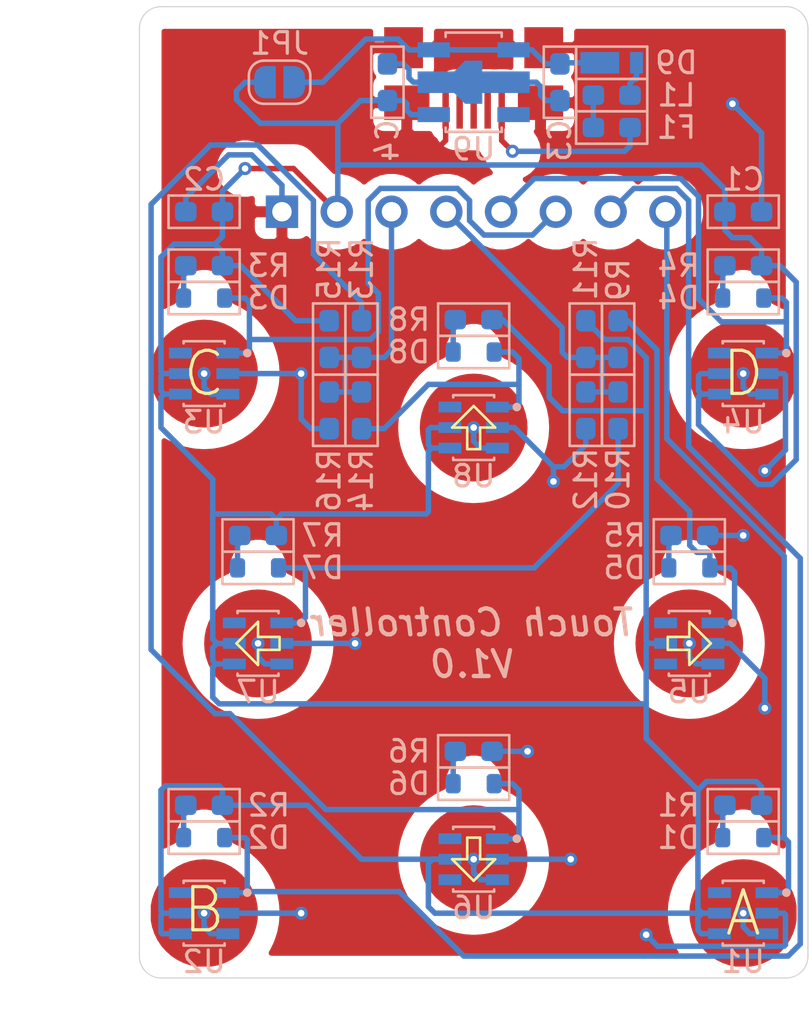
<source format=kicad_pcb>
(kicad_pcb (version 20171130) (host pcbnew "(5.1.9-0-10_14)")

  (general
    (thickness 1.6)
    (drawings 43)
    (tracks 392)
    (zones 0)
    (modules 43)
    (nets 33)
  )

  (page A4)
  (title_block
    (title "Touch Controller")
    (date 2021-07-07)
    (rev V1.0)
    (company https://github.com/KimiakiK)
  )

  (layers
    (0 F.Cu signal)
    (31 B.Cu signal)
    (32 B.Adhes user)
    (33 F.Adhes user)
    (34 B.Paste user)
    (35 F.Paste user)
    (36 B.SilkS user)
    (37 F.SilkS user)
    (38 B.Mask user)
    (39 F.Mask user)
    (40 Dwgs.User user)
    (41 Cmts.User user)
    (42 Eco1.User user)
    (43 Eco2.User user)
    (44 Edge.Cuts user)
    (45 Margin user)
    (46 B.CrtYd user hide)
    (47 F.CrtYd user hide)
    (48 B.Fab user hide)
    (49 F.Fab user hide)
  )

  (setup
    (last_trace_width 0.254)
    (trace_clearance 0.2032)
    (zone_clearance 1)
    (zone_45_only no)
    (trace_min 0.2032)
    (via_size 0.6096)
    (via_drill 0.3048)
    (via_min_size 0.6096)
    (via_min_drill 0.3048)
    (uvia_size 0.2032)
    (uvia_drill 0.1016)
    (uvias_allowed no)
    (uvia_min_size 0.2032)
    (uvia_min_drill 0.1016)
    (edge_width 0.05)
    (segment_width 0.2)
    (pcb_text_width 0.3)
    (pcb_text_size 1.5 1.5)
    (mod_edge_width 0.12)
    (mod_text_size 1 1)
    (mod_text_width 0.15)
    (pad_size 1.06 0.5)
    (pad_drill 0)
    (pad_to_mask_clearance 0)
    (aux_axis_origin 0 0)
    (visible_elements FFFFFF7F)
    (pcbplotparams
      (layerselection 0x010fc_ffffffff)
      (usegerberextensions true)
      (usegerberattributes false)
      (usegerberadvancedattributes false)
      (creategerberjobfile false)
      (excludeedgelayer true)
      (linewidth 0.100000)
      (plotframeref false)
      (viasonmask false)
      (mode 1)
      (useauxorigin false)
      (hpglpennumber 1)
      (hpglpenspeed 20)
      (hpglpendiameter 15.000000)
      (psnegative false)
      (psa4output false)
      (plotreference true)
      (plotvalue true)
      (plotinvisibletext false)
      (padsonsilk false)
      (subtractmaskfromsilk false)
      (outputformat 1)
      (mirror false)
      (drillshape 0)
      (scaleselection 1)
      (outputdirectory "TouchController/"))
  )

  (net 0 "")
  (net 1 VDD)
  (net 2 GND)
  (net 3 +5V)
  (net 4 SW_A)
  (net 5 "Net-(D1-Pad2)")
  (net 6 SW_B)
  (net 7 "Net-(D2-Pad2)")
  (net 8 SW_C)
  (net 9 "Net-(D3-Pad2)")
  (net 10 SW_D)
  (net 11 "Net-(D4-Pad2)")
  (net 12 "Net-(D5-Pad1)")
  (net 13 POS_R)
  (net 14 "Net-(D6-Pad1)")
  (net 15 POS_D)
  (net 16 POS_L)
  (net 17 "Net-(D7-Pad2)")
  (net 18 POS_U)
  (net 19 "Net-(D8-Pad2)")
  (net 20 "Net-(D9-Pad2)")
  (net 21 "Net-(F1-Pad1)")
  (net 22 "Net-(F1-Pad2)")
  (net 23 POS_V)
  (net 24 POS_H)
  (net 25 /TP_SA)
  (net 26 /TP_SB)
  (net 27 /TP_SC)
  (net 28 /TP_SD)
  (net 29 /TP_PR)
  (net 30 /TP_PD)
  (net 31 /TP_PL)
  (net 32 /TP_PU)

  (net_class Default "This is the default net class."
    (clearance 0.2032)
    (trace_width 0.254)
    (via_dia 0.6096)
    (via_drill 0.3048)
    (uvia_dia 0.2032)
    (uvia_drill 0.1016)
    (diff_pair_width 0.2032)
    (diff_pair_gap 0.2032)
    (add_net +5V)
    (add_net /TP_PD)
    (add_net /TP_PL)
    (add_net /TP_PR)
    (add_net /TP_PU)
    (add_net /TP_SA)
    (add_net /TP_SB)
    (add_net /TP_SC)
    (add_net /TP_SD)
    (add_net GND)
    (add_net "Net-(D1-Pad2)")
    (add_net "Net-(D2-Pad2)")
    (add_net "Net-(D3-Pad2)")
    (add_net "Net-(D4-Pad2)")
    (add_net "Net-(D5-Pad1)")
    (add_net "Net-(D6-Pad1)")
    (add_net "Net-(D7-Pad2)")
    (add_net "Net-(D8-Pad2)")
    (add_net "Net-(D9-Pad2)")
    (add_net "Net-(F1-Pad1)")
    (add_net "Net-(F1-Pad2)")
    (add_net POS_D)
    (add_net POS_H)
    (add_net POS_L)
    (add_net POS_R)
    (add_net POS_U)
    (add_net POS_V)
    (add_net SW_A)
    (add_net SW_B)
    (add_net SW_C)
    (add_net SW_D)
    (add_net VDD)
  )

  (module TouchController:1608_LED (layer B.Cu) (tedit 60E6FA54) (tstamp 60E60E12)
    (at 0 6.5 180)
    (descr "SMD 0603 (1608 Metric)")
    (path /60F36A05)
    (attr smd)
    (fp_text reference D8 (at 3 0) (layer B.SilkS)
      (effects (font (size 1 1) (thickness 0.15)) (justify mirror))
    )
    (fp_text value LED (at 0 -1.778) (layer B.Fab)
      (effects (font (size 1 1) (thickness 0.15)) (justify mirror))
    )
    (fp_line (start -1.65 0.75) (end -1.65 -0.75) (layer B.SilkS) (width 0.12))
    (fp_line (start 1.65 0.75) (end 1.65 -0.75) (layer B.SilkS) (width 0.12))
    (fp_line (start -0.8 -0.4) (end -0.8 0.4) (layer B.Fab) (width 0.1))
    (fp_line (start -0.8 0.4) (end 0.8 0.4) (layer B.Fab) (width 0.1))
    (fp_line (start 0.8 0.4) (end 0.8 -0.4) (layer B.Fab) (width 0.1))
    (fp_line (start 0.8 -0.4) (end -0.8 -0.4) (layer B.Fab) (width 0.1))
    (fp_line (start -1.65 0.75) (end 1.65 0.75) (layer B.SilkS) (width 0.12))
    (fp_line (start -1.65 -0.75) (end 1.65 -0.75) (layer B.SilkS) (width 0.12))
    (fp_line (start -1.6 -0.7) (end -1.6 0.7) (layer B.CrtYd) (width 0.05))
    (fp_line (start -1.6 0.7) (end 1.6 0.7) (layer B.CrtYd) (width 0.05))
    (fp_line (start 1.6 0.7) (end 1.6 -0.7) (layer B.CrtYd) (width 0.05))
    (fp_line (start 1.6 -0.7) (end -1.6 -0.7) (layer B.CrtYd) (width 0.05))
    (fp_text user %R (at 0 0) (layer B.Fab)
      (effects (font (size 0.4 0.4) (thickness 0.06)) (justify mirror))
    )
    (pad "" np_thru_hole circle (at 0 0 180) (size 0.6 0.6) (drill 0.6) (layers *.Cu *.Mask))
    (pad 2 smd roundrect (at 0.95 0 180) (size 0.7 0.9) (layers B.Cu B.Paste B.Mask) (roundrect_rratio 0.25)
      (net 19 "Net-(D8-Pad2)"))
    (pad 1 smd roundrect (at -0.95 0 180) (size 0.7 0.9) (layers B.Cu B.Paste B.Mask) (roundrect_rratio 0.25)
      (net 18 POS_U))
    (model ${KISYS3DMOD}/Capacitor_SMD.3dshapes/C_0603_1608Metric.wrl
      (at (xyz 0 0 0))
      (scale (xyz 1 1 1))
      (rotate (xyz 0 0 0))
    )
  )

  (module TouchController:1608_LED (layer B.Cu) (tedit 60E6FA54) (tstamp 60E60DFF)
    (at -10 16.5 180)
    (descr "SMD 0603 (1608 Metric)")
    (path /60F369F1)
    (attr smd)
    (fp_text reference D7 (at -3 0) (layer B.SilkS)
      (effects (font (size 1 1) (thickness 0.15)) (justify mirror))
    )
    (fp_text value LED (at 0 -1.778) (layer B.Fab)
      (effects (font (size 1 1) (thickness 0.15)) (justify mirror))
    )
    (fp_line (start -1.65 0.75) (end -1.65 -0.75) (layer B.SilkS) (width 0.12))
    (fp_line (start 1.65 0.75) (end 1.65 -0.75) (layer B.SilkS) (width 0.12))
    (fp_line (start -0.8 -0.4) (end -0.8 0.4) (layer B.Fab) (width 0.1))
    (fp_line (start -0.8 0.4) (end 0.8 0.4) (layer B.Fab) (width 0.1))
    (fp_line (start 0.8 0.4) (end 0.8 -0.4) (layer B.Fab) (width 0.1))
    (fp_line (start 0.8 -0.4) (end -0.8 -0.4) (layer B.Fab) (width 0.1))
    (fp_line (start -1.65 0.75) (end 1.65 0.75) (layer B.SilkS) (width 0.12))
    (fp_line (start -1.65 -0.75) (end 1.65 -0.75) (layer B.SilkS) (width 0.12))
    (fp_line (start -1.6 -0.7) (end -1.6 0.7) (layer B.CrtYd) (width 0.05))
    (fp_line (start -1.6 0.7) (end 1.6 0.7) (layer B.CrtYd) (width 0.05))
    (fp_line (start 1.6 0.7) (end 1.6 -0.7) (layer B.CrtYd) (width 0.05))
    (fp_line (start 1.6 -0.7) (end -1.6 -0.7) (layer B.CrtYd) (width 0.05))
    (fp_text user %R (at 0 0) (layer B.Fab)
      (effects (font (size 0.4 0.4) (thickness 0.06)) (justify mirror))
    )
    (pad "" np_thru_hole circle (at 0 0 180) (size 0.6 0.6) (drill 0.6) (layers *.Cu *.Mask))
    (pad 2 smd roundrect (at 0.95 0 180) (size 0.7 0.9) (layers B.Cu B.Paste B.Mask) (roundrect_rratio 0.25)
      (net 17 "Net-(D7-Pad2)"))
    (pad 1 smd roundrect (at -0.95 0 180) (size 0.7 0.9) (layers B.Cu B.Paste B.Mask) (roundrect_rratio 0.25)
      (net 16 POS_L))
    (model ${KISYS3DMOD}/Capacitor_SMD.3dshapes/C_0603_1608Metric.wrl
      (at (xyz 0 0 0))
      (scale (xyz 1 1 1))
      (rotate (xyz 0 0 0))
    )
  )

  (module TouchController:1608_LED (layer B.Cu) (tedit 60E6FA54) (tstamp 60E60DEC)
    (at 0 26.5)
    (descr "SMD 0603 (1608 Metric)")
    (path /60F369DD)
    (attr smd)
    (fp_text reference D6 (at -3 0) (layer B.SilkS)
      (effects (font (size 1 1) (thickness 0.15)) (justify mirror))
    )
    (fp_text value LED (at 0 -1.778) (layer B.Fab)
      (effects (font (size 1 1) (thickness 0.15)) (justify mirror))
    )
    (fp_line (start -1.65 0.75) (end -1.65 -0.75) (layer B.SilkS) (width 0.12))
    (fp_line (start 1.65 0.75) (end 1.65 -0.75) (layer B.SilkS) (width 0.12))
    (fp_line (start -0.8 -0.4) (end -0.8 0.4) (layer B.Fab) (width 0.1))
    (fp_line (start -0.8 0.4) (end 0.8 0.4) (layer B.Fab) (width 0.1))
    (fp_line (start 0.8 0.4) (end 0.8 -0.4) (layer B.Fab) (width 0.1))
    (fp_line (start 0.8 -0.4) (end -0.8 -0.4) (layer B.Fab) (width 0.1))
    (fp_line (start -1.65 0.75) (end 1.65 0.75) (layer B.SilkS) (width 0.12))
    (fp_line (start -1.65 -0.75) (end 1.65 -0.75) (layer B.SilkS) (width 0.12))
    (fp_line (start -1.6 -0.7) (end -1.6 0.7) (layer B.CrtYd) (width 0.05))
    (fp_line (start -1.6 0.7) (end 1.6 0.7) (layer B.CrtYd) (width 0.05))
    (fp_line (start 1.6 0.7) (end 1.6 -0.7) (layer B.CrtYd) (width 0.05))
    (fp_line (start 1.6 -0.7) (end -1.6 -0.7) (layer B.CrtYd) (width 0.05))
    (fp_text user %R (at 0 0) (layer B.Fab)
      (effects (font (size 0.4 0.4) (thickness 0.06)) (justify mirror))
    )
    (pad "" np_thru_hole circle (at 0 0) (size 0.6 0.6) (drill 0.6) (layers *.Cu *.Mask))
    (pad 2 smd roundrect (at 0.95 0) (size 0.7 0.9) (layers B.Cu B.Paste B.Mask) (roundrect_rratio 0.25)
      (net 15 POS_D))
    (pad 1 smd roundrect (at -0.95 0) (size 0.7 0.9) (layers B.Cu B.Paste B.Mask) (roundrect_rratio 0.25)
      (net 14 "Net-(D6-Pad1)"))
    (model ${KISYS3DMOD}/Capacitor_SMD.3dshapes/C_0603_1608Metric.wrl
      (at (xyz 0 0 0))
      (scale (xyz 1 1 1))
      (rotate (xyz 0 0 0))
    )
  )

  (module TouchController:1608_LED (layer B.Cu) (tedit 60E6FA54) (tstamp 60E60DD9)
    (at 10 16.5)
    (descr "SMD 0603 (1608 Metric)")
    (path /60F369BF)
    (attr smd)
    (fp_text reference D5 (at -3 0) (layer B.SilkS)
      (effects (font (size 1 1) (thickness 0.15)) (justify mirror))
    )
    (fp_text value LED (at 0 -1.778) (layer B.Fab)
      (effects (font (size 1 1) (thickness 0.15)) (justify mirror))
    )
    (fp_line (start -1.65 0.75) (end -1.65 -0.75) (layer B.SilkS) (width 0.12))
    (fp_line (start 1.65 0.75) (end 1.65 -0.75) (layer B.SilkS) (width 0.12))
    (fp_line (start -0.8 -0.4) (end -0.8 0.4) (layer B.Fab) (width 0.1))
    (fp_line (start -0.8 0.4) (end 0.8 0.4) (layer B.Fab) (width 0.1))
    (fp_line (start 0.8 0.4) (end 0.8 -0.4) (layer B.Fab) (width 0.1))
    (fp_line (start 0.8 -0.4) (end -0.8 -0.4) (layer B.Fab) (width 0.1))
    (fp_line (start -1.65 0.75) (end 1.65 0.75) (layer B.SilkS) (width 0.12))
    (fp_line (start -1.65 -0.75) (end 1.65 -0.75) (layer B.SilkS) (width 0.12))
    (fp_line (start -1.6 -0.7) (end -1.6 0.7) (layer B.CrtYd) (width 0.05))
    (fp_line (start -1.6 0.7) (end 1.6 0.7) (layer B.CrtYd) (width 0.05))
    (fp_line (start 1.6 0.7) (end 1.6 -0.7) (layer B.CrtYd) (width 0.05))
    (fp_line (start 1.6 -0.7) (end -1.6 -0.7) (layer B.CrtYd) (width 0.05))
    (fp_text user %R (at 0 0) (layer B.Fab)
      (effects (font (size 0.4 0.4) (thickness 0.06)) (justify mirror))
    )
    (pad "" np_thru_hole circle (at 0 0) (size 0.6 0.6) (drill 0.6) (layers *.Cu *.Mask))
    (pad 2 smd roundrect (at 0.95 0) (size 0.7 0.9) (layers B.Cu B.Paste B.Mask) (roundrect_rratio 0.25)
      (net 13 POS_R))
    (pad 1 smd roundrect (at -0.95 0) (size 0.7 0.9) (layers B.Cu B.Paste B.Mask) (roundrect_rratio 0.25)
      (net 12 "Net-(D5-Pad1)"))
    (model ${KISYS3DMOD}/Capacitor_SMD.3dshapes/C_0603_1608Metric.wrl
      (at (xyz 0 0 0))
      (scale (xyz 1 1 1))
      (rotate (xyz 0 0 0))
    )
  )

  (module TouchController:1608_LED (layer B.Cu) (tedit 60E6FA54) (tstamp 60E60DC6)
    (at 12.5 4 180)
    (descr "SMD 0603 (1608 Metric)")
    (path /60F2E34B)
    (attr smd)
    (fp_text reference D4 (at 3 0) (layer B.SilkS)
      (effects (font (size 1 1) (thickness 0.15)) (justify mirror))
    )
    (fp_text value LED (at 0 -1.778) (layer B.Fab)
      (effects (font (size 1 1) (thickness 0.15)) (justify mirror))
    )
    (fp_line (start -1.65 0.75) (end -1.65 -0.75) (layer B.SilkS) (width 0.12))
    (fp_line (start 1.65 0.75) (end 1.65 -0.75) (layer B.SilkS) (width 0.12))
    (fp_line (start -0.8 -0.4) (end -0.8 0.4) (layer B.Fab) (width 0.1))
    (fp_line (start -0.8 0.4) (end 0.8 0.4) (layer B.Fab) (width 0.1))
    (fp_line (start 0.8 0.4) (end 0.8 -0.4) (layer B.Fab) (width 0.1))
    (fp_line (start 0.8 -0.4) (end -0.8 -0.4) (layer B.Fab) (width 0.1))
    (fp_line (start -1.65 0.75) (end 1.65 0.75) (layer B.SilkS) (width 0.12))
    (fp_line (start -1.65 -0.75) (end 1.65 -0.75) (layer B.SilkS) (width 0.12))
    (fp_line (start -1.6 -0.7) (end -1.6 0.7) (layer B.CrtYd) (width 0.05))
    (fp_line (start -1.6 0.7) (end 1.6 0.7) (layer B.CrtYd) (width 0.05))
    (fp_line (start 1.6 0.7) (end 1.6 -0.7) (layer B.CrtYd) (width 0.05))
    (fp_line (start 1.6 -0.7) (end -1.6 -0.7) (layer B.CrtYd) (width 0.05))
    (fp_text user %R (at 0 0) (layer B.Fab)
      (effects (font (size 0.4 0.4) (thickness 0.06)) (justify mirror))
    )
    (pad "" np_thru_hole circle (at 0 0 180) (size 0.6 0.6) (drill 0.6) (layers *.Cu *.Mask))
    (pad 2 smd roundrect (at 0.95 0 180) (size 0.7 0.9) (layers B.Cu B.Paste B.Mask) (roundrect_rratio 0.25)
      (net 11 "Net-(D4-Pad2)"))
    (pad 1 smd roundrect (at -0.95 0 180) (size 0.7 0.9) (layers B.Cu B.Paste B.Mask) (roundrect_rratio 0.25)
      (net 10 SW_D))
    (model ${KISYS3DMOD}/Capacitor_SMD.3dshapes/C_0603_1608Metric.wrl
      (at (xyz 0 0 0))
      (scale (xyz 1 1 1))
      (rotate (xyz 0 0 0))
    )
  )

  (module TouchController:1608_LED (layer B.Cu) (tedit 60E6FA54) (tstamp 60E60DB3)
    (at -12.5 4 180)
    (descr "SMD 0603 (1608 Metric)")
    (path /60F2BB8E)
    (attr smd)
    (fp_text reference D3 (at -3 0) (layer B.SilkS)
      (effects (font (size 1 1) (thickness 0.15)) (justify mirror))
    )
    (fp_text value LED (at 0 -1.778) (layer B.Fab)
      (effects (font (size 1 1) (thickness 0.15)) (justify mirror))
    )
    (fp_line (start -1.65 0.75) (end -1.65 -0.75) (layer B.SilkS) (width 0.12))
    (fp_line (start 1.65 0.75) (end 1.65 -0.75) (layer B.SilkS) (width 0.12))
    (fp_line (start -0.8 -0.4) (end -0.8 0.4) (layer B.Fab) (width 0.1))
    (fp_line (start -0.8 0.4) (end 0.8 0.4) (layer B.Fab) (width 0.1))
    (fp_line (start 0.8 0.4) (end 0.8 -0.4) (layer B.Fab) (width 0.1))
    (fp_line (start 0.8 -0.4) (end -0.8 -0.4) (layer B.Fab) (width 0.1))
    (fp_line (start -1.65 0.75) (end 1.65 0.75) (layer B.SilkS) (width 0.12))
    (fp_line (start -1.65 -0.75) (end 1.65 -0.75) (layer B.SilkS) (width 0.12))
    (fp_line (start -1.6 -0.7) (end -1.6 0.7) (layer B.CrtYd) (width 0.05))
    (fp_line (start -1.6 0.7) (end 1.6 0.7) (layer B.CrtYd) (width 0.05))
    (fp_line (start 1.6 0.7) (end 1.6 -0.7) (layer B.CrtYd) (width 0.05))
    (fp_line (start 1.6 -0.7) (end -1.6 -0.7) (layer B.CrtYd) (width 0.05))
    (fp_text user %R (at 0 0) (layer B.Fab)
      (effects (font (size 0.4 0.4) (thickness 0.06)) (justify mirror))
    )
    (pad "" np_thru_hole circle (at 0 0 180) (size 0.6 0.6) (drill 0.6) (layers *.Cu *.Mask))
    (pad 2 smd roundrect (at 0.95 0 180) (size 0.7 0.9) (layers B.Cu B.Paste B.Mask) (roundrect_rratio 0.25)
      (net 9 "Net-(D3-Pad2)"))
    (pad 1 smd roundrect (at -0.95 0 180) (size 0.7 0.9) (layers B.Cu B.Paste B.Mask) (roundrect_rratio 0.25)
      (net 8 SW_C))
    (model ${KISYS3DMOD}/Capacitor_SMD.3dshapes/C_0603_1608Metric.wrl
      (at (xyz 0 0 0))
      (scale (xyz 1 1 1))
      (rotate (xyz 0 0 0))
    )
  )

  (module TouchController:1608_LED (layer B.Cu) (tedit 60E6FA54) (tstamp 60E60DA0)
    (at -12.5 29 180)
    (descr "SMD 0603 (1608 Metric)")
    (path /60F29582)
    (attr smd)
    (fp_text reference D2 (at -3 0) (layer B.SilkS)
      (effects (font (size 1 1) (thickness 0.15)) (justify mirror))
    )
    (fp_text value LED (at 0 -1.778) (layer B.Fab)
      (effects (font (size 1 1) (thickness 0.15)) (justify mirror))
    )
    (fp_line (start -1.65 0.75) (end -1.65 -0.75) (layer B.SilkS) (width 0.12))
    (fp_line (start 1.65 0.75) (end 1.65 -0.75) (layer B.SilkS) (width 0.12))
    (fp_line (start -0.8 -0.4) (end -0.8 0.4) (layer B.Fab) (width 0.1))
    (fp_line (start -0.8 0.4) (end 0.8 0.4) (layer B.Fab) (width 0.1))
    (fp_line (start 0.8 0.4) (end 0.8 -0.4) (layer B.Fab) (width 0.1))
    (fp_line (start 0.8 -0.4) (end -0.8 -0.4) (layer B.Fab) (width 0.1))
    (fp_line (start -1.65 0.75) (end 1.65 0.75) (layer B.SilkS) (width 0.12))
    (fp_line (start -1.65 -0.75) (end 1.65 -0.75) (layer B.SilkS) (width 0.12))
    (fp_line (start -1.6 -0.7) (end -1.6 0.7) (layer B.CrtYd) (width 0.05))
    (fp_line (start -1.6 0.7) (end 1.6 0.7) (layer B.CrtYd) (width 0.05))
    (fp_line (start 1.6 0.7) (end 1.6 -0.7) (layer B.CrtYd) (width 0.05))
    (fp_line (start 1.6 -0.7) (end -1.6 -0.7) (layer B.CrtYd) (width 0.05))
    (fp_text user %R (at 0 0) (layer B.Fab)
      (effects (font (size 0.4 0.4) (thickness 0.06)) (justify mirror))
    )
    (pad "" np_thru_hole circle (at 0 0 180) (size 0.6 0.6) (drill 0.6) (layers *.Cu *.Mask))
    (pad 2 smd roundrect (at 0.95 0 180) (size 0.7 0.9) (layers B.Cu B.Paste B.Mask) (roundrect_rratio 0.25)
      (net 7 "Net-(D2-Pad2)"))
    (pad 1 smd roundrect (at -0.95 0 180) (size 0.7 0.9) (layers B.Cu B.Paste B.Mask) (roundrect_rratio 0.25)
      (net 6 SW_B))
    (model ${KISYS3DMOD}/Capacitor_SMD.3dshapes/C_0603_1608Metric.wrl
      (at (xyz 0 0 0))
      (scale (xyz 1 1 1))
      (rotate (xyz 0 0 0))
    )
  )

  (module TouchController:1608_LED (layer B.Cu) (tedit 60E6FA54) (tstamp 60E60D8D)
    (at 12.5 29 180)
    (descr "SMD 0603 (1608 Metric)")
    (path /60E615D5)
    (attr smd)
    (fp_text reference D1 (at 3 0) (layer B.SilkS)
      (effects (font (size 1 1) (thickness 0.15)) (justify mirror))
    )
    (fp_text value LED (at 0 -1.778) (layer B.Fab)
      (effects (font (size 1 1) (thickness 0.15)) (justify mirror))
    )
    (fp_line (start -1.65 0.75) (end -1.65 -0.75) (layer B.SilkS) (width 0.12))
    (fp_line (start 1.65 0.75) (end 1.65 -0.75) (layer B.SilkS) (width 0.12))
    (fp_line (start -0.8 -0.4) (end -0.8 0.4) (layer B.Fab) (width 0.1))
    (fp_line (start -0.8 0.4) (end 0.8 0.4) (layer B.Fab) (width 0.1))
    (fp_line (start 0.8 0.4) (end 0.8 -0.4) (layer B.Fab) (width 0.1))
    (fp_line (start 0.8 -0.4) (end -0.8 -0.4) (layer B.Fab) (width 0.1))
    (fp_line (start -1.65 0.75) (end 1.65 0.75) (layer B.SilkS) (width 0.12))
    (fp_line (start -1.65 -0.75) (end 1.65 -0.75) (layer B.SilkS) (width 0.12))
    (fp_line (start -1.6 -0.7) (end -1.6 0.7) (layer B.CrtYd) (width 0.05))
    (fp_line (start -1.6 0.7) (end 1.6 0.7) (layer B.CrtYd) (width 0.05))
    (fp_line (start 1.6 0.7) (end 1.6 -0.7) (layer B.CrtYd) (width 0.05))
    (fp_line (start 1.6 -0.7) (end -1.6 -0.7) (layer B.CrtYd) (width 0.05))
    (fp_text user %R (at 0 0) (layer B.Fab)
      (effects (font (size 0.4 0.4) (thickness 0.06)) (justify mirror))
    )
    (pad "" np_thru_hole circle (at 0 0 180) (size 0.6 0.6) (drill 0.6) (layers *.Cu *.Mask))
    (pad 2 smd roundrect (at 0.95 0 180) (size 0.7 0.9) (layers B.Cu B.Paste B.Mask) (roundrect_rratio 0.25)
      (net 5 "Net-(D1-Pad2)"))
    (pad 1 smd roundrect (at -0.95 0 180) (size 0.7 0.9) (layers B.Cu B.Paste B.Mask) (roundrect_rratio 0.25)
      (net 4 SW_A))
    (model ${KISYS3DMOD}/Capacitor_SMD.3dshapes/C_0603_1608Metric.wrl
      (at (xyz 0 0 0))
      (scale (xyz 1 1 1))
      (rotate (xyz 0 0 0))
    )
  )

  (module TouchController:SOT-89-5 (layer B.Cu) (tedit 607126A0) (tstamp 60E610DB)
    (at 0 -6 180)
    (descr "SOT-89-5, http://www.e-devices.ricoh.co.jp/en/products/product_power/pkg/sot-89-5.pdf")
    (tags SOT-89-5)
    (path /60E5ECAF)
    (attr smd)
    (fp_text reference U9 (at 0 -3.1) (layer B.SilkS)
      (effects (font (size 1 1) (thickness 0.15)) (justify mirror))
    )
    (fp_text value NJM2884U1 (at 0 -3.5) (layer B.Fab)
      (effects (font (size 1 1) (thickness 0.15)) (justify mirror))
    )
    (fp_line (start 1.3 -2.3) (end 1.3 -2.1) (layer B.SilkS) (width 0.12))
    (fp_line (start -1.3 -2.3) (end 1.3 -2.3) (layer B.SilkS) (width 0.12))
    (fp_line (start -1.3 -2.1) (end -1.3 -2.3) (layer B.SilkS) (width 0.12))
    (fp_line (start 1.3 2.3) (end 1.3 2.1) (layer B.SilkS) (width 0.12))
    (fp_line (start -1.3 2.3) (end 1.3 2.3) (layer B.SilkS) (width 0.12))
    (fp_line (start -1.3 2.1) (end -1.3 2.3) (layer B.SilkS) (width 0.12))
    (fp_line (start 2.25 1.85) (end 1.25 1.85) (layer B.CrtYd) (width 0.05))
    (fp_line (start 2.25 -1.85) (end 1.25 -1.85) (layer B.CrtYd) (width 0.05))
    (fp_line (start 1.25 -2.25) (end 1.25 -1.85) (layer B.CrtYd) (width 0.05))
    (fp_line (start 1.25 1.85) (end 1.25 2.25) (layer B.CrtYd) (width 0.05))
    (fp_line (start -1.25 -2.25) (end -1.25 -1.85) (layer B.CrtYd) (width 0.05))
    (fp_line (start -1.25 -1.85) (end -2.25 -1.85) (layer B.CrtYd) (width 0.05))
    (fp_line (start -2.25 -1.85) (end -2.25 1.85) (layer B.CrtYd) (width 0.05))
    (fp_line (start -1.25 1.85) (end -2.25 1.85) (layer B.CrtYd) (width 0.05))
    (fp_line (start -1.25 1.25) (end -0.25 2.25) (layer B.Fab) (width 0.1))
    (fp_line (start 1.25 2.25) (end 1.25 -2.25) (layer B.Fab) (width 0.1))
    (fp_line (start 1.25 -2.25) (end -1.25 -2.25) (layer B.Fab) (width 0.1))
    (fp_line (start -1.25 -2.25) (end -1.25 1.25) (layer B.Fab) (width 0.1))
    (fp_line (start -0.25 2.25) (end 1.25 2.25) (layer B.Fab) (width 0.1))
    (fp_line (start 2.25 1.85) (end 2.25 -1.85) (layer B.CrtYd) (width 0.05))
    (fp_line (start 1.25 2.25) (end -1.25 2.25) (layer B.CrtYd) (width 0.05))
    (fp_line (start -1.25 -2.25) (end 1.25 -2.25) (layer B.CrtYd) (width 0.05))
    (fp_line (start -1.25 1.85) (end -1.25 2.25) (layer B.CrtYd) (width 0.05))
    (fp_text user %R (at 0.5 0 270) (layer B.Fab)
      (effects (font (size 1 1) (thickness 0.15)) (justify mirror))
    )
    (pad 5 smd rect (at 1.85 1.5 180) (size 1.5 0.7) (layers B.Cu B.Paste B.Mask)
      (net 3 +5V))
    (pad 4 smd rect (at 1.85 -1.5 180) (size 1.5 0.7) (layers B.Cu B.Paste B.Mask)
      (net 1 VDD))
    (pad 1 smd rect (at -1.85 1.5 180) (size 1.5 0.7) (layers B.Cu B.Paste B.Mask)
      (net 3 +5V))
    (pad 3 smd rect (at -1.85 -1.5 180) (size 1.5 0.7) (layers B.Cu B.Paste B.Mask))
    (pad 2 smd custom (at 0 0 180) (size 0.8 2) (layers B.Cu B.Paste B.Mask)
      (net 2 GND) (zone_connect 2)
      (options (clearance outline) (anchor rect))
      (primitives
        (gr_poly (pts
           (xy -2.6 0.5) (xy -0.4 0.5) (xy -0.4 1) (xy 0.4 1) (xy 0.9 0.5)
           (xy 2.6 0.5) (xy 2.6 -0.5) (xy 0.9 -0.5) (xy 0.4 -1) (xy -0.4 -1)
           (xy -0.4 -0.5) (xy -2.6 -0.5)) (width 0))
      ))
    (model ${KISYS3DMOD}/Package_TO_SOT_SMD.3dshapes/SOT-89-5.wrl
      (at (xyz 0 0 0))
      (scale (xyz 1 1 1))
      (rotate (xyz 0 0 0))
    )
  )

  (module TouchController:SOT-23-6 (layer B.Cu) (tedit 60E5AE99) (tstamp 60E610BA)
    (at 0 10 180)
    (descr "6-pin SOT-23 package")
    (tags SOT-23-6)
    (path /60EB489D)
    (attr smd)
    (fp_text reference U8 (at 0 -2.25) (layer B.SilkS)
      (effects (font (size 1 1) (thickness 0.15)) (justify mirror))
    )
    (fp_text value TTP223 (at 0 -2.9) (layer B.Fab)
      (effects (font (size 1 1) (thickness 0.15)) (justify mirror))
    )
    (fp_line (start 0.95 -1.5) (end 0.95 -1.4) (layer B.SilkS) (width 0.12))
    (fp_line (start -0.95 -1.5) (end 0.95 -1.5) (layer B.SilkS) (width 0.12))
    (fp_line (start -0.95 -1.4) (end -0.95 -1.5) (layer B.SilkS) (width 0.12))
    (fp_line (start -0.95 1.5) (end -0.95 1.4) (layer B.SilkS) (width 0.12))
    (fp_line (start 0.95 1.5) (end -0.95 1.5) (layer B.SilkS) (width 0.12))
    (fp_line (start 0.95 1.4) (end 0.95 1.5) (layer B.SilkS) (width 0.12))
    (fp_line (start 0.9 1.55) (end 0.9 -1.55) (layer B.Fab) (width 0.1))
    (fp_line (start 0.9 -1.55) (end -0.9 -1.55) (layer B.Fab) (width 0.1))
    (fp_line (start -0.9 0.9) (end -0.9 -1.55) (layer B.Fab) (width 0.1))
    (fp_line (start 0.9 1.55) (end -0.25 1.55) (layer B.Fab) (width 0.1))
    (fp_line (start -0.9 0.9) (end -0.25 1.55) (layer B.Fab) (width 0.1))
    (fp_line (start -1.5 1.5) (end -1.5 -1.5) (layer B.CrtYd) (width 0.05))
    (fp_line (start -1.5 -1.5) (end 1.5 -1.5) (layer B.CrtYd) (width 0.05))
    (fp_line (start 1.5 -1.5) (end 1.5 1.5) (layer B.CrtYd) (width 0.05))
    (fp_line (start 1.5 1.5) (end -1.5 1.5) (layer B.CrtYd) (width 0.05))
    (fp_circle (center -2 0.95) (end -1.9 0.95) (layer B.SilkS) (width 0.2))
    (fp_text user %R (at 0 0 270) (layer B.Fab)
      (effects (font (size 0.5 0.5) (thickness 0.075)) (justify mirror))
    )
    (pad 5 smd rect (at 1.1 0 180) (size 1.06 0.5) (layers B.Cu B.Paste B.Mask)
      (net 1 VDD))
    (pad 6 smd rect (at 1.1 0.95 180) (size 1.06 0.5) (layers B.Cu B.Paste B.Mask))
    (pad 4 smd rect (at 1.1 -0.95 180) (size 1.06 0.5) (layers B.Cu B.Paste B.Mask)
      (net 1 VDD))
    (pad 3 smd rect (at -1.1 -0.95 180) (size 1.06 0.5) (layers B.Cu B.Paste B.Mask)
      (net 32 /TP_PU))
    (pad 2 smd rect (at -1.1 0 180) (size 1.06 0.5) (layers B.Cu B.Paste B.Mask)
      (net 2 GND))
    (pad 1 smd rect (at -1.1 0.95 180) (size 1.06 0.5) (layers B.Cu B.Paste B.Mask)
      (net 18 POS_U))
    (model ${KISYS3DMOD}/Package_TO_SOT_SMD.3dshapes/SOT-23-6.wrl
      (at (xyz 0 0 0))
      (scale (xyz 1 1 1))
      (rotate (xyz 0 0 0))
    )
  )

  (module TouchController:SOT-23-6 (layer B.Cu) (tedit 60E5AE92) (tstamp 60E6109F)
    (at -10 20 180)
    (descr "6-pin SOT-23 package")
    (tags SOT-23-6)
    (path /60EB4883)
    (attr smd)
    (fp_text reference U7 (at 0 -2.25) (layer B.SilkS)
      (effects (font (size 1 1) (thickness 0.15)) (justify mirror))
    )
    (fp_text value TTP223 (at 0 -2.9) (layer B.Fab)
      (effects (font (size 1 1) (thickness 0.15)) (justify mirror))
    )
    (fp_line (start 0.95 -1.5) (end 0.95 -1.4) (layer B.SilkS) (width 0.12))
    (fp_line (start -0.95 -1.5) (end 0.95 -1.5) (layer B.SilkS) (width 0.12))
    (fp_line (start -0.95 -1.4) (end -0.95 -1.5) (layer B.SilkS) (width 0.12))
    (fp_line (start -0.95 1.5) (end -0.95 1.4) (layer B.SilkS) (width 0.12))
    (fp_line (start 0.95 1.5) (end -0.95 1.5) (layer B.SilkS) (width 0.12))
    (fp_line (start 0.95 1.4) (end 0.95 1.5) (layer B.SilkS) (width 0.12))
    (fp_line (start 0.9 1.55) (end 0.9 -1.55) (layer B.Fab) (width 0.1))
    (fp_line (start 0.9 -1.55) (end -0.9 -1.55) (layer B.Fab) (width 0.1))
    (fp_line (start -0.9 0.9) (end -0.9 -1.55) (layer B.Fab) (width 0.1))
    (fp_line (start 0.9 1.55) (end -0.25 1.55) (layer B.Fab) (width 0.1))
    (fp_line (start -0.9 0.9) (end -0.25 1.55) (layer B.Fab) (width 0.1))
    (fp_line (start -1.5 1.5) (end -1.5 -1.5) (layer B.CrtYd) (width 0.05))
    (fp_line (start -1.5 -1.5) (end 1.5 -1.5) (layer B.CrtYd) (width 0.05))
    (fp_line (start 1.5 -1.5) (end 1.5 1.5) (layer B.CrtYd) (width 0.05))
    (fp_line (start 1.5 1.5) (end -1.5 1.5) (layer B.CrtYd) (width 0.05))
    (fp_circle (center -2 0.95) (end -1.9 0.95) (layer B.SilkS) (width 0.2))
    (fp_text user %R (at 0 0 270) (layer B.Fab)
      (effects (font (size 0.5 0.5) (thickness 0.075)) (justify mirror))
    )
    (pad 5 smd rect (at 1.1 0 180) (size 1.06 0.5) (layers B.Cu B.Paste B.Mask)
      (net 1 VDD))
    (pad 6 smd rect (at 1.1 0.95 180) (size 1.06 0.5) (layers B.Cu B.Paste B.Mask))
    (pad 4 smd rect (at 1.1 -0.95 180) (size 1.06 0.5) (layers B.Cu B.Paste B.Mask)
      (net 1 VDD))
    (pad 3 smd rect (at -1.1 -0.95 180) (size 1.06 0.5) (layers B.Cu B.Paste B.Mask)
      (net 31 /TP_PL))
    (pad 2 smd rect (at -1.1 0 180) (size 1.06 0.5) (layers B.Cu B.Paste B.Mask)
      (net 2 GND))
    (pad 1 smd rect (at -1.1 0.95 180) (size 1.06 0.5) (layers B.Cu B.Paste B.Mask)
      (net 16 POS_L))
    (model ${KISYS3DMOD}/Package_TO_SOT_SMD.3dshapes/SOT-23-6.wrl
      (at (xyz 0 0 0))
      (scale (xyz 1 1 1))
      (rotate (xyz 0 0 0))
    )
  )

  (module TouchController:SOT-23-6 (layer B.Cu) (tedit 60E5AE89) (tstamp 60E61084)
    (at 0 30 180)
    (descr "6-pin SOT-23 package")
    (tags SOT-23-6)
    (path /60EB4867)
    (attr smd)
    (fp_text reference U6 (at 0 -2.25) (layer B.SilkS)
      (effects (font (size 1 1) (thickness 0.15)) (justify mirror))
    )
    (fp_text value TTP223 (at 0 -2.9) (layer B.Fab)
      (effects (font (size 1 1) (thickness 0.15)) (justify mirror))
    )
    (fp_line (start 0.95 -1.5) (end 0.95 -1.4) (layer B.SilkS) (width 0.12))
    (fp_line (start -0.95 -1.5) (end 0.95 -1.5) (layer B.SilkS) (width 0.12))
    (fp_line (start -0.95 -1.4) (end -0.95 -1.5) (layer B.SilkS) (width 0.12))
    (fp_line (start -0.95 1.5) (end -0.95 1.4) (layer B.SilkS) (width 0.12))
    (fp_line (start 0.95 1.5) (end -0.95 1.5) (layer B.SilkS) (width 0.12))
    (fp_line (start 0.95 1.4) (end 0.95 1.5) (layer B.SilkS) (width 0.12))
    (fp_line (start 0.9 1.55) (end 0.9 -1.55) (layer B.Fab) (width 0.1))
    (fp_line (start 0.9 -1.55) (end -0.9 -1.55) (layer B.Fab) (width 0.1))
    (fp_line (start -0.9 0.9) (end -0.9 -1.55) (layer B.Fab) (width 0.1))
    (fp_line (start 0.9 1.55) (end -0.25 1.55) (layer B.Fab) (width 0.1))
    (fp_line (start -0.9 0.9) (end -0.25 1.55) (layer B.Fab) (width 0.1))
    (fp_line (start -1.5 1.5) (end -1.5 -1.5) (layer B.CrtYd) (width 0.05))
    (fp_line (start -1.5 -1.5) (end 1.5 -1.5) (layer B.CrtYd) (width 0.05))
    (fp_line (start 1.5 -1.5) (end 1.5 1.5) (layer B.CrtYd) (width 0.05))
    (fp_line (start 1.5 1.5) (end -1.5 1.5) (layer B.CrtYd) (width 0.05))
    (fp_circle (center -2 0.95) (end -1.9 0.95) (layer B.SilkS) (width 0.2))
    (fp_text user %R (at 0 0 270) (layer B.Fab)
      (effects (font (size 0.5 0.5) (thickness 0.075)) (justify mirror))
    )
    (pad 5 smd rect (at 1.1 0 180) (size 1.06 0.5) (layers B.Cu B.Paste B.Mask)
      (net 1 VDD))
    (pad 6 smd rect (at 1.1 0.95 180) (size 1.06 0.5) (layers B.Cu B.Paste B.Mask))
    (pad 4 smd rect (at 1.1 -0.95 180) (size 1.06 0.5) (layers B.Cu B.Paste B.Mask))
    (pad 3 smd rect (at -1.1 -0.95 180) (size 1.06 0.5) (layers B.Cu B.Paste B.Mask)
      (net 30 /TP_PD))
    (pad 2 smd rect (at -1.1 0 180) (size 1.06 0.5) (layers B.Cu B.Paste B.Mask)
      (net 2 GND))
    (pad 1 smd rect (at -1.1 0.95 180) (size 1.06 0.5) (layers B.Cu B.Paste B.Mask)
      (net 15 POS_D))
    (model ${KISYS3DMOD}/Package_TO_SOT_SMD.3dshapes/SOT-23-6.wrl
      (at (xyz 0 0 0))
      (scale (xyz 1 1 1))
      (rotate (xyz 0 0 0))
    )
  )

  (module TouchController:SOT-23-6 (layer B.Cu) (tedit 60E5AE81) (tstamp 60E61069)
    (at 10 20 180)
    (descr "6-pin SOT-23 package")
    (tags SOT-23-6)
    (path /60EB4842)
    (attr smd)
    (fp_text reference U5 (at 0 -2.25) (layer B.SilkS)
      (effects (font (size 1 1) (thickness 0.15)) (justify mirror))
    )
    (fp_text value TTP223 (at 0 -2.9) (layer B.Fab)
      (effects (font (size 1 1) (thickness 0.15)) (justify mirror))
    )
    (fp_line (start 0.95 -1.5) (end 0.95 -1.4) (layer B.SilkS) (width 0.12))
    (fp_line (start -0.95 -1.5) (end 0.95 -1.5) (layer B.SilkS) (width 0.12))
    (fp_line (start -0.95 -1.4) (end -0.95 -1.5) (layer B.SilkS) (width 0.12))
    (fp_line (start -0.95 1.5) (end -0.95 1.4) (layer B.SilkS) (width 0.12))
    (fp_line (start 0.95 1.5) (end -0.95 1.5) (layer B.SilkS) (width 0.12))
    (fp_line (start 0.95 1.4) (end 0.95 1.5) (layer B.SilkS) (width 0.12))
    (fp_line (start 0.9 1.55) (end 0.9 -1.55) (layer B.Fab) (width 0.1))
    (fp_line (start 0.9 -1.55) (end -0.9 -1.55) (layer B.Fab) (width 0.1))
    (fp_line (start -0.9 0.9) (end -0.9 -1.55) (layer B.Fab) (width 0.1))
    (fp_line (start 0.9 1.55) (end -0.25 1.55) (layer B.Fab) (width 0.1))
    (fp_line (start -0.9 0.9) (end -0.25 1.55) (layer B.Fab) (width 0.1))
    (fp_line (start -1.5 1.5) (end -1.5 -1.5) (layer B.CrtYd) (width 0.05))
    (fp_line (start -1.5 -1.5) (end 1.5 -1.5) (layer B.CrtYd) (width 0.05))
    (fp_line (start 1.5 -1.5) (end 1.5 1.5) (layer B.CrtYd) (width 0.05))
    (fp_line (start 1.5 1.5) (end -1.5 1.5) (layer B.CrtYd) (width 0.05))
    (fp_circle (center -2 0.95) (end -1.9 0.95) (layer B.SilkS) (width 0.2))
    (fp_text user %R (at 0 0 270) (layer B.Fab)
      (effects (font (size 0.5 0.5) (thickness 0.075)) (justify mirror))
    )
    (pad 5 smd rect (at 1.1 0 180) (size 1.06 0.5) (layers B.Cu B.Paste B.Mask)
      (net 1 VDD))
    (pad 6 smd rect (at 1.1 0.95 180) (size 1.06 0.5) (layers B.Cu B.Paste B.Mask))
    (pad 4 smd rect (at 1.1 -0.95 180) (size 1.06 0.5) (layers B.Cu B.Paste B.Mask))
    (pad 3 smd rect (at -1.1 -0.95 180) (size 1.06 0.5) (layers B.Cu B.Paste B.Mask)
      (net 29 /TP_PR))
    (pad 2 smd rect (at -1.1 0 180) (size 1.06 0.5) (layers B.Cu B.Paste B.Mask)
      (net 2 GND))
    (pad 1 smd rect (at -1.1 0.95 180) (size 1.06 0.5) (layers B.Cu B.Paste B.Mask)
      (net 13 POS_R))
    (model ${KISYS3DMOD}/Package_TO_SOT_SMD.3dshapes/SOT-23-6.wrl
      (at (xyz 0 0 0))
      (scale (xyz 1 1 1))
      (rotate (xyz 0 0 0))
    )
  )

  (module TouchController:SOT-23-6 (layer B.Cu) (tedit 60E5AE73) (tstamp 60E6104E)
    (at 12.5 7.5 180)
    (descr "6-pin SOT-23 package")
    (tags SOT-23-6)
    (path /60EB05C7)
    (attr smd)
    (fp_text reference U4 (at 0 -2.25) (layer B.SilkS)
      (effects (font (size 1 1) (thickness 0.15)) (justify mirror))
    )
    (fp_text value TTP223 (at 0 -2.9) (layer B.Fab)
      (effects (font (size 1 1) (thickness 0.15)) (justify mirror))
    )
    (fp_line (start 0.95 -1.5) (end 0.95 -1.4) (layer B.SilkS) (width 0.12))
    (fp_line (start -0.95 -1.5) (end 0.95 -1.5) (layer B.SilkS) (width 0.12))
    (fp_line (start -0.95 -1.4) (end -0.95 -1.5) (layer B.SilkS) (width 0.12))
    (fp_line (start -0.95 1.5) (end -0.95 1.4) (layer B.SilkS) (width 0.12))
    (fp_line (start 0.95 1.5) (end -0.95 1.5) (layer B.SilkS) (width 0.12))
    (fp_line (start 0.95 1.4) (end 0.95 1.5) (layer B.SilkS) (width 0.12))
    (fp_line (start 0.9 1.55) (end 0.9 -1.55) (layer B.Fab) (width 0.1))
    (fp_line (start 0.9 -1.55) (end -0.9 -1.55) (layer B.Fab) (width 0.1))
    (fp_line (start -0.9 0.9) (end -0.9 -1.55) (layer B.Fab) (width 0.1))
    (fp_line (start 0.9 1.55) (end -0.25 1.55) (layer B.Fab) (width 0.1))
    (fp_line (start -0.9 0.9) (end -0.25 1.55) (layer B.Fab) (width 0.1))
    (fp_line (start -1.5 1.5) (end -1.5 -1.5) (layer B.CrtYd) (width 0.05))
    (fp_line (start -1.5 -1.5) (end 1.5 -1.5) (layer B.CrtYd) (width 0.05))
    (fp_line (start 1.5 -1.5) (end 1.5 1.5) (layer B.CrtYd) (width 0.05))
    (fp_line (start 1.5 1.5) (end -1.5 1.5) (layer B.CrtYd) (width 0.05))
    (fp_circle (center -2 0.95) (end -1.9 0.95) (layer B.SilkS) (width 0.2))
    (fp_text user %R (at 0 0 270) (layer B.Fab)
      (effects (font (size 0.5 0.5) (thickness 0.075)) (justify mirror))
    )
    (pad 5 smd rect (at 1.1 0 180) (size 1.06 0.5) (layers B.Cu B.Paste B.Mask)
      (net 1 VDD))
    (pad 6 smd rect (at 1.1 0.95 180) (size 1.06 0.5) (layers B.Cu B.Paste B.Mask))
    (pad 4 smd rect (at 1.1 -0.95 180) (size 1.06 0.5) (layers B.Cu B.Paste B.Mask)
      (net 1 VDD))
    (pad 3 smd rect (at -1.1 -0.95 180) (size 1.06 0.5) (layers B.Cu B.Paste B.Mask)
      (net 28 /TP_SD))
    (pad 2 smd rect (at -1.1 0 180) (size 1.06 0.5) (layers B.Cu B.Paste B.Mask)
      (net 2 GND))
    (pad 1 smd rect (at -1.1 0.95 180) (size 1.06 0.5) (layers B.Cu B.Paste B.Mask)
      (net 10 SW_D))
    (model ${KISYS3DMOD}/Package_TO_SOT_SMD.3dshapes/SOT-23-6.wrl
      (at (xyz 0 0 0))
      (scale (xyz 1 1 1))
      (rotate (xyz 0 0 0))
    )
  )

  (module TouchController:SOT-23-6 (layer B.Cu) (tedit 60E5AE6C) (tstamp 60E61033)
    (at -12.5 7.5 180)
    (descr "6-pin SOT-23 package")
    (tags SOT-23-6)
    (path /60EAF42B)
    (attr smd)
    (fp_text reference U3 (at 0 -2.25) (layer B.SilkS)
      (effects (font (size 1 1) (thickness 0.15)) (justify mirror))
    )
    (fp_text value TTP223 (at 0 -2.9) (layer B.Fab)
      (effects (font (size 1 1) (thickness 0.15)) (justify mirror))
    )
    (fp_line (start 0.95 -1.5) (end 0.95 -1.4) (layer B.SilkS) (width 0.12))
    (fp_line (start -0.95 -1.5) (end 0.95 -1.5) (layer B.SilkS) (width 0.12))
    (fp_line (start -0.95 -1.4) (end -0.95 -1.5) (layer B.SilkS) (width 0.12))
    (fp_line (start -0.95 1.5) (end -0.95 1.4) (layer B.SilkS) (width 0.12))
    (fp_line (start 0.95 1.5) (end -0.95 1.5) (layer B.SilkS) (width 0.12))
    (fp_line (start 0.95 1.4) (end 0.95 1.5) (layer B.SilkS) (width 0.12))
    (fp_line (start 0.9 1.55) (end 0.9 -1.55) (layer B.Fab) (width 0.1))
    (fp_line (start 0.9 -1.55) (end -0.9 -1.55) (layer B.Fab) (width 0.1))
    (fp_line (start -0.9 0.9) (end -0.9 -1.55) (layer B.Fab) (width 0.1))
    (fp_line (start 0.9 1.55) (end -0.25 1.55) (layer B.Fab) (width 0.1))
    (fp_line (start -0.9 0.9) (end -0.25 1.55) (layer B.Fab) (width 0.1))
    (fp_line (start -1.5 1.5) (end -1.5 -1.5) (layer B.CrtYd) (width 0.05))
    (fp_line (start -1.5 -1.5) (end 1.5 -1.5) (layer B.CrtYd) (width 0.05))
    (fp_line (start 1.5 -1.5) (end 1.5 1.5) (layer B.CrtYd) (width 0.05))
    (fp_line (start 1.5 1.5) (end -1.5 1.5) (layer B.CrtYd) (width 0.05))
    (fp_circle (center -2 0.95) (end -1.9 0.95) (layer B.SilkS) (width 0.2))
    (fp_text user %R (at 0 0 270) (layer B.Fab)
      (effects (font (size 0.5 0.5) (thickness 0.075)) (justify mirror))
    )
    (pad 5 smd rect (at 1.1 0 180) (size 1.06 0.5) (layers B.Cu B.Paste B.Mask)
      (net 1 VDD))
    (pad 6 smd rect (at 1.1 0.95 180) (size 1.06 0.5) (layers B.Cu B.Paste B.Mask))
    (pad 4 smd rect (at 1.1 -0.95 180) (size 1.06 0.5) (layers B.Cu B.Paste B.Mask)
      (net 1 VDD))
    (pad 3 smd rect (at -1.1 -0.95 180) (size 1.06 0.5) (layers B.Cu B.Paste B.Mask)
      (net 27 /TP_SC))
    (pad 2 smd rect (at -1.1 0 180) (size 1.06 0.5) (layers B.Cu B.Paste B.Mask)
      (net 2 GND))
    (pad 1 smd rect (at -1.1 0.95 180) (size 1.06 0.5) (layers B.Cu B.Paste B.Mask)
      (net 8 SW_C))
    (model ${KISYS3DMOD}/Package_TO_SOT_SMD.3dshapes/SOT-23-6.wrl
      (at (xyz 0 0 0))
      (scale (xyz 1 1 1))
      (rotate (xyz 0 0 0))
    )
  )

  (module TouchController:SOT-23-6 (layer B.Cu) (tedit 60E5AE61) (tstamp 60E61018)
    (at -12.5 32.5 180)
    (descr "6-pin SOT-23 package")
    (tags SOT-23-6)
    (path /60EA2AD3)
    (attr smd)
    (fp_text reference U2 (at 0 -2.25) (layer B.SilkS)
      (effects (font (size 1 1) (thickness 0.15)) (justify mirror))
    )
    (fp_text value TTP223 (at 0 -2.9) (layer B.Fab)
      (effects (font (size 1 1) (thickness 0.15)) (justify mirror))
    )
    (fp_line (start 0.95 -1.5) (end 0.95 -1.4) (layer B.SilkS) (width 0.12))
    (fp_line (start -0.95 -1.5) (end 0.95 -1.5) (layer B.SilkS) (width 0.12))
    (fp_line (start -0.95 -1.4) (end -0.95 -1.5) (layer B.SilkS) (width 0.12))
    (fp_line (start -0.95 1.5) (end -0.95 1.4) (layer B.SilkS) (width 0.12))
    (fp_line (start 0.95 1.5) (end -0.95 1.5) (layer B.SilkS) (width 0.12))
    (fp_line (start 0.95 1.4) (end 0.95 1.5) (layer B.SilkS) (width 0.12))
    (fp_line (start 0.9 1.55) (end 0.9 -1.55) (layer B.Fab) (width 0.1))
    (fp_line (start 0.9 -1.55) (end -0.9 -1.55) (layer B.Fab) (width 0.1))
    (fp_line (start -0.9 0.9) (end -0.9 -1.55) (layer B.Fab) (width 0.1))
    (fp_line (start 0.9 1.55) (end -0.25 1.55) (layer B.Fab) (width 0.1))
    (fp_line (start -0.9 0.9) (end -0.25 1.55) (layer B.Fab) (width 0.1))
    (fp_line (start -1.5 1.5) (end -1.5 -1.5) (layer B.CrtYd) (width 0.05))
    (fp_line (start -1.5 -1.5) (end 1.5 -1.5) (layer B.CrtYd) (width 0.05))
    (fp_line (start 1.5 -1.5) (end 1.5 1.5) (layer B.CrtYd) (width 0.05))
    (fp_line (start 1.5 1.5) (end -1.5 1.5) (layer B.CrtYd) (width 0.05))
    (fp_circle (center -2 0.95) (end -1.9 0.95) (layer B.SilkS) (width 0.2))
    (fp_text user %R (at 0 0 270) (layer B.Fab)
      (effects (font (size 0.5 0.5) (thickness 0.075)) (justify mirror))
    )
    (pad 5 smd rect (at 1.1 0 180) (size 1.06 0.5) (layers B.Cu B.Paste B.Mask)
      (net 1 VDD))
    (pad 6 smd rect (at 1.1 0.95 180) (size 1.06 0.5) (layers B.Cu B.Paste B.Mask))
    (pad 4 smd rect (at 1.1 -0.95 180) (size 1.06 0.5) (layers B.Cu B.Paste B.Mask)
      (net 1 VDD))
    (pad 3 smd rect (at -1.1 -0.95 180) (size 1.06 0.5) (layers B.Cu B.Paste B.Mask)
      (net 26 /TP_SB))
    (pad 2 smd rect (at -1.1 0 180) (size 1.06 0.5) (layers B.Cu B.Paste B.Mask)
      (net 2 GND))
    (pad 1 smd rect (at -1.1 0.95 180) (size 1.06 0.5) (layers B.Cu B.Paste B.Mask)
      (net 6 SW_B))
    (model ${KISYS3DMOD}/Package_TO_SOT_SMD.3dshapes/SOT-23-6.wrl
      (at (xyz 0 0 0))
      (scale (xyz 1 1 1))
      (rotate (xyz 0 0 0))
    )
  )

  (module TouchController:SOT-23-6 (layer B.Cu) (tedit 60CF037C) (tstamp 60E60FFD)
    (at 12.5 32.5 180)
    (descr "6-pin SOT-23 package")
    (tags SOT-23-6)
    (path /60E5F47C)
    (attr smd)
    (fp_text reference U1 (at 0 -2.25) (layer B.SilkS)
      (effects (font (size 1 1) (thickness 0.15)) (justify mirror))
    )
    (fp_text value TTP223 (at 0 -2.9) (layer B.Fab)
      (effects (font (size 1 1) (thickness 0.15)) (justify mirror))
    )
    (fp_line (start 0.95 -1.5) (end 0.95 -1.4) (layer B.SilkS) (width 0.12))
    (fp_line (start -0.95 -1.5) (end 0.95 -1.5) (layer B.SilkS) (width 0.12))
    (fp_line (start -0.95 -1.4) (end -0.95 -1.5) (layer B.SilkS) (width 0.12))
    (fp_line (start -0.95 1.5) (end -0.95 1.4) (layer B.SilkS) (width 0.12))
    (fp_line (start 0.95 1.5) (end -0.95 1.5) (layer B.SilkS) (width 0.12))
    (fp_line (start 0.95 1.4) (end 0.95 1.5) (layer B.SilkS) (width 0.12))
    (fp_line (start 0.9 1.55) (end 0.9 -1.55) (layer B.Fab) (width 0.1))
    (fp_line (start 0.9 -1.55) (end -0.9 -1.55) (layer B.Fab) (width 0.1))
    (fp_line (start -0.9 0.9) (end -0.9 -1.55) (layer B.Fab) (width 0.1))
    (fp_line (start 0.9 1.55) (end -0.25 1.55) (layer B.Fab) (width 0.1))
    (fp_line (start -0.9 0.9) (end -0.25 1.55) (layer B.Fab) (width 0.1))
    (fp_line (start -1.5 1.5) (end -1.5 -1.5) (layer B.CrtYd) (width 0.05))
    (fp_line (start -1.5 -1.5) (end 1.5 -1.5) (layer B.CrtYd) (width 0.05))
    (fp_line (start 1.5 -1.5) (end 1.5 1.5) (layer B.CrtYd) (width 0.05))
    (fp_line (start 1.5 1.5) (end -1.5 1.5) (layer B.CrtYd) (width 0.05))
    (fp_circle (center -2 0.95) (end -1.9 0.95) (layer B.SilkS) (width 0.2))
    (fp_text user %R (at 0 0 270) (layer B.Fab)
      (effects (font (size 0.5 0.5) (thickness 0.075)) (justify mirror))
    )
    (pad 5 smd rect (at 1.1 0 180) (size 1.06 0.5) (layers B.Cu B.Paste B.Mask)
      (net 1 VDD))
    (pad 6 smd rect (at 1.1 0.95 180) (size 1.06 0.5) (layers B.Cu B.Paste B.Mask))
    (pad 4 smd rect (at 1.1 -0.95 180) (size 1.06 0.5) (layers B.Cu B.Paste B.Mask)
      (net 1 VDD))
    (pad 3 smd rect (at -1.1 -0.95 180) (size 1.06 0.5) (layers B.Cu B.Paste B.Mask)
      (net 25 /TP_SA))
    (pad 2 smd rect (at -1.1 0 180) (size 1.06 0.5) (layers B.Cu B.Paste B.Mask)
      (net 2 GND))
    (pad 1 smd rect (at -1.1 0.95 180) (size 1.06 0.5) (layers B.Cu B.Paste B.Mask)
      (net 4 SW_A))
    (model ${KISYS3DMOD}/Package_TO_SOT_SMD.3dshapes/SOT-23-6.wrl
      (at (xyz 0 0 0))
      (scale (xyz 1 1 1))
      (rotate (xyz 0 0 0))
    )
  )

  (module TouchController:1608Metric (layer B.Cu) (tedit 606EDCAD) (tstamp 60E60FB2)
    (at -6.7 9.2 90)
    (descr "SMD 0603 (1608 Metric)")
    (path /60F78A73)
    (attr smd)
    (fp_text reference R16 (at -3.25 0 90) (layer B.SilkS)
      (effects (font (size 1 1) (thickness 0.15)) (justify mirror))
    )
    (fp_text value 10k (at 0 -1.778 90) (layer B.Fab)
      (effects (font (size 1 1) (thickness 0.15)) (justify mirror))
    )
    (fp_line (start -1.65 0.75) (end -1.65 -0.75) (layer B.SilkS) (width 0.12))
    (fp_line (start 1.65 0.75) (end 1.65 -0.75) (layer B.SilkS) (width 0.12))
    (fp_line (start -0.8 -0.4) (end -0.8 0.4) (layer B.Fab) (width 0.1))
    (fp_line (start -0.8 0.4) (end 0.8 0.4) (layer B.Fab) (width 0.1))
    (fp_line (start 0.8 0.4) (end 0.8 -0.4) (layer B.Fab) (width 0.1))
    (fp_line (start 0.8 -0.4) (end -0.8 -0.4) (layer B.Fab) (width 0.1))
    (fp_line (start -1.65 0.75) (end 1.65 0.75) (layer B.SilkS) (width 0.12))
    (fp_line (start -1.65 -0.75) (end 1.65 -0.75) (layer B.SilkS) (width 0.12))
    (fp_line (start -1.6 -0.7) (end -1.6 0.7) (layer B.CrtYd) (width 0.05))
    (fp_line (start -1.6 0.7) (end 1.6 0.7) (layer B.CrtYd) (width 0.05))
    (fp_line (start 1.6 0.7) (end 1.6 -0.7) (layer B.CrtYd) (width 0.05))
    (fp_line (start 1.6 -0.7) (end -1.6 -0.7) (layer B.CrtYd) (width 0.05))
    (fp_text user %R (at 0 0 90) (layer B.Fab)
      (effects (font (size 0.4 0.4) (thickness 0.06)) (justify mirror))
    )
    (pad 1 smd roundrect (at -0.85 0 90) (size 1 0.9) (layers B.Cu B.Paste B.Mask) (roundrect_rratio 0.25)
      (net 2 GND))
    (pad 2 smd roundrect (at 0.85 0 90) (size 1 0.9) (layers B.Cu B.Paste B.Mask) (roundrect_rratio 0.25)
      (net 23 POS_V))
    (model ${KISYS3DMOD}/Capacitor_SMD.3dshapes/C_0603_1608Metric.wrl
      (at (xyz 0 0 0))
      (scale (xyz 1 1 1))
      (rotate (xyz 0 0 0))
    )
  )

  (module TouchController:1608Metric (layer B.Cu) (tedit 606EDCAD) (tstamp 60E60F9F)
    (at -6.7 5.9 90)
    (descr "SMD 0603 (1608 Metric)")
    (path /60F78A69)
    (attr smd)
    (fp_text reference R15 (at 3.25 0 90) (layer B.SilkS)
      (effects (font (size 1 1) (thickness 0.15)) (justify mirror))
    )
    (fp_text value 10k (at 0 -1.778 90) (layer B.Fab)
      (effects (font (size 1 1) (thickness 0.15)) (justify mirror))
    )
    (fp_line (start -1.65 0.75) (end -1.65 -0.75) (layer B.SilkS) (width 0.12))
    (fp_line (start 1.65 0.75) (end 1.65 -0.75) (layer B.SilkS) (width 0.12))
    (fp_line (start -0.8 -0.4) (end -0.8 0.4) (layer B.Fab) (width 0.1))
    (fp_line (start -0.8 0.4) (end 0.8 0.4) (layer B.Fab) (width 0.1))
    (fp_line (start 0.8 0.4) (end 0.8 -0.4) (layer B.Fab) (width 0.1))
    (fp_line (start 0.8 -0.4) (end -0.8 -0.4) (layer B.Fab) (width 0.1))
    (fp_line (start -1.65 0.75) (end 1.65 0.75) (layer B.SilkS) (width 0.12))
    (fp_line (start -1.65 -0.75) (end 1.65 -0.75) (layer B.SilkS) (width 0.12))
    (fp_line (start -1.6 -0.7) (end -1.6 0.7) (layer B.CrtYd) (width 0.05))
    (fp_line (start -1.6 0.7) (end 1.6 0.7) (layer B.CrtYd) (width 0.05))
    (fp_line (start 1.6 0.7) (end 1.6 -0.7) (layer B.CrtYd) (width 0.05))
    (fp_line (start 1.6 -0.7) (end -1.6 -0.7) (layer B.CrtYd) (width 0.05))
    (fp_text user %R (at 0 0 90) (layer B.Fab)
      (effects (font (size 0.4 0.4) (thickness 0.06)) (justify mirror))
    )
    (pad 1 smd roundrect (at -0.85 0 90) (size 1 0.9) (layers B.Cu B.Paste B.Mask) (roundrect_rratio 0.25)
      (net 23 POS_V))
    (pad 2 smd roundrect (at 0.85 0 90) (size 1 0.9) (layers B.Cu B.Paste B.Mask) (roundrect_rratio 0.25)
      (net 1 VDD))
    (model ${KISYS3DMOD}/Capacitor_SMD.3dshapes/C_0603_1608Metric.wrl
      (at (xyz 0 0 0))
      (scale (xyz 1 1 1))
      (rotate (xyz 0 0 0))
    )
  )

  (module TouchController:1608Metric (layer B.Cu) (tedit 606EDCAD) (tstamp 60E60F8C)
    (at -5.2 9.2 90)
    (descr "SMD 0603 (1608 Metric)")
    (path /60F78A9B)
    (attr smd)
    (fp_text reference R14 (at -3.25 0 90) (layer B.SilkS)
      (effects (font (size 1 1) (thickness 0.15)) (justify mirror))
    )
    (fp_text value 1k (at 0 -1.778 90) (layer B.Fab)
      (effects (font (size 1 1) (thickness 0.15)) (justify mirror))
    )
    (fp_line (start -1.65 0.75) (end -1.65 -0.75) (layer B.SilkS) (width 0.12))
    (fp_line (start 1.65 0.75) (end 1.65 -0.75) (layer B.SilkS) (width 0.12))
    (fp_line (start -0.8 -0.4) (end -0.8 0.4) (layer B.Fab) (width 0.1))
    (fp_line (start -0.8 0.4) (end 0.8 0.4) (layer B.Fab) (width 0.1))
    (fp_line (start 0.8 0.4) (end 0.8 -0.4) (layer B.Fab) (width 0.1))
    (fp_line (start 0.8 -0.4) (end -0.8 -0.4) (layer B.Fab) (width 0.1))
    (fp_line (start -1.65 0.75) (end 1.65 0.75) (layer B.SilkS) (width 0.12))
    (fp_line (start -1.65 -0.75) (end 1.65 -0.75) (layer B.SilkS) (width 0.12))
    (fp_line (start -1.6 -0.7) (end -1.6 0.7) (layer B.CrtYd) (width 0.05))
    (fp_line (start -1.6 0.7) (end 1.6 0.7) (layer B.CrtYd) (width 0.05))
    (fp_line (start 1.6 0.7) (end 1.6 -0.7) (layer B.CrtYd) (width 0.05))
    (fp_line (start 1.6 -0.7) (end -1.6 -0.7) (layer B.CrtYd) (width 0.05))
    (fp_text user %R (at 0 0 90) (layer B.Fab)
      (effects (font (size 0.4 0.4) (thickness 0.06)) (justify mirror))
    )
    (pad 1 smd roundrect (at -0.85 0 90) (size 1 0.9) (layers B.Cu B.Paste B.Mask) (roundrect_rratio 0.25)
      (net 18 POS_U))
    (pad 2 smd roundrect (at 0.85 0 90) (size 1 0.9) (layers B.Cu B.Paste B.Mask) (roundrect_rratio 0.25)
      (net 23 POS_V))
    (model ${KISYS3DMOD}/Capacitor_SMD.3dshapes/C_0603_1608Metric.wrl
      (at (xyz 0 0 0))
      (scale (xyz 1 1 1))
      (rotate (xyz 0 0 0))
    )
  )

  (module TouchController:1608Metric (layer B.Cu) (tedit 606EDCAD) (tstamp 60E60F79)
    (at -5.2 5.9 90)
    (descr "SMD 0603 (1608 Metric)")
    (path /60F78A91)
    (attr smd)
    (fp_text reference R13 (at 3.25 0 90) (layer B.SilkS)
      (effects (font (size 1 1) (thickness 0.15)) (justify mirror))
    )
    (fp_text value 1k (at 0 -1.778 90) (layer B.Fab)
      (effects (font (size 1 1) (thickness 0.15)) (justify mirror))
    )
    (fp_line (start -1.65 0.75) (end -1.65 -0.75) (layer B.SilkS) (width 0.12))
    (fp_line (start 1.65 0.75) (end 1.65 -0.75) (layer B.SilkS) (width 0.12))
    (fp_line (start -0.8 -0.4) (end -0.8 0.4) (layer B.Fab) (width 0.1))
    (fp_line (start -0.8 0.4) (end 0.8 0.4) (layer B.Fab) (width 0.1))
    (fp_line (start 0.8 0.4) (end 0.8 -0.4) (layer B.Fab) (width 0.1))
    (fp_line (start 0.8 -0.4) (end -0.8 -0.4) (layer B.Fab) (width 0.1))
    (fp_line (start -1.65 0.75) (end 1.65 0.75) (layer B.SilkS) (width 0.12))
    (fp_line (start -1.65 -0.75) (end 1.65 -0.75) (layer B.SilkS) (width 0.12))
    (fp_line (start -1.6 -0.7) (end -1.6 0.7) (layer B.CrtYd) (width 0.05))
    (fp_line (start -1.6 0.7) (end 1.6 0.7) (layer B.CrtYd) (width 0.05))
    (fp_line (start 1.6 0.7) (end 1.6 -0.7) (layer B.CrtYd) (width 0.05))
    (fp_line (start 1.6 -0.7) (end -1.6 -0.7) (layer B.CrtYd) (width 0.05))
    (fp_text user %R (at 0 0 90) (layer B.Fab)
      (effects (font (size 0.4 0.4) (thickness 0.06)) (justify mirror))
    )
    (pad 1 smd roundrect (at -0.85 0 90) (size 1 0.9) (layers B.Cu B.Paste B.Mask) (roundrect_rratio 0.25)
      (net 23 POS_V))
    (pad 2 smd roundrect (at 0.85 0 90) (size 1 0.9) (layers B.Cu B.Paste B.Mask) (roundrect_rratio 0.25)
      (net 15 POS_D))
    (model ${KISYS3DMOD}/Capacitor_SMD.3dshapes/C_0603_1608Metric.wrl
      (at (xyz 0 0 0))
      (scale (xyz 1 1 1))
      (rotate (xyz 0 0 0))
    )
  )

  (module TouchController:1608Metric (layer B.Cu) (tedit 606EDCAD) (tstamp 60E60F66)
    (at 5.2 9.2 90)
    (descr "SMD 0603 (1608 Metric)")
    (path /60F6CE11)
    (attr smd)
    (fp_text reference R12 (at -3.2 0 90) (layer B.SilkS)
      (effects (font (size 1 1) (thickness 0.15)) (justify mirror))
    )
    (fp_text value 10k (at 0 -1.778 90) (layer B.Fab)
      (effects (font (size 1 1) (thickness 0.15)) (justify mirror))
    )
    (fp_line (start -1.65 0.75) (end -1.65 -0.75) (layer B.SilkS) (width 0.12))
    (fp_line (start 1.65 0.75) (end 1.65 -0.75) (layer B.SilkS) (width 0.12))
    (fp_line (start -0.8 -0.4) (end -0.8 0.4) (layer B.Fab) (width 0.1))
    (fp_line (start -0.8 0.4) (end 0.8 0.4) (layer B.Fab) (width 0.1))
    (fp_line (start 0.8 0.4) (end 0.8 -0.4) (layer B.Fab) (width 0.1))
    (fp_line (start 0.8 -0.4) (end -0.8 -0.4) (layer B.Fab) (width 0.1))
    (fp_line (start -1.65 0.75) (end 1.65 0.75) (layer B.SilkS) (width 0.12))
    (fp_line (start -1.65 -0.75) (end 1.65 -0.75) (layer B.SilkS) (width 0.12))
    (fp_line (start -1.6 -0.7) (end -1.6 0.7) (layer B.CrtYd) (width 0.05))
    (fp_line (start -1.6 0.7) (end 1.6 0.7) (layer B.CrtYd) (width 0.05))
    (fp_line (start 1.6 0.7) (end 1.6 -0.7) (layer B.CrtYd) (width 0.05))
    (fp_line (start 1.6 -0.7) (end -1.6 -0.7) (layer B.CrtYd) (width 0.05))
    (fp_text user %R (at 0 0 90) (layer B.Fab)
      (effects (font (size 0.4 0.4) (thickness 0.06)) (justify mirror))
    )
    (pad 1 smd roundrect (at -0.85 0 90) (size 1 0.9) (layers B.Cu B.Paste B.Mask) (roundrect_rratio 0.25)
      (net 2 GND))
    (pad 2 smd roundrect (at 0.85 0 90) (size 1 0.9) (layers B.Cu B.Paste B.Mask) (roundrect_rratio 0.25)
      (net 24 POS_H))
    (model ${KISYS3DMOD}/Capacitor_SMD.3dshapes/C_0603_1608Metric.wrl
      (at (xyz 0 0 0))
      (scale (xyz 1 1 1))
      (rotate (xyz 0 0 0))
    )
  )

  (module TouchController:1608Metric (layer B.Cu) (tedit 606EDCAD) (tstamp 60E60F53)
    (at 5.2 5.9 90)
    (descr "SMD 0603 (1608 Metric)")
    (path /60F69708)
    (attr smd)
    (fp_text reference R11 (at 3.25 0 90) (layer B.SilkS)
      (effects (font (size 1 1) (thickness 0.15)) (justify mirror))
    )
    (fp_text value 10k (at 0 -1.778 90) (layer B.Fab)
      (effects (font (size 1 1) (thickness 0.15)) (justify mirror))
    )
    (fp_line (start -1.65 0.75) (end -1.65 -0.75) (layer B.SilkS) (width 0.12))
    (fp_line (start 1.65 0.75) (end 1.65 -0.75) (layer B.SilkS) (width 0.12))
    (fp_line (start -0.8 -0.4) (end -0.8 0.4) (layer B.Fab) (width 0.1))
    (fp_line (start -0.8 0.4) (end 0.8 0.4) (layer B.Fab) (width 0.1))
    (fp_line (start 0.8 0.4) (end 0.8 -0.4) (layer B.Fab) (width 0.1))
    (fp_line (start 0.8 -0.4) (end -0.8 -0.4) (layer B.Fab) (width 0.1))
    (fp_line (start -1.65 0.75) (end 1.65 0.75) (layer B.SilkS) (width 0.12))
    (fp_line (start -1.65 -0.75) (end 1.65 -0.75) (layer B.SilkS) (width 0.12))
    (fp_line (start -1.6 -0.7) (end -1.6 0.7) (layer B.CrtYd) (width 0.05))
    (fp_line (start -1.6 0.7) (end 1.6 0.7) (layer B.CrtYd) (width 0.05))
    (fp_line (start 1.6 0.7) (end 1.6 -0.7) (layer B.CrtYd) (width 0.05))
    (fp_line (start 1.6 -0.7) (end -1.6 -0.7) (layer B.CrtYd) (width 0.05))
    (fp_text user %R (at 0 0 90) (layer B.Fab)
      (effects (font (size 0.4 0.4) (thickness 0.06)) (justify mirror))
    )
    (pad 1 smd roundrect (at -0.85 0 90) (size 1 0.9) (layers B.Cu B.Paste B.Mask) (roundrect_rratio 0.25)
      (net 24 POS_H))
    (pad 2 smd roundrect (at 0.85 0 90) (size 1 0.9) (layers B.Cu B.Paste B.Mask) (roundrect_rratio 0.25)
      (net 1 VDD))
    (model ${KISYS3DMOD}/Capacitor_SMD.3dshapes/C_0603_1608Metric.wrl
      (at (xyz 0 0 0))
      (scale (xyz 1 1 1))
      (rotate (xyz 0 0 0))
    )
  )

  (module TouchController:1608Metric (layer B.Cu) (tedit 606EDCAD) (tstamp 60E60F40)
    (at 6.7 9.2 90)
    (descr "SMD 0603 (1608 Metric)")
    (path /60F6EC80)
    (attr smd)
    (fp_text reference R10 (at -3.2 0 90) (layer B.SilkS)
      (effects (font (size 1 1) (thickness 0.15)) (justify mirror))
    )
    (fp_text value 1k (at 0 -1.778 90) (layer B.Fab)
      (effects (font (size 1 1) (thickness 0.15)) (justify mirror))
    )
    (fp_line (start -1.65 0.75) (end -1.65 -0.75) (layer B.SilkS) (width 0.12))
    (fp_line (start 1.65 0.75) (end 1.65 -0.75) (layer B.SilkS) (width 0.12))
    (fp_line (start -0.8 -0.4) (end -0.8 0.4) (layer B.Fab) (width 0.1))
    (fp_line (start -0.8 0.4) (end 0.8 0.4) (layer B.Fab) (width 0.1))
    (fp_line (start 0.8 0.4) (end 0.8 -0.4) (layer B.Fab) (width 0.1))
    (fp_line (start 0.8 -0.4) (end -0.8 -0.4) (layer B.Fab) (width 0.1))
    (fp_line (start -1.65 0.75) (end 1.65 0.75) (layer B.SilkS) (width 0.12))
    (fp_line (start -1.65 -0.75) (end 1.65 -0.75) (layer B.SilkS) (width 0.12))
    (fp_line (start -1.6 -0.7) (end -1.6 0.7) (layer B.CrtYd) (width 0.05))
    (fp_line (start -1.6 0.7) (end 1.6 0.7) (layer B.CrtYd) (width 0.05))
    (fp_line (start 1.6 0.7) (end 1.6 -0.7) (layer B.CrtYd) (width 0.05))
    (fp_line (start 1.6 -0.7) (end -1.6 -0.7) (layer B.CrtYd) (width 0.05))
    (fp_text user %R (at 0 0 90) (layer B.Fab)
      (effects (font (size 0.4 0.4) (thickness 0.06)) (justify mirror))
    )
    (pad 1 smd roundrect (at -0.85 0 90) (size 1 0.9) (layers B.Cu B.Paste B.Mask) (roundrect_rratio 0.25)
      (net 16 POS_L))
    (pad 2 smd roundrect (at 0.85 0 90) (size 1 0.9) (layers B.Cu B.Paste B.Mask) (roundrect_rratio 0.25)
      (net 24 POS_H))
    (model ${KISYS3DMOD}/Capacitor_SMD.3dshapes/C_0603_1608Metric.wrl
      (at (xyz 0 0 0))
      (scale (xyz 1 1 1))
      (rotate (xyz 0 0 0))
    )
  )

  (module TouchController:1608Metric (layer B.Cu) (tedit 606EDCAD) (tstamp 60E60F2D)
    (at 6.7 5.9 90)
    (descr "SMD 0603 (1608 Metric)")
    (path /60F6EC76)
    (attr smd)
    (fp_text reference R9 (at 2.75 0 90) (layer B.SilkS)
      (effects (font (size 1 1) (thickness 0.15)) (justify mirror))
    )
    (fp_text value 1k (at 0 -1.778 90) (layer B.Fab)
      (effects (font (size 1 1) (thickness 0.15)) (justify mirror))
    )
    (fp_line (start -1.65 0.75) (end -1.65 -0.75) (layer B.SilkS) (width 0.12))
    (fp_line (start 1.65 0.75) (end 1.65 -0.75) (layer B.SilkS) (width 0.12))
    (fp_line (start -0.8 -0.4) (end -0.8 0.4) (layer B.Fab) (width 0.1))
    (fp_line (start -0.8 0.4) (end 0.8 0.4) (layer B.Fab) (width 0.1))
    (fp_line (start 0.8 0.4) (end 0.8 -0.4) (layer B.Fab) (width 0.1))
    (fp_line (start 0.8 -0.4) (end -0.8 -0.4) (layer B.Fab) (width 0.1))
    (fp_line (start -1.65 0.75) (end 1.65 0.75) (layer B.SilkS) (width 0.12))
    (fp_line (start -1.65 -0.75) (end 1.65 -0.75) (layer B.SilkS) (width 0.12))
    (fp_line (start -1.6 -0.7) (end -1.6 0.7) (layer B.CrtYd) (width 0.05))
    (fp_line (start -1.6 0.7) (end 1.6 0.7) (layer B.CrtYd) (width 0.05))
    (fp_line (start 1.6 0.7) (end 1.6 -0.7) (layer B.CrtYd) (width 0.05))
    (fp_line (start 1.6 -0.7) (end -1.6 -0.7) (layer B.CrtYd) (width 0.05))
    (fp_text user %R (at 0 0 90) (layer B.Fab)
      (effects (font (size 0.4 0.4) (thickness 0.06)) (justify mirror))
    )
    (pad 1 smd roundrect (at -0.85 0 90) (size 1 0.9) (layers B.Cu B.Paste B.Mask) (roundrect_rratio 0.25)
      (net 24 POS_H))
    (pad 2 smd roundrect (at 0.85 0 90) (size 1 0.9) (layers B.Cu B.Paste B.Mask) (roundrect_rratio 0.25)
      (net 13 POS_R))
    (model ${KISYS3DMOD}/Capacitor_SMD.3dshapes/C_0603_1608Metric.wrl
      (at (xyz 0 0 0))
      (scale (xyz 1 1 1))
      (rotate (xyz 0 0 0))
    )
  )

  (module TouchController:1608Metric (layer B.Cu) (tedit 606EDCAD) (tstamp 60E60F1A)
    (at 0 5 180)
    (descr "SMD 0603 (1608 Metric)")
    (path /60F369FB)
    (attr smd)
    (fp_text reference R8 (at 3 0) (layer B.SilkS)
      (effects (font (size 1 1) (thickness 0.15)) (justify mirror))
    )
    (fp_text value R (at 0 -1.778) (layer B.Fab)
      (effects (font (size 1 1) (thickness 0.15)) (justify mirror))
    )
    (fp_line (start -1.65 0.75) (end -1.65 -0.75) (layer B.SilkS) (width 0.12))
    (fp_line (start 1.65 0.75) (end 1.65 -0.75) (layer B.SilkS) (width 0.12))
    (fp_line (start -0.8 -0.4) (end -0.8 0.4) (layer B.Fab) (width 0.1))
    (fp_line (start -0.8 0.4) (end 0.8 0.4) (layer B.Fab) (width 0.1))
    (fp_line (start 0.8 0.4) (end 0.8 -0.4) (layer B.Fab) (width 0.1))
    (fp_line (start 0.8 -0.4) (end -0.8 -0.4) (layer B.Fab) (width 0.1))
    (fp_line (start -1.65 0.75) (end 1.65 0.75) (layer B.SilkS) (width 0.12))
    (fp_line (start -1.65 -0.75) (end 1.65 -0.75) (layer B.SilkS) (width 0.12))
    (fp_line (start -1.6 -0.7) (end -1.6 0.7) (layer B.CrtYd) (width 0.05))
    (fp_line (start -1.6 0.7) (end 1.6 0.7) (layer B.CrtYd) (width 0.05))
    (fp_line (start 1.6 0.7) (end 1.6 -0.7) (layer B.CrtYd) (width 0.05))
    (fp_line (start 1.6 -0.7) (end -1.6 -0.7) (layer B.CrtYd) (width 0.05))
    (fp_text user %R (at 0 0) (layer B.Fab)
      (effects (font (size 0.4 0.4) (thickness 0.06)) (justify mirror))
    )
    (pad 1 smd roundrect (at -0.85 0 180) (size 1 0.9) (layers B.Cu B.Paste B.Mask) (roundrect_rratio 0.25)
      (net 1 VDD))
    (pad 2 smd roundrect (at 0.85 0 180) (size 1 0.9) (layers B.Cu B.Paste B.Mask) (roundrect_rratio 0.25)
      (net 19 "Net-(D8-Pad2)"))
    (model ${KISYS3DMOD}/Capacitor_SMD.3dshapes/C_0603_1608Metric.wrl
      (at (xyz 0 0 0))
      (scale (xyz 1 1 1))
      (rotate (xyz 0 0 0))
    )
  )

  (module TouchController:1608Metric (layer B.Cu) (tedit 606EDCAD) (tstamp 60E60F07)
    (at -10 15 180)
    (descr "SMD 0603 (1608 Metric)")
    (path /60F369E7)
    (attr smd)
    (fp_text reference R7 (at -3 0) (layer B.SilkS)
      (effects (font (size 1 1) (thickness 0.15)) (justify mirror))
    )
    (fp_text value R (at 0 -1.778) (layer B.Fab)
      (effects (font (size 1 1) (thickness 0.15)) (justify mirror))
    )
    (fp_line (start -1.65 0.75) (end -1.65 -0.75) (layer B.SilkS) (width 0.12))
    (fp_line (start 1.65 0.75) (end 1.65 -0.75) (layer B.SilkS) (width 0.12))
    (fp_line (start -0.8 -0.4) (end -0.8 0.4) (layer B.Fab) (width 0.1))
    (fp_line (start -0.8 0.4) (end 0.8 0.4) (layer B.Fab) (width 0.1))
    (fp_line (start 0.8 0.4) (end 0.8 -0.4) (layer B.Fab) (width 0.1))
    (fp_line (start 0.8 -0.4) (end -0.8 -0.4) (layer B.Fab) (width 0.1))
    (fp_line (start -1.65 0.75) (end 1.65 0.75) (layer B.SilkS) (width 0.12))
    (fp_line (start -1.65 -0.75) (end 1.65 -0.75) (layer B.SilkS) (width 0.12))
    (fp_line (start -1.6 -0.7) (end -1.6 0.7) (layer B.CrtYd) (width 0.05))
    (fp_line (start -1.6 0.7) (end 1.6 0.7) (layer B.CrtYd) (width 0.05))
    (fp_line (start 1.6 0.7) (end 1.6 -0.7) (layer B.CrtYd) (width 0.05))
    (fp_line (start 1.6 -0.7) (end -1.6 -0.7) (layer B.CrtYd) (width 0.05))
    (fp_text user %R (at 0 0) (layer B.Fab)
      (effects (font (size 0.4 0.4) (thickness 0.06)) (justify mirror))
    )
    (pad 1 smd roundrect (at -0.85 0 180) (size 1 0.9) (layers B.Cu B.Paste B.Mask) (roundrect_rratio 0.25)
      (net 1 VDD))
    (pad 2 smd roundrect (at 0.85 0 180) (size 1 0.9) (layers B.Cu B.Paste B.Mask) (roundrect_rratio 0.25)
      (net 17 "Net-(D7-Pad2)"))
    (model ${KISYS3DMOD}/Capacitor_SMD.3dshapes/C_0603_1608Metric.wrl
      (at (xyz 0 0 0))
      (scale (xyz 1 1 1))
      (rotate (xyz 0 0 0))
    )
  )

  (module TouchController:1608Metric (layer B.Cu) (tedit 606EDCAD) (tstamp 60E60EF4)
    (at 0 25 180)
    (descr "SMD 0603 (1608 Metric)")
    (path /60F369D3)
    (attr smd)
    (fp_text reference R6 (at 3 0) (layer B.SilkS)
      (effects (font (size 1 1) (thickness 0.15)) (justify mirror))
    )
    (fp_text value R (at 0 -1.778) (layer B.Fab)
      (effects (font (size 1 1) (thickness 0.15)) (justify mirror))
    )
    (fp_line (start -1.65 0.75) (end -1.65 -0.75) (layer B.SilkS) (width 0.12))
    (fp_line (start 1.65 0.75) (end 1.65 -0.75) (layer B.SilkS) (width 0.12))
    (fp_line (start -0.8 -0.4) (end -0.8 0.4) (layer B.Fab) (width 0.1))
    (fp_line (start -0.8 0.4) (end 0.8 0.4) (layer B.Fab) (width 0.1))
    (fp_line (start 0.8 0.4) (end 0.8 -0.4) (layer B.Fab) (width 0.1))
    (fp_line (start 0.8 -0.4) (end -0.8 -0.4) (layer B.Fab) (width 0.1))
    (fp_line (start -1.65 0.75) (end 1.65 0.75) (layer B.SilkS) (width 0.12))
    (fp_line (start -1.65 -0.75) (end 1.65 -0.75) (layer B.SilkS) (width 0.12))
    (fp_line (start -1.6 -0.7) (end -1.6 0.7) (layer B.CrtYd) (width 0.05))
    (fp_line (start -1.6 0.7) (end 1.6 0.7) (layer B.CrtYd) (width 0.05))
    (fp_line (start 1.6 0.7) (end 1.6 -0.7) (layer B.CrtYd) (width 0.05))
    (fp_line (start 1.6 -0.7) (end -1.6 -0.7) (layer B.CrtYd) (width 0.05))
    (fp_text user %R (at 0 0) (layer B.Fab)
      (effects (font (size 0.4 0.4) (thickness 0.06)) (justify mirror))
    )
    (pad 1 smd roundrect (at -0.85 0 180) (size 1 0.9) (layers B.Cu B.Paste B.Mask) (roundrect_rratio 0.25)
      (net 2 GND))
    (pad 2 smd roundrect (at 0.85 0 180) (size 1 0.9) (layers B.Cu B.Paste B.Mask) (roundrect_rratio 0.25)
      (net 14 "Net-(D6-Pad1)"))
    (model ${KISYS3DMOD}/Capacitor_SMD.3dshapes/C_0603_1608Metric.wrl
      (at (xyz 0 0 0))
      (scale (xyz 1 1 1))
      (rotate (xyz 0 0 0))
    )
  )

  (module TouchController:1608Metric (layer B.Cu) (tedit 606EDCAD) (tstamp 60E60EE1)
    (at 10 15 180)
    (descr "SMD 0603 (1608 Metric)")
    (path /60F369B5)
    (attr smd)
    (fp_text reference R5 (at 3 0) (layer B.SilkS)
      (effects (font (size 1 1) (thickness 0.15)) (justify mirror))
    )
    (fp_text value R (at 0 -1.778) (layer B.Fab)
      (effects (font (size 1 1) (thickness 0.15)) (justify mirror))
    )
    (fp_line (start -1.65 0.75) (end -1.65 -0.75) (layer B.SilkS) (width 0.12))
    (fp_line (start 1.65 0.75) (end 1.65 -0.75) (layer B.SilkS) (width 0.12))
    (fp_line (start -0.8 -0.4) (end -0.8 0.4) (layer B.Fab) (width 0.1))
    (fp_line (start -0.8 0.4) (end 0.8 0.4) (layer B.Fab) (width 0.1))
    (fp_line (start 0.8 0.4) (end 0.8 -0.4) (layer B.Fab) (width 0.1))
    (fp_line (start 0.8 -0.4) (end -0.8 -0.4) (layer B.Fab) (width 0.1))
    (fp_line (start -1.65 0.75) (end 1.65 0.75) (layer B.SilkS) (width 0.12))
    (fp_line (start -1.65 -0.75) (end 1.65 -0.75) (layer B.SilkS) (width 0.12))
    (fp_line (start -1.6 -0.7) (end -1.6 0.7) (layer B.CrtYd) (width 0.05))
    (fp_line (start -1.6 0.7) (end 1.6 0.7) (layer B.CrtYd) (width 0.05))
    (fp_line (start 1.6 0.7) (end 1.6 -0.7) (layer B.CrtYd) (width 0.05))
    (fp_line (start 1.6 -0.7) (end -1.6 -0.7) (layer B.CrtYd) (width 0.05))
    (fp_text user %R (at 0 0) (layer B.Fab)
      (effects (font (size 0.4 0.4) (thickness 0.06)) (justify mirror))
    )
    (pad 1 smd roundrect (at -0.85 0 180) (size 1 0.9) (layers B.Cu B.Paste B.Mask) (roundrect_rratio 0.25)
      (net 2 GND))
    (pad 2 smd roundrect (at 0.85 0 180) (size 1 0.9) (layers B.Cu B.Paste B.Mask) (roundrect_rratio 0.25)
      (net 12 "Net-(D5-Pad1)"))
    (model ${KISYS3DMOD}/Capacitor_SMD.3dshapes/C_0603_1608Metric.wrl
      (at (xyz 0 0 0))
      (scale (xyz 1 1 1))
      (rotate (xyz 0 0 0))
    )
  )

  (module TouchController:1608Metric (layer B.Cu) (tedit 606EDCAD) (tstamp 60E60ECE)
    (at 12.5 2.5 180)
    (descr "SMD 0603 (1608 Metric)")
    (path /60F2E341)
    (attr smd)
    (fp_text reference R4 (at 3 0) (layer B.SilkS)
      (effects (font (size 1 1) (thickness 0.15)) (justify mirror))
    )
    (fp_text value R (at 0 -1.778) (layer B.Fab)
      (effects (font (size 1 1) (thickness 0.15)) (justify mirror))
    )
    (fp_line (start -1.65 0.75) (end -1.65 -0.75) (layer B.SilkS) (width 0.12))
    (fp_line (start 1.65 0.75) (end 1.65 -0.75) (layer B.SilkS) (width 0.12))
    (fp_line (start -0.8 -0.4) (end -0.8 0.4) (layer B.Fab) (width 0.1))
    (fp_line (start -0.8 0.4) (end 0.8 0.4) (layer B.Fab) (width 0.1))
    (fp_line (start 0.8 0.4) (end 0.8 -0.4) (layer B.Fab) (width 0.1))
    (fp_line (start 0.8 -0.4) (end -0.8 -0.4) (layer B.Fab) (width 0.1))
    (fp_line (start -1.65 0.75) (end 1.65 0.75) (layer B.SilkS) (width 0.12))
    (fp_line (start -1.65 -0.75) (end 1.65 -0.75) (layer B.SilkS) (width 0.12))
    (fp_line (start -1.6 -0.7) (end -1.6 0.7) (layer B.CrtYd) (width 0.05))
    (fp_line (start -1.6 0.7) (end 1.6 0.7) (layer B.CrtYd) (width 0.05))
    (fp_line (start 1.6 0.7) (end 1.6 -0.7) (layer B.CrtYd) (width 0.05))
    (fp_line (start 1.6 -0.7) (end -1.6 -0.7) (layer B.CrtYd) (width 0.05))
    (fp_text user %R (at 0 0) (layer B.Fab)
      (effects (font (size 0.4 0.4) (thickness 0.06)) (justify mirror))
    )
    (pad 1 smd roundrect (at -0.85 0 180) (size 1 0.9) (layers B.Cu B.Paste B.Mask) (roundrect_rratio 0.25)
      (net 1 VDD))
    (pad 2 smd roundrect (at 0.85 0 180) (size 1 0.9) (layers B.Cu B.Paste B.Mask) (roundrect_rratio 0.25)
      (net 11 "Net-(D4-Pad2)"))
    (model ${KISYS3DMOD}/Capacitor_SMD.3dshapes/C_0603_1608Metric.wrl
      (at (xyz 0 0 0))
      (scale (xyz 1 1 1))
      (rotate (xyz 0 0 0))
    )
  )

  (module TouchController:1608Metric (layer B.Cu) (tedit 606EDCAD) (tstamp 60E60EBB)
    (at -12.5 2.5 180)
    (descr "SMD 0603 (1608 Metric)")
    (path /60F2BB84)
    (attr smd)
    (fp_text reference R3 (at -3 0) (layer B.SilkS)
      (effects (font (size 1 1) (thickness 0.15)) (justify mirror))
    )
    (fp_text value R (at 0 -1.778) (layer B.Fab)
      (effects (font (size 1 1) (thickness 0.15)) (justify mirror))
    )
    (fp_line (start -1.65 0.75) (end -1.65 -0.75) (layer B.SilkS) (width 0.12))
    (fp_line (start 1.65 0.75) (end 1.65 -0.75) (layer B.SilkS) (width 0.12))
    (fp_line (start -0.8 -0.4) (end -0.8 0.4) (layer B.Fab) (width 0.1))
    (fp_line (start -0.8 0.4) (end 0.8 0.4) (layer B.Fab) (width 0.1))
    (fp_line (start 0.8 0.4) (end 0.8 -0.4) (layer B.Fab) (width 0.1))
    (fp_line (start 0.8 -0.4) (end -0.8 -0.4) (layer B.Fab) (width 0.1))
    (fp_line (start -1.65 0.75) (end 1.65 0.75) (layer B.SilkS) (width 0.12))
    (fp_line (start -1.65 -0.75) (end 1.65 -0.75) (layer B.SilkS) (width 0.12))
    (fp_line (start -1.6 -0.7) (end -1.6 0.7) (layer B.CrtYd) (width 0.05))
    (fp_line (start -1.6 0.7) (end 1.6 0.7) (layer B.CrtYd) (width 0.05))
    (fp_line (start 1.6 0.7) (end 1.6 -0.7) (layer B.CrtYd) (width 0.05))
    (fp_line (start 1.6 -0.7) (end -1.6 -0.7) (layer B.CrtYd) (width 0.05))
    (fp_text user %R (at 0 0) (layer B.Fab)
      (effects (font (size 0.4 0.4) (thickness 0.06)) (justify mirror))
    )
    (pad 1 smd roundrect (at -0.85 0 180) (size 1 0.9) (layers B.Cu B.Paste B.Mask) (roundrect_rratio 0.25)
      (net 1 VDD))
    (pad 2 smd roundrect (at 0.85 0 180) (size 1 0.9) (layers B.Cu B.Paste B.Mask) (roundrect_rratio 0.25)
      (net 9 "Net-(D3-Pad2)"))
    (model ${KISYS3DMOD}/Capacitor_SMD.3dshapes/C_0603_1608Metric.wrl
      (at (xyz 0 0 0))
      (scale (xyz 1 1 1))
      (rotate (xyz 0 0 0))
    )
  )

  (module TouchController:1608Metric (layer B.Cu) (tedit 606EDCAD) (tstamp 60E60EA8)
    (at -12.5 27.5 180)
    (descr "SMD 0603 (1608 Metric)")
    (path /60F29578)
    (attr smd)
    (fp_text reference R2 (at -3 0) (layer B.SilkS)
      (effects (font (size 1 1) (thickness 0.15)) (justify mirror))
    )
    (fp_text value R (at 0 -1.778) (layer B.Fab)
      (effects (font (size 1 1) (thickness 0.15)) (justify mirror))
    )
    (fp_line (start -1.65 0.75) (end -1.65 -0.75) (layer B.SilkS) (width 0.12))
    (fp_line (start 1.65 0.75) (end 1.65 -0.75) (layer B.SilkS) (width 0.12))
    (fp_line (start -0.8 -0.4) (end -0.8 0.4) (layer B.Fab) (width 0.1))
    (fp_line (start -0.8 0.4) (end 0.8 0.4) (layer B.Fab) (width 0.1))
    (fp_line (start 0.8 0.4) (end 0.8 -0.4) (layer B.Fab) (width 0.1))
    (fp_line (start 0.8 -0.4) (end -0.8 -0.4) (layer B.Fab) (width 0.1))
    (fp_line (start -1.65 0.75) (end 1.65 0.75) (layer B.SilkS) (width 0.12))
    (fp_line (start -1.65 -0.75) (end 1.65 -0.75) (layer B.SilkS) (width 0.12))
    (fp_line (start -1.6 -0.7) (end -1.6 0.7) (layer B.CrtYd) (width 0.05))
    (fp_line (start -1.6 0.7) (end 1.6 0.7) (layer B.CrtYd) (width 0.05))
    (fp_line (start 1.6 0.7) (end 1.6 -0.7) (layer B.CrtYd) (width 0.05))
    (fp_line (start 1.6 -0.7) (end -1.6 -0.7) (layer B.CrtYd) (width 0.05))
    (fp_text user %R (at 0 0) (layer B.Fab)
      (effects (font (size 0.4 0.4) (thickness 0.06)) (justify mirror))
    )
    (pad 1 smd roundrect (at -0.85 0 180) (size 1 0.9) (layers B.Cu B.Paste B.Mask) (roundrect_rratio 0.25)
      (net 1 VDD))
    (pad 2 smd roundrect (at 0.85 0 180) (size 1 0.9) (layers B.Cu B.Paste B.Mask) (roundrect_rratio 0.25)
      (net 7 "Net-(D2-Pad2)"))
    (model ${KISYS3DMOD}/Capacitor_SMD.3dshapes/C_0603_1608Metric.wrl
      (at (xyz 0 0 0))
      (scale (xyz 1 1 1))
      (rotate (xyz 0 0 0))
    )
  )

  (module TouchController:1608Metric (layer B.Cu) (tedit 606EDCAD) (tstamp 60E60E95)
    (at 12.5 27.5 180)
    (descr "SMD 0603 (1608 Metric)")
    (path /60E60F32)
    (attr smd)
    (fp_text reference R1 (at 3 0) (layer B.SilkS)
      (effects (font (size 1 1) (thickness 0.15)) (justify mirror))
    )
    (fp_text value R (at 0 -1.778) (layer B.Fab)
      (effects (font (size 1 1) (thickness 0.15)) (justify mirror))
    )
    (fp_line (start -1.65 0.75) (end -1.65 -0.75) (layer B.SilkS) (width 0.12))
    (fp_line (start 1.65 0.75) (end 1.65 -0.75) (layer B.SilkS) (width 0.12))
    (fp_line (start -0.8 -0.4) (end -0.8 0.4) (layer B.Fab) (width 0.1))
    (fp_line (start -0.8 0.4) (end 0.8 0.4) (layer B.Fab) (width 0.1))
    (fp_line (start 0.8 0.4) (end 0.8 -0.4) (layer B.Fab) (width 0.1))
    (fp_line (start 0.8 -0.4) (end -0.8 -0.4) (layer B.Fab) (width 0.1))
    (fp_line (start -1.65 0.75) (end 1.65 0.75) (layer B.SilkS) (width 0.12))
    (fp_line (start -1.65 -0.75) (end 1.65 -0.75) (layer B.SilkS) (width 0.12))
    (fp_line (start -1.6 -0.7) (end -1.6 0.7) (layer B.CrtYd) (width 0.05))
    (fp_line (start -1.6 0.7) (end 1.6 0.7) (layer B.CrtYd) (width 0.05))
    (fp_line (start 1.6 0.7) (end 1.6 -0.7) (layer B.CrtYd) (width 0.05))
    (fp_line (start 1.6 -0.7) (end -1.6 -0.7) (layer B.CrtYd) (width 0.05))
    (fp_text user %R (at 0 0) (layer B.Fab)
      (effects (font (size 0.4 0.4) (thickness 0.06)) (justify mirror))
    )
    (pad 1 smd roundrect (at -0.85 0 180) (size 1 0.9) (layers B.Cu B.Paste B.Mask) (roundrect_rratio 0.25)
      (net 1 VDD))
    (pad 2 smd roundrect (at 0.85 0 180) (size 1 0.9) (layers B.Cu B.Paste B.Mask) (roundrect_rratio 0.25)
      (net 5 "Net-(D1-Pad2)"))
    (model ${KISYS3DMOD}/Capacitor_SMD.3dshapes/C_0603_1608Metric.wrl
      (at (xyz 0 0 0))
      (scale (xyz 1 1 1))
      (rotate (xyz 0 0 0))
    )
  )

  (module TouchController:1608Metric (layer B.Cu) (tedit 606EDCAD) (tstamp 60E60E82)
    (at 6.4 -5.4)
    (descr "SMD 0603 (1608 Metric)")
    (path /60E62D95)
    (attr smd)
    (fp_text reference L1 (at 3 0) (layer B.SilkS)
      (effects (font (size 1 1) (thickness 0.15)) (justify mirror))
    )
    (fp_text value FerriteBead (at 0 -1.778) (layer B.Fab)
      (effects (font (size 1 1) (thickness 0.15)) (justify mirror))
    )
    (fp_line (start -1.65 0.75) (end -1.65 -0.75) (layer B.SilkS) (width 0.12))
    (fp_line (start 1.65 0.75) (end 1.65 -0.75) (layer B.SilkS) (width 0.12))
    (fp_line (start -0.8 -0.4) (end -0.8 0.4) (layer B.Fab) (width 0.1))
    (fp_line (start -0.8 0.4) (end 0.8 0.4) (layer B.Fab) (width 0.1))
    (fp_line (start 0.8 0.4) (end 0.8 -0.4) (layer B.Fab) (width 0.1))
    (fp_line (start 0.8 -0.4) (end -0.8 -0.4) (layer B.Fab) (width 0.1))
    (fp_line (start -1.65 0.75) (end 1.65 0.75) (layer B.SilkS) (width 0.12))
    (fp_line (start -1.65 -0.75) (end 1.65 -0.75) (layer B.SilkS) (width 0.12))
    (fp_line (start -1.6 -0.7) (end -1.6 0.7) (layer B.CrtYd) (width 0.05))
    (fp_line (start -1.6 0.7) (end 1.6 0.7) (layer B.CrtYd) (width 0.05))
    (fp_line (start 1.6 0.7) (end 1.6 -0.7) (layer B.CrtYd) (width 0.05))
    (fp_line (start 1.6 -0.7) (end -1.6 -0.7) (layer B.CrtYd) (width 0.05))
    (fp_text user %R (at 0 0) (layer B.Fab)
      (effects (font (size 0.4 0.4) (thickness 0.06)) (justify mirror))
    )
    (pad 1 smd roundrect (at -0.85 0) (size 1 0.9) (layers B.Cu B.Paste B.Mask) (roundrect_rratio 0.25)
      (net 21 "Net-(F1-Pad1)"))
    (pad 2 smd roundrect (at 0.85 0) (size 1 0.9) (layers B.Cu B.Paste B.Mask) (roundrect_rratio 0.25)
      (net 20 "Net-(D9-Pad2)"))
    (model ${KISYS3DMOD}/Capacitor_SMD.3dshapes/C_0603_1608Metric.wrl
      (at (xyz 0 0 0))
      (scale (xyz 1 1 1))
      (rotate (xyz 0 0 0))
    )
  )

  (module TouchController:SolderJumper-2_P1.3mm_Open_RoundedPad1.0x1.5mm (layer B.Cu) (tedit 60E5A920) (tstamp 60E60E6F)
    (at -9 -6 180)
    (descr "SMD Solder Jumper, 1x1.5mm, rounded Pads, 0.3mm gap, open")
    (tags "solder jumper open")
    (path /60E5E30B)
    (attr virtual)
    (fp_text reference JP1 (at 0 1.8) (layer B.SilkS)
      (effects (font (size 1 1) (thickness 0.15)) (justify mirror))
    )
    (fp_text value PowerSelect (at 0 -1.9) (layer B.Fab)
      (effects (font (size 1 1) (thickness 0.15)) (justify mirror))
    )
    (fp_line (start -1.425 -0.3) (end -1.425 0.3) (layer B.SilkS) (width 0.12))
    (fp_line (start 0.725 -1) (end -0.725 -1) (layer B.SilkS) (width 0.12))
    (fp_line (start 1.425 0.3) (end 1.425 -0.3) (layer B.SilkS) (width 0.12))
    (fp_line (start -0.725 1) (end 0.725 1) (layer B.SilkS) (width 0.12))
    (fp_arc (start 0.725 0.3) (end 1.425 0.3) (angle 90) (layer B.SilkS) (width 0.12))
    (fp_arc (start 0.725 -0.3) (end 0.725 -1) (angle 90) (layer B.SilkS) (width 0.12))
    (fp_arc (start -0.725 -0.3) (end -1.425 -0.3) (angle 90) (layer B.SilkS) (width 0.12))
    (fp_arc (start -0.725 0.3) (end -0.725 1) (angle 90) (layer B.SilkS) (width 0.12))
    (pad 1 smd custom (at -0.675 0 180) (size 1 0.5) (layers B.Cu B.Mask)
      (net 3 +5V) (zone_connect 2)
      (options (clearance outline) (anchor rect))
      (primitives
        (gr_circle (center 0 -0.25) (end 0.5 -0.25) (width 0))
        (gr_circle (center 0 0.25) (end 0.5 0.25) (width 0))
        (gr_poly (pts
           (xy 0 0.75) (xy 0.5 0.75) (xy 0.5 -0.75) (xy 0 -0.75)) (width 0))
      ))
    (pad 2 smd custom (at 0.675 0 180) (size 1 0.5) (layers B.Cu B.Mask)
      (net 1 VDD) (zone_connect 2)
      (options (clearance outline) (anchor rect))
      (primitives
        (gr_circle (center 0 -0.25) (end 0.5 -0.25) (width 0))
        (gr_circle (center 0 0.25) (end 0.5 0.25) (width 0))
        (gr_poly (pts
           (xy 0 0.75) (xy -0.5 0.75) (xy -0.5 -0.75) (xy 0 -0.75)) (width 0))
      ))
  )

  (module TouchController:PinSocket_1x08_P2.54mm_Vertical (layer F.Cu) (tedit 60E5A879) (tstamp 60E60E61)
    (at -8.89 0 90)
    (descr "Through hole straight socket strip, 1x08, 2.54mm pitch, single row (from Kicad 4.0.7), script generated")
    (tags "Through hole socket strip THT 1x08 2.54mm single row")
    (path /60E57C67)
    (fp_text reference J2 (at 0 -2.77 90) (layer F.SilkS) hide
      (effects (font (size 1 1) (thickness 0.15)))
    )
    (fp_text value Connector (at 0 20.55 90) (layer F.Fab)
      (effects (font (size 1 1) (thickness 0.15)))
    )
    (fp_line (start -1.27 -1.27) (end 0.635 -1.27) (layer F.Fab) (width 0.1))
    (fp_line (start 0.635 -1.27) (end 1.27 -0.635) (layer F.Fab) (width 0.1))
    (fp_line (start 1.27 -0.635) (end 1.27 19.05) (layer F.Fab) (width 0.1))
    (fp_line (start 1.27 19.05) (end -1.27 19.05) (layer F.Fab) (width 0.1))
    (fp_line (start -1.27 19.05) (end -1.27 -1.27) (layer F.Fab) (width 0.1))
    (fp_text user %R (at 0 8.89) (layer F.Fab)
      (effects (font (size 1 1) (thickness 0.15)))
    )
    (pad 1 thru_hole rect (at 0 0 90) (size 1.5 1.5) (drill 0.9) (layers *.Cu *.Mask)
      (net 2 GND))
    (pad 2 thru_hole oval (at 0 2.54 90) (size 1.5 1.5) (drill 0.9) (layers *.Cu *.Mask)
      (net 1 VDD))
    (pad 3 thru_hole oval (at 0 5.08 90) (size 1.5 1.5) (drill 0.9) (layers *.Cu *.Mask)
      (net 23 POS_V))
    (pad 4 thru_hole oval (at 0 7.62 90) (size 1.5 1.5) (drill 0.9) (layers *.Cu *.Mask)
      (net 24 POS_H))
    (pad 5 thru_hole oval (at 0 10.16 90) (size 1.5 1.5) (drill 0.9) (layers *.Cu *.Mask)
      (net 10 SW_D))
    (pad 6 thru_hole oval (at 0 12.7 90) (size 1.5 1.5) (drill 0.9) (layers *.Cu *.Mask)
      (net 8 SW_C))
    (pad 7 thru_hole oval (at 0 15.24 90) (size 1.5 1.5) (drill 0.9) (layers *.Cu *.Mask)
      (net 6 SW_B))
    (pad 8 thru_hole oval (at 0 17.78 90) (size 1.5 1.5) (drill 0.9) (layers *.Cu *.Mask)
      (net 4 SW_A))
    (model ${KISYS3DMOD}/Connector_PinSocket_2.54mm.3dshapes/PinSocket_1x08_P2.54mm_Vertical.wrl
      (at (xyz 0 0 0))
      (scale (xyz 1 1 1))
      (rotate (xyz 0 0 0))
    )
  )

  (module TouchController:ZX62-B-5PA (layer F.Cu) (tedit 60CF108A) (tstamp 60E60E4F)
    (at 0 -7.6 180)
    (descr "Micro USB connector")
    (tags "Micro USB connector")
    (path /60E61BD0)
    (fp_text reference J1 (at 0 -4.5) (layer F.SilkS) hide
      (effects (font (size 1 1) (thickness 0.15)))
    )
    (fp_text value USB_B_Micro (at 0 3.6) (layer F.Fab)
      (effects (font (size 1 1) (thickness 0.15)))
    )
    (fp_line (start -3.7 -2.85) (end 3.8 -2.85) (layer F.CrtYd) (width 0.12))
    (fp_line (start 3.8 -2.85) (end 3.8 2.15) (layer F.CrtYd) (width 0.12))
    (fp_line (start 3.8 2.15) (end -3.7 2.15) (layer F.CrtYd) (width 0.12))
    (fp_line (start -3.7 2.15) (end -3.7 -2.85) (layer F.CrtYd) (width 0.12))
    (pad 6 smd rect (at 3.25 0 180) (size 1.8 1.9) (layers F.Cu F.Paste F.Mask)
      (net 2 GND))
    (pad 6 smd rect (at -3.25 0 180) (size 1.8 1.9) (layers F.Cu F.Paste F.Mask)
      (net 2 GND))
    (pad 6 smd rect (at 3.1 -2.55 180) (size 2.1 1.6) (layers F.Cu F.Paste F.Mask)
      (net 2 GND))
    (pad 6 smd rect (at -3.1 -2.55 180) (size 2.1 1.6) (layers F.Cu F.Paste F.Mask)
      (net 2 GND))
    (pad 5 smd rect (at 1.3 -2.875 180) (size 0.3 1.75) (layers F.Cu F.Paste F.Mask)
      (net 2 GND))
    (pad 4 smd rect (at 0.65 -2.875 180) (size 0.3 1.75) (layers F.Cu F.Paste F.Mask))
    (pad 3 smd rect (at 0 -2.875 180) (size 0.3 1.75) (layers F.Cu F.Paste F.Mask))
    (pad 2 smd rect (at -0.65 -2.875 180) (size 0.3 1.75) (layers F.Cu F.Paste F.Mask))
    (pad 1 smd rect (at -1.3 -2.875 180) (size 0.3 1.75) (layers F.Cu F.Paste F.Mask)
      (net 22 "Net-(F1-Pad2)"))
  )

  (module TouchController:1608Metric (layer B.Cu) (tedit 606EDCAD) (tstamp 60E60E3E)
    (at 6.4 -3.9)
    (descr "SMD 0603 (1608 Metric)")
    (path /60E6293A)
    (attr smd)
    (fp_text reference F1 (at 3 0) (layer B.SilkS)
      (effects (font (size 1 1) (thickness 0.15)) (justify mirror))
    )
    (fp_text value ResettableFuse (at 0 -1.778) (layer B.Fab)
      (effects (font (size 1 1) (thickness 0.15)) (justify mirror))
    )
    (fp_line (start -1.65 0.75) (end -1.65 -0.75) (layer B.SilkS) (width 0.12))
    (fp_line (start 1.65 0.75) (end 1.65 -0.75) (layer B.SilkS) (width 0.12))
    (fp_line (start -0.8 -0.4) (end -0.8 0.4) (layer B.Fab) (width 0.1))
    (fp_line (start -0.8 0.4) (end 0.8 0.4) (layer B.Fab) (width 0.1))
    (fp_line (start 0.8 0.4) (end 0.8 -0.4) (layer B.Fab) (width 0.1))
    (fp_line (start 0.8 -0.4) (end -0.8 -0.4) (layer B.Fab) (width 0.1))
    (fp_line (start -1.65 0.75) (end 1.65 0.75) (layer B.SilkS) (width 0.12))
    (fp_line (start -1.65 -0.75) (end 1.65 -0.75) (layer B.SilkS) (width 0.12))
    (fp_line (start -1.6 -0.7) (end -1.6 0.7) (layer B.CrtYd) (width 0.05))
    (fp_line (start -1.6 0.7) (end 1.6 0.7) (layer B.CrtYd) (width 0.05))
    (fp_line (start 1.6 0.7) (end 1.6 -0.7) (layer B.CrtYd) (width 0.05))
    (fp_line (start 1.6 -0.7) (end -1.6 -0.7) (layer B.CrtYd) (width 0.05))
    (fp_text user %R (at 0 0) (layer B.Fab)
      (effects (font (size 0.4 0.4) (thickness 0.06)) (justify mirror))
    )
    (pad 1 smd roundrect (at -0.85 0) (size 1 0.9) (layers B.Cu B.Paste B.Mask) (roundrect_rratio 0.25)
      (net 21 "Net-(F1-Pad1)"))
    (pad 2 smd roundrect (at 0.85 0) (size 1 0.9) (layers B.Cu B.Paste B.Mask) (roundrect_rratio 0.25)
      (net 22 "Net-(F1-Pad2)"))
    (model ${KISYS3DMOD}/Capacitor_SMD.3dshapes/C_0603_1608Metric.wrl
      (at (xyz 0 0 0))
      (scale (xyz 1 1 1))
      (rotate (xyz 0 0 0))
    )
  )

  (module TouchController:D_TUMD2 (layer B.Cu) (tedit 60E5A768) (tstamp 60E60E2B)
    (at 6.4 -6.9)
    (descr "ROHM - TUMD2")
    (tags TUMD2)
    (path /60E86FD8)
    (attr smd)
    (fp_text reference D9 (at 3 0) (layer B.SilkS)
      (effects (font (size 1 1) (thickness 0.15)) (justify mirror))
    )
    (fp_text value SchottkyDiode (at 0 -1.7) (layer B.Fab)
      (effects (font (size 1 1) (thickness 0.15)) (justify mirror))
    )
    (fp_line (start 1.65 -0.75) (end 1.65 0.75) (layer B.SilkS) (width 0.12))
    (fp_line (start 0.95 0.65) (end 0.95 -0.65) (layer B.Fab) (width 0.1))
    (fp_line (start 0.95 -0.65) (end -0.95 -0.65) (layer B.Fab) (width 0.1))
    (fp_line (start -0.95 -0.65) (end -0.95 0.65) (layer B.Fab) (width 0.1))
    (fp_line (start -0.95 0.65) (end 0.95 0.65) (layer B.Fab) (width 0.1))
    (fp_line (start 0.2 0) (end 0.45 0) (layer B.Fab) (width 0.1))
    (fp_line (start 0.2 -0.35) (end -0.3 0) (layer B.Fab) (width 0.1))
    (fp_line (start 0.2 0.35) (end 0.2 -0.35) (layer B.Fab) (width 0.1))
    (fp_line (start -0.3 0) (end 0.2 0.35) (layer B.Fab) (width 0.1))
    (fp_line (start -0.3 0) (end -0.5 0) (layer B.Fab) (width 0.1))
    (fp_line (start -0.3 0.35) (end -0.3 -0.35) (layer B.Fab) (width 0.1))
    (fp_line (start -1.6 0.7) (end 1.6 0.7) (layer B.CrtYd) (width 0.05))
    (fp_line (start 1.6 0.7) (end 1.6 -0.7) (layer B.CrtYd) (width 0.05))
    (fp_line (start 1.6 -0.7) (end -1.6 -0.7) (layer B.CrtYd) (width 0.05))
    (fp_line (start -1.6 -0.7) (end -1.6 0.7) (layer B.CrtYd) (width 0.05))
    (fp_line (start 1.65 -0.75) (end -1.65 -0.75) (layer B.SilkS) (width 0.12))
    (fp_line (start -1.65 -0.75) (end -1.65 0.75) (layer B.SilkS) (width 0.12))
    (fp_line (start -1.65 0.75) (end 1.65 0.75) (layer B.SilkS) (width 0.12))
    (fp_text user %R (at 0 1.6) (layer B.Fab)
      (effects (font (size 1 1) (thickness 0.15)) (justify mirror))
    )
    (pad 2 smd rect (at 1.15 0 180) (size 0.6 1) (layers B.Cu B.Paste B.Mask)
      (net 20 "Net-(D9-Pad2)"))
    (pad 1 smd rect (at -0.55 0 180) (size 1.8 1) (layers B.Cu B.Paste B.Mask)
      (net 3 +5V))
    (model ${KISYS3DMOD}/Diode_SMD.3dshapes/D_TUMD2.wrl
      (at (xyz 0 0 0))
      (scale (xyz 1 1 1))
      (rotate (xyz 0 0 0))
    )
  )

  (module TouchController:1608Metric (layer B.Cu) (tedit 606EDCAD) (tstamp 60E60D7A)
    (at -4 -6 90)
    (descr "SMD 0603 (1608 Metric)")
    (path /60E6CE52)
    (attr smd)
    (fp_text reference C4 (at -2.7 0 90) (layer B.SilkS)
      (effects (font (size 1 1) (thickness 0.15)) (justify mirror))
    )
    (fp_text value 2.2uF (at 0 -1.778 90) (layer B.Fab)
      (effects (font (size 1 1) (thickness 0.15)) (justify mirror))
    )
    (fp_line (start -1.65 0.75) (end -1.65 -0.75) (layer B.SilkS) (width 0.12))
    (fp_line (start 1.65 0.75) (end 1.65 -0.75) (layer B.SilkS) (width 0.12))
    (fp_line (start -0.8 -0.4) (end -0.8 0.4) (layer B.Fab) (width 0.1))
    (fp_line (start -0.8 0.4) (end 0.8 0.4) (layer B.Fab) (width 0.1))
    (fp_line (start 0.8 0.4) (end 0.8 -0.4) (layer B.Fab) (width 0.1))
    (fp_line (start 0.8 -0.4) (end -0.8 -0.4) (layer B.Fab) (width 0.1))
    (fp_line (start -1.65 0.75) (end 1.65 0.75) (layer B.SilkS) (width 0.12))
    (fp_line (start -1.65 -0.75) (end 1.65 -0.75) (layer B.SilkS) (width 0.12))
    (fp_line (start -1.6 -0.7) (end -1.6 0.7) (layer B.CrtYd) (width 0.05))
    (fp_line (start -1.6 0.7) (end 1.6 0.7) (layer B.CrtYd) (width 0.05))
    (fp_line (start 1.6 0.7) (end 1.6 -0.7) (layer B.CrtYd) (width 0.05))
    (fp_line (start 1.6 -0.7) (end -1.6 -0.7) (layer B.CrtYd) (width 0.05))
    (fp_text user %R (at 0 0 90) (layer B.Fab)
      (effects (font (size 0.4 0.4) (thickness 0.06)) (justify mirror))
    )
    (pad 1 smd roundrect (at -0.85 0 90) (size 1 0.9) (layers B.Cu B.Paste B.Mask) (roundrect_rratio 0.25)
      (net 1 VDD))
    (pad 2 smd roundrect (at 0.85 0 90) (size 1 0.9) (layers B.Cu B.Paste B.Mask) (roundrect_rratio 0.25)
      (net 2 GND))
    (model ${KISYS3DMOD}/Capacitor_SMD.3dshapes/C_0603_1608Metric.wrl
      (at (xyz 0 0 0))
      (scale (xyz 1 1 1))
      (rotate (xyz 0 0 0))
    )
  )

  (module TouchController:1608Metric (layer B.Cu) (tedit 606EDCAD) (tstamp 60E60D67)
    (at 4 -6 270)
    (descr "SMD 0603 (1608 Metric)")
    (path /60E60890)
    (attr smd)
    (fp_text reference C3 (at 2.7 0 90) (layer B.SilkS)
      (effects (font (size 1 1) (thickness 0.15)) (justify mirror))
    )
    (fp_text value 0.33uF (at 0 -1.778 90) (layer B.Fab)
      (effects (font (size 1 1) (thickness 0.15)) (justify mirror))
    )
    (fp_line (start -1.65 0.75) (end -1.65 -0.75) (layer B.SilkS) (width 0.12))
    (fp_line (start 1.65 0.75) (end 1.65 -0.75) (layer B.SilkS) (width 0.12))
    (fp_line (start -0.8 -0.4) (end -0.8 0.4) (layer B.Fab) (width 0.1))
    (fp_line (start -0.8 0.4) (end 0.8 0.4) (layer B.Fab) (width 0.1))
    (fp_line (start 0.8 0.4) (end 0.8 -0.4) (layer B.Fab) (width 0.1))
    (fp_line (start 0.8 -0.4) (end -0.8 -0.4) (layer B.Fab) (width 0.1))
    (fp_line (start -1.65 0.75) (end 1.65 0.75) (layer B.SilkS) (width 0.12))
    (fp_line (start -1.65 -0.75) (end 1.65 -0.75) (layer B.SilkS) (width 0.12))
    (fp_line (start -1.6 -0.7) (end -1.6 0.7) (layer B.CrtYd) (width 0.05))
    (fp_line (start -1.6 0.7) (end 1.6 0.7) (layer B.CrtYd) (width 0.05))
    (fp_line (start 1.6 0.7) (end 1.6 -0.7) (layer B.CrtYd) (width 0.05))
    (fp_line (start 1.6 -0.7) (end -1.6 -0.7) (layer B.CrtYd) (width 0.05))
    (fp_text user %R (at 0 0 90) (layer B.Fab)
      (effects (font (size 0.4 0.4) (thickness 0.06)) (justify mirror))
    )
    (pad 1 smd roundrect (at -0.85 0 270) (size 1 0.9) (layers B.Cu B.Paste B.Mask) (roundrect_rratio 0.25)
      (net 3 +5V))
    (pad 2 smd roundrect (at 0.85 0 270) (size 1 0.9) (layers B.Cu B.Paste B.Mask) (roundrect_rratio 0.25)
      (net 2 GND))
    (model ${KISYS3DMOD}/Capacitor_SMD.3dshapes/C_0603_1608Metric.wrl
      (at (xyz 0 0 0))
      (scale (xyz 1 1 1))
      (rotate (xyz 0 0 0))
    )
  )

  (module TouchController:1608Metric (layer B.Cu) (tedit 606EDCAD) (tstamp 60E60D54)
    (at -12.5 0 180)
    (descr "SMD 0603 (1608 Metric)")
    (path /60ECE7F7)
    (attr smd)
    (fp_text reference C2 (at 0 1.5) (layer B.SilkS)
      (effects (font (size 1 1) (thickness 0.15)) (justify mirror))
    )
    (fp_text value 0.1uF (at 0 -1.778) (layer B.Fab)
      (effects (font (size 1 1) (thickness 0.15)) (justify mirror))
    )
    (fp_line (start -1.65 0.75) (end -1.65 -0.75) (layer B.SilkS) (width 0.12))
    (fp_line (start 1.65 0.75) (end 1.65 -0.75) (layer B.SilkS) (width 0.12))
    (fp_line (start -0.8 -0.4) (end -0.8 0.4) (layer B.Fab) (width 0.1))
    (fp_line (start -0.8 0.4) (end 0.8 0.4) (layer B.Fab) (width 0.1))
    (fp_line (start 0.8 0.4) (end 0.8 -0.4) (layer B.Fab) (width 0.1))
    (fp_line (start 0.8 -0.4) (end -0.8 -0.4) (layer B.Fab) (width 0.1))
    (fp_line (start -1.65 0.75) (end 1.65 0.75) (layer B.SilkS) (width 0.12))
    (fp_line (start -1.65 -0.75) (end 1.65 -0.75) (layer B.SilkS) (width 0.12))
    (fp_line (start -1.6 -0.7) (end -1.6 0.7) (layer B.CrtYd) (width 0.05))
    (fp_line (start -1.6 0.7) (end 1.6 0.7) (layer B.CrtYd) (width 0.05))
    (fp_line (start 1.6 0.7) (end 1.6 -0.7) (layer B.CrtYd) (width 0.05))
    (fp_line (start 1.6 -0.7) (end -1.6 -0.7) (layer B.CrtYd) (width 0.05))
    (fp_text user %R (at 0 0) (layer B.Fab)
      (effects (font (size 0.4 0.4) (thickness 0.06)) (justify mirror))
    )
    (pad 1 smd roundrect (at -0.85 0 180) (size 1 0.9) (layers B.Cu B.Paste B.Mask) (roundrect_rratio 0.25)
      (net 1 VDD))
    (pad 2 smd roundrect (at 0.85 0 180) (size 1 0.9) (layers B.Cu B.Paste B.Mask) (roundrect_rratio 0.25)
      (net 2 GND))
    (model ${KISYS3DMOD}/Capacitor_SMD.3dshapes/C_0603_1608Metric.wrl
      (at (xyz 0 0 0))
      (scale (xyz 1 1 1))
      (rotate (xyz 0 0 0))
    )
  )

  (module TouchController:1608Metric (layer B.Cu) (tedit 606EDCAD) (tstamp 60E60D41)
    (at 12.5 0)
    (descr "SMD 0603 (1608 Metric)")
    (path /60ECDD50)
    (attr smd)
    (fp_text reference C1 (at 0 -1.5) (layer B.SilkS)
      (effects (font (size 1 1) (thickness 0.15)) (justify mirror))
    )
    (fp_text value 0.1uF (at 0 -1.778) (layer B.Fab)
      (effects (font (size 1 1) (thickness 0.15)) (justify mirror))
    )
    (fp_line (start -1.65 0.75) (end -1.65 -0.75) (layer B.SilkS) (width 0.12))
    (fp_line (start 1.65 0.75) (end 1.65 -0.75) (layer B.SilkS) (width 0.12))
    (fp_line (start -0.8 -0.4) (end -0.8 0.4) (layer B.Fab) (width 0.1))
    (fp_line (start -0.8 0.4) (end 0.8 0.4) (layer B.Fab) (width 0.1))
    (fp_line (start 0.8 0.4) (end 0.8 -0.4) (layer B.Fab) (width 0.1))
    (fp_line (start 0.8 -0.4) (end -0.8 -0.4) (layer B.Fab) (width 0.1))
    (fp_line (start -1.65 0.75) (end 1.65 0.75) (layer B.SilkS) (width 0.12))
    (fp_line (start -1.65 -0.75) (end 1.65 -0.75) (layer B.SilkS) (width 0.12))
    (fp_line (start -1.6 -0.7) (end -1.6 0.7) (layer B.CrtYd) (width 0.05))
    (fp_line (start -1.6 0.7) (end 1.6 0.7) (layer B.CrtYd) (width 0.05))
    (fp_line (start 1.6 0.7) (end 1.6 -0.7) (layer B.CrtYd) (width 0.05))
    (fp_line (start 1.6 -0.7) (end -1.6 -0.7) (layer B.CrtYd) (width 0.05))
    (fp_text user %R (at 0 0) (layer B.Fab)
      (effects (font (size 0.4 0.4) (thickness 0.06)) (justify mirror))
    )
    (pad 1 smd roundrect (at -0.85 0) (size 1 0.9) (layers B.Cu B.Paste B.Mask) (roundrect_rratio 0.25)
      (net 1 VDD))
    (pad 2 smd roundrect (at 0.85 0) (size 1 0.9) (layers B.Cu B.Paste B.Mask) (roundrect_rratio 0.25)
      (net 2 GND))
    (model ${KISYS3DMOD}/Capacitor_SMD.3dshapes/C_0603_1608Metric.wrl
      (at (xyz 0 0 0))
      (scale (xyz 1 1 1))
      (rotate (xyz 0 0 0))
    )
  )

  (gr_text "Touch Controller\nV1.0" (at 0 20) (layer B.SilkS)
    (effects (font (size 1.2 1.2) (thickness 0.2) italic) (justify mirror))
  )
  (dimension 45 (width 0.15) (layer Dwgs.User)
    (gr_text "45.000 mm" (at -18.3 13 90) (layer Dwgs.User)
      (effects (font (size 1 1) (thickness 0.15)))
    )
    (feature1 (pts (xy -16 -9.5) (xy -17.586421 -9.5)))
    (feature2 (pts (xy -16 35.5) (xy -17.586421 35.5)))
    (crossbar (pts (xy -17 35.5) (xy -17 -9.5)))
    (arrow1a (pts (xy -17 -9.5) (xy -16.413579 -8.373496)))
    (arrow1b (pts (xy -17 -9.5) (xy -17.586421 -8.373496)))
    (arrow2a (pts (xy -17 35.5) (xy -16.413579 34.373496)))
    (arrow2b (pts (xy -17 35.5) (xy -17.586421 34.373496)))
  )
  (dimension 31 (width 0.15) (layer Dwgs.User)
    (gr_text "31.000 mm" (at 0 38.3) (layer Dwgs.User)
      (effects (font (size 1 1) (thickness 0.15)))
    )
    (feature1 (pts (xy -15.5 36) (xy -15.5 37.586421)))
    (feature2 (pts (xy 15.5 36) (xy 15.5 37.586421)))
    (crossbar (pts (xy 15.5 37) (xy -15.5 37)))
    (arrow1a (pts (xy -15.5 37) (xy -14.373496 36.413579)))
    (arrow1b (pts (xy -15.5 37) (xy -14.373496 37.586421)))
    (arrow2a (pts (xy 15.5 37) (xy 14.373496 36.413579)))
    (arrow2b (pts (xy 15.5 37) (xy 14.373496 37.586421)))
  )
  (gr_line (start 10 21) (end 11 20) (layer F.SilkS) (width 0.12) (tstamp 60E8596E))
  (gr_line (start 10 20.3) (end 10 21) (layer F.SilkS) (width 0.12) (tstamp 60E8596D))
  (gr_line (start 9 20.3) (end 10 20.3) (layer F.SilkS) (width 0.12) (tstamp 60E8596C))
  (gr_line (start 9 19.7) (end 9 20.3) (layer F.SilkS) (width 0.12) (tstamp 60E8596B))
  (gr_line (start 10 19.7) (end 9 19.7) (layer F.SilkS) (width 0.12) (tstamp 60E8596A))
  (gr_line (start 10 19) (end 10 19.7) (layer F.SilkS) (width 0.12) (tstamp 60E85969))
  (gr_line (start 11 20) (end 10 19) (layer F.SilkS) (width 0.12) (tstamp 60E85968))
  (gr_line (start 0.3 30) (end 0.3 29) (layer F.SilkS) (width 0.12) (tstamp 60E8592A))
  (gr_line (start 1 30) (end 0.3 30) (layer F.SilkS) (width 0.12) (tstamp 60E85929))
  (gr_line (start 0 31) (end 1 30) (layer F.SilkS) (width 0.12) (tstamp 60E85928))
  (gr_line (start -1 30) (end 0 31) (layer F.SilkS) (width 0.12) (tstamp 60E85927))
  (gr_line (start -0.3 30) (end -1 30) (layer F.SilkS) (width 0.12) (tstamp 60E85926))
  (gr_line (start -0.3 29) (end -0.3 30) (layer F.SilkS) (width 0.12) (tstamp 60E85925))
  (gr_line (start 0.3 29) (end -0.3 29) (layer F.SilkS) (width 0.12) (tstamp 60E85924))
  (gr_line (start -10 20.3) (end -10 21) (layer F.SilkS) (width 0.12) (tstamp 60E85923))
  (gr_line (start -9 19.7) (end -9 20.3) (layer F.SilkS) (width 0.12) (tstamp 60E85922))
  (gr_line (start -10 19) (end -10 19.7) (layer F.SilkS) (width 0.12) (tstamp 60E85921))
  (gr_line (start -10 19) (end -11 20) (layer F.SilkS) (width 0.12) (tstamp 60E858E3))
  (gr_line (start -9 19.7) (end -10 19.7) (layer F.SilkS) (width 0.12) (tstamp 60E858E2))
  (gr_line (start -10 20.3) (end -9 20.3) (layer F.SilkS) (width 0.12) (tstamp 60E858E1))
  (gr_line (start -11 20) (end -10 21) (layer F.SilkS) (width 0.12) (tstamp 60E858E0))
  (gr_line (start -0.3 10) (end -1 10) (layer F.SilkS) (width 0.12) (tstamp 60E858DF))
  (gr_line (start 1 10) (end 0 9) (layer F.SilkS) (width 0.12) (tstamp 60E858DE))
  (gr_line (start 0.3 11) (end 0.3 10) (layer F.SilkS) (width 0.12) (tstamp 60E858DD))
  (gr_line (start -0.3 10) (end -0.3 11) (layer F.SilkS) (width 0.12) (tstamp 60E858DB))
  (gr_line (start 0 9) (end -1 10) (layer F.SilkS) (width 0.12) (tstamp 60E858DA))
  (gr_line (start 0.3 10) (end 1 10) (layer F.SilkS) (width 0.12) (tstamp 60E858D9))
  (gr_line (start -0.3 11) (end 0.3 11) (layer F.SilkS) (width 0.12) (tstamp 60E858D8))
  (gr_line (start 15.5 -8.5) (end 15.5 34.5) (layer Edge.Cuts) (width 0.05) (tstamp 60E83C33))
  (gr_line (start -15.5 -8.5) (end -15.5 34.5) (layer Edge.Cuts) (width 0.05) (tstamp 60E729B3))
  (gr_line (start 14.5 -9.5) (end -14.5 -9.5) (layer Edge.Cuts) (width 0.05) (tstamp 60E729B2))
  (gr_arc (start 14.5 -8.5) (end 15.5 -8.5) (angle -90) (layer Edge.Cuts) (width 0.05))
  (gr_arc (start -14.5 -8.5) (end -14.5 -9.5) (angle -90) (layer Edge.Cuts) (width 0.05))
  (gr_line (start -14.5 35.5) (end 14.5 35.5) (layer Edge.Cuts) (width 0.05) (tstamp 60E72974))
  (gr_arc (start -14.5 34.5) (end -15.5 34.5) (angle -90) (layer Edge.Cuts) (width 0.05))
  (gr_arc (start 14.5 34.5) (end 14.5 35.5) (angle -90) (layer Edge.Cuts) (width 0.05))
  (gr_text D (at 12.5 7.5) (layer F.SilkS) (tstamp 60E6E721)
    (effects (font (size 2 2) (thickness 0.15)))
  )
  (gr_text C (at -12.5 7.5) (layer F.SilkS) (tstamp 60E6E71E)
    (effects (font (size 2 2) (thickness 0.15)))
  )
  (gr_text B (at -12.5 32.35) (layer F.SilkS) (tstamp 60E6E71B)
    (effects (font (size 2 2) (thickness 0.15)))
  )
  (gr_text A (at 12.5 32.5) (layer F.SilkS)
    (effects (font (size 2 2) (thickness 0.15)))
  )

  (segment (start -13.6 33.45) (end -14.45 33.45) (width 0.254) (layer B.Cu) (net 1))
  (segment (start -14.45 33.45) (end -14.5 33.4) (width 0.254) (layer B.Cu) (net 1))
  (segment (start -14.5 33.4) (end -14.5 32.6) (width 0.254) (layer B.Cu) (net 1))
  (segment (start -14.4 32.5) (end -14.5 32.6) (width 0.254) (layer B.Cu) (net 1))
  (segment (start -13.6 32.5) (end -14.4 32.5) (width 0.254) (layer B.Cu) (net 1))
  (segment (start -11.65 27.5) (end -11.65 26.75) (width 0.254) (layer B.Cu) (net 1))
  (segment (start -11.65 26.75) (end -11.8 26.6) (width 0.254) (layer B.Cu) (net 1))
  (segment (start -11.8 26.6) (end -14.3 26.6) (width 0.254) (layer B.Cu) (net 1))
  (segment (start -14.4 32.5) (end -14.5 32.4) (width 0.254) (layer B.Cu) (net 1))
  (segment (start -14.5 26.8) (end -14.3 26.6) (width 0.254) (layer B.Cu) (net 1))
  (segment (start -14.5 32.4) (end -14.5 26.8) (width 0.254) (layer B.Cu) (net 1))
  (segment (start -11.65 27.5) (end -7.7 27.5) (width 0.254) (layer B.Cu) (net 1))
  (segment (start -5.2 30) (end -1.1 30) (width 0.254) (layer B.Cu) (net 1))
  (segment (start -7.7 27.5) (end -5.2 30) (width 0.254) (layer B.Cu) (net 1))
  (segment (start -1.1 30) (end -1.9 30) (width 0.254) (layer B.Cu) (net 1))
  (segment (start -1.9 30) (end -2.1 30.2) (width 0.254) (layer B.Cu) (net 1))
  (segment (start -2.1 30.2) (end -2.1 32.2) (width 0.254) (layer B.Cu) (net 1))
  (segment (start -1.8 32.5) (end -2.1 32.2) (width 0.254) (layer B.Cu) (net 1))
  (segment (start 11.4 33.45) (end 10.55 33.45) (width 0.254) (layer B.Cu) (net 1))
  (segment (start 10.55 33.45) (end 10.4 33.3) (width 0.254) (layer B.Cu) (net 1))
  (segment (start 10.4 33.3) (end 10.4 32.7) (width 0.254) (layer B.Cu) (net 1))
  (segment (start 10.6 32.5) (end -1.8 32.5) (width 0.254) (layer B.Cu) (net 1))
  (segment (start 10.4 32.7) (end 10.6 32.5) (width 0.254) (layer B.Cu) (net 1))
  (segment (start 11.4 32.5) (end 10.6 32.5) (width 0.254) (layer B.Cu) (net 1))
  (segment (start 10.4 32.3) (end 10.6 32.5) (width 0.254) (layer B.Cu) (net 1))
  (segment (start 10.4 26.8) (end 10.4 32.3) (width 0.254) (layer B.Cu) (net 1))
  (segment (start 13.1 26.4) (end 10.8 26.4) (width 0.254) (layer B.Cu) (net 1))
  (segment (start 13.35 26.65) (end 13.1 26.4) (width 0.254) (layer B.Cu) (net 1))
  (segment (start 10.8 26.4) (end 10.4 26.8) (width 0.254) (layer B.Cu) (net 1))
  (segment (start 13.35 27.5) (end 13.35 26.65) (width 0.254) (layer B.Cu) (net 1))
  (segment (start 8.9 20) (end 8.1 20) (width 0.254) (layer B.Cu) (net 1))
  (segment (start 8.1 20) (end 8 20.1) (width 0.254) (layer B.Cu) (net 1))
  (segment (start 8 24.4) (end 10.4 26.8) (width 0.254) (layer B.Cu) (net 1))
  (segment (start -11.1 20) (end -11.9 20) (width 0.254) (layer B.Cu) (net 1))
  (segment (start -11.1 20.95) (end -11.95 20.95) (width 0.254) (layer B.Cu) (net 1))
  (segment (start -11.95 20.95) (end -12.1 20.8) (width 0.254) (layer B.Cu) (net 1))
  (segment (start -12.1 20.2) (end -11.9 20) (width 0.254) (layer B.Cu) (net 1))
  (segment (start -12.1 20.8) (end -12.1 20.2) (width 0.254) (layer B.Cu) (net 1))
  (segment (start 8 20.1) (end 8 22.8) (width 0.254) (layer B.Cu) (net 1))
  (segment (start -12.1 22.5) (end -11.8 22.8) (width 0.254) (layer B.Cu) (net 1))
  (segment (start -12.1 21.1) (end -12.1 22.5) (width 0.254) (layer B.Cu) (net 1))
  (segment (start -11.95 20.95) (end -12.1 21.1) (width 0.254) (layer B.Cu) (net 1))
  (segment (start -11.8 22.8) (end 8 22.8) (width 0.254) (layer B.Cu) (net 1))
  (segment (start 8 22.8) (end 8 24.4) (width 0.254) (layer B.Cu) (net 1))
  (segment (start -13.6 8.45) (end -14.35 8.45) (width 0.254) (layer B.Cu) (net 1))
  (segment (start -14.35 8.45) (end -14.5 8.3) (width 0.254) (layer B.Cu) (net 1))
  (segment (start -14.5 8.3) (end -14.5 7.6) (width 0.254) (layer B.Cu) (net 1))
  (segment (start -14.4 7.5) (end -14.5 7.6) (width 0.254) (layer B.Cu) (net 1))
  (segment (start -13.6 7.5) (end -14.4 7.5) (width 0.254) (layer B.Cu) (net 1))
  (segment (start -14.5 10) (end -12.1 12.4) (width 0.254) (layer B.Cu) (net 1))
  (segment (start -12.1 19.8) (end -11.9 20) (width 0.254) (layer B.Cu) (net 1))
  (segment (start -14.5 8.6) (end -14.5 10) (width 0.254) (layer B.Cu) (net 1))
  (segment (start -14.35 8.45) (end -14.5 8.6) (width 0.254) (layer B.Cu) (net 1))
  (segment (start -9.15 15) (end -9.15 14.25) (width 0.254) (layer B.Cu) (net 1))
  (segment (start -9.15 14.25) (end -9.4 14) (width 0.254) (layer B.Cu) (net 1))
  (segment (start -9.4 14) (end -12.1 14) (width 0.254) (layer B.Cu) (net 1))
  (segment (start -12.1 14) (end -12.1 19.8) (width 0.254) (layer B.Cu) (net 1))
  (segment (start -12.1 12.4) (end -12.1 14) (width 0.254) (layer B.Cu) (net 1))
  (segment (start -1.1 10.95) (end -1.95 10.95) (width 0.254) (layer B.Cu) (net 1))
  (segment (start -1.95 10.95) (end -2.1 10.8) (width 0.254) (layer B.Cu) (net 1))
  (segment (start -2.1 10.8) (end -2.1 10.1) (width 0.254) (layer B.Cu) (net 1))
  (segment (start -2 10) (end -2.1 10.1) (width 0.254) (layer B.Cu) (net 1))
  (segment (start -1.1 10) (end -2 10) (width 0.254) (layer B.Cu) (net 1))
  (segment (start -8.9 14) (end -9.15 14.25) (width 0.254) (layer B.Cu) (net 1))
  (segment (start -2.1 11.1) (end -2.1 13.9) (width 0.254) (layer B.Cu) (net 1))
  (segment (start -2.2 14) (end -8.9 14) (width 0.254) (layer B.Cu) (net 1))
  (segment (start -2.1 13.9) (end -2.2 14) (width 0.254) (layer B.Cu) (net 1))
  (segment (start -1.95 10.95) (end -2.1 11.1) (width 0.254) (layer B.Cu) (net 1))
  (segment (start 5.2 5.05) (end 6.06979 5.91979) (width 0.254) (layer B.Cu) (net 1))
  (segment (start 8 19.9) (end 8.1 20) (width 0.254) (layer B.Cu) (net 1))
  (segment (start 7.154978 5.91979) (end 8 6.764812) (width 0.254) (layer B.Cu) (net 1))
  (segment (start 6.06979 5.91979) (end 7.154978 5.91979) (width 0.254) (layer B.Cu) (net 1))
  (segment (start 11.4 7.5) (end 10.527411 7.5) (width 0.254) (layer B.Cu) (net 1))
  (segment (start 10.527411 7.5) (end 10.427411 7.6) (width 0.254) (layer B.Cu) (net 1))
  (segment (start 11.4 8.45) (end 10.577411 8.45) (width 0.254) (layer B.Cu) (net 1))
  (segment (start 10.427411 8.3) (end 10.427411 7.6) (width 0.254) (layer B.Cu) (net 1))
  (segment (start 10.577411 8.45) (end 10.427411 8.3) (width 0.254) (layer B.Cu) (net 1))
  (segment (start 10.55 8.45) (end 10.427411 8.572589) (width 0.254) (layer B.Cu) (net 1))
  (segment (start 10.577411 8.45) (end 10.55 8.45) (width 0.254) (layer B.Cu) (net 1))
  (segment (start 14.95721 11.482592) (end 14.95721 3.25721) (width 0.254) (layer B.Cu) (net 1))
  (segment (start 13.804801 12.635001) (end 14.95721 11.482592) (width 0.254) (layer B.Cu) (net 1))
  (segment (start 10.427411 9.867213) (end 13.195199 12.635001) (width 0.254) (layer B.Cu) (net 1))
  (segment (start 13.195199 12.635001) (end 13.804801 12.635001) (width 0.254) (layer B.Cu) (net 1))
  (segment (start 10.427411 8.572589) (end 10.427411 9.867213) (width 0.254) (layer B.Cu) (net 1))
  (segment (start 14.2 2.5) (end 13.35 2.5) (width 0.254) (layer B.Cu) (net 1))
  (segment (start 14.95721 3.25721) (end 14.2 2.5) (width 0.254) (layer B.Cu) (net 1))
  (segment (start -14.4 7.5) (end -14.5 7.4) (width 0.254) (layer B.Cu) (net 1))
  (segment (start -14.5 7.4) (end -14.5 2.1) (width 0.254) (layer B.Cu) (net 1))
  (segment (start -14.5 2.1) (end -13.9 1.5) (width 0.254) (layer B.Cu) (net 1))
  (segment (start -11.65 1.85) (end -12 1.5) (width 0.254) (layer B.Cu) (net 1))
  (segment (start -11.65 2.5) (end -11.65 1.85) (width 0.254) (layer B.Cu) (net 1))
  (segment (start -6.7 5.05) (end -8.25 5.05) (width 0.254) (layer B.Cu) (net 1))
  (segment (start -8.25 5.05) (end -10.8 2.5) (width 0.254) (layer B.Cu) (net 1))
  (segment (start -10.8 2.5) (end -11.65 2.5) (width 0.254) (layer B.Cu) (net 1))
  (segment (start 1.35 5) (end 3.5 7.15) (width 0.254) (layer B.Cu) (net 1))
  (segment (start 0.85 5) (end 1.35 5) (width 0.254) (layer B.Cu) (net 1))
  (segment (start 3.5 7.15) (end 3.5 8.6) (width 0.254) (layer B.Cu) (net 1))
  (segment (start 3.5 8.6) (end 4.11979 9.21979) (width 0.254) (layer B.Cu) (net 1))
  (segment (start 7.91979 9.21979) (end 8 9.3) (width 0.254) (layer B.Cu) (net 1))
  (segment (start 8 9.3) (end 8 19.9) (width 0.254) (layer B.Cu) (net 1))
  (segment (start 4.11979 9.21979) (end 7.91979 9.21979) (width 0.254) (layer B.Cu) (net 1))
  (segment (start 8 6.764812) (end 8 9.3) (width 0.254) (layer B.Cu) (net 1))
  (segment (start -13.4 1.5) (end -12 1.5) (width 0.254) (layer B.Cu) (net 1))
  (segment (start -13.9 1.5) (end -13.4 1.5) (width 0.254) (layer B.Cu) (net 1))
  (segment (start -11.65 1.15) (end -12 1.5) (width 0.254) (layer B.Cu) (net 1))
  (segment (start -11.65 0) (end -11.65 1.15) (width 0.254) (layer B.Cu) (net 1))
  (via (at -10.6 -2) (size 0.6096) (drill 0.3048) (layers F.Cu B.Cu) (net 1))
  (segment (start -11.65 -0.95) (end -10.6 -2) (width 0.254) (layer B.Cu) (net 1))
  (segment (start -11.65 0) (end -11.65 -0.95) (width 0.254) (layer B.Cu) (net 1))
  (segment (start -8.35 -2) (end -6.35 0) (width 0.254) (layer F.Cu) (net 1))
  (segment (start -10.6 -2) (end -8.35 -2) (width 0.254) (layer F.Cu) (net 1))
  (segment (start 11.65 0) (end 11.65 0.85) (width 0.254) (layer B.Cu) (net 1))
  (segment (start 11.65 0.85) (end 12 1.2) (width 0.254) (layer B.Cu) (net 1))
  (segment (start 12 1.2) (end 12.8 1.2) (width 0.254) (layer B.Cu) (net 1))
  (segment (start 13.35 1.75) (end 12.8 1.2) (width 0.254) (layer B.Cu) (net 1))
  (segment (start 13.35 2.5) (end 13.35 1.75) (width 0.254) (layer B.Cu) (net 1))
  (segment (start -1.85 -4.5) (end -2.9 -4.5) (width 0.254) (layer B.Cu) (net 1))
  (segment (start -2.9 -4.5) (end -3.1 -4.7) (width 0.254) (layer B.Cu) (net 1))
  (segment (start -3.1 -4.7) (end -3.1 -5) (width 0.254) (layer B.Cu) (net 1))
  (segment (start -3.25 -5.15) (end -3.1 -5) (width 0.254) (layer B.Cu) (net 1))
  (segment (start -4 -5.15) (end -3.25 -5.15) (width 0.254) (layer B.Cu) (net 1))
  (segment (start -9.675 -6) (end -10.6 -6) (width 0.254) (layer B.Cu) (net 1))
  (segment (start -10.6 -6) (end -11 -5.6) (width 0.254) (layer B.Cu) (net 1))
  (segment (start -11 -5.6) (end -11 -5.2) (width 0.254) (layer B.Cu) (net 1))
  (segment (start -6.35 -0.55) (end -6.35 0) (width 0.254) (layer B.Cu) (net 1))
  (segment (start -4 -5.15) (end -5.25 -5.15) (width 0.254) (layer B.Cu) (net 1))
  (segment (start -6.3 -0.05) (end -6.35 0) (width 0.254) (layer B.Cu) (net 1))
  (segment (start -5.25 -5.15) (end -6.3 -4.1) (width 0.254) (layer B.Cu) (net 1))
  (segment (start -9.9 -4.1) (end -6.3 -4.1) (width 0.254) (layer B.Cu) (net 1))
  (segment (start -11 -5.2) (end -9.9 -4.1) (width 0.254) (layer B.Cu) (net 1))
  (segment (start 11.65 0) (end 11.65 -1.05) (width 0.254) (layer B.Cu) (net 1))
  (segment (start 10.535001 -2.164999) (end -6.264999 -2.164999) (width 0.254) (layer B.Cu) (net 1))
  (segment (start 11.65 -1.05) (end 10.535001 -2.164999) (width 0.254) (layer B.Cu) (net 1))
  (segment (start -6.264999 -2.164999) (end -6.3 -2.2) (width 0.254) (layer B.Cu) (net 1))
  (segment (start -6.3 -2.2) (end -6.3 -0.05) (width 0.254) (layer B.Cu) (net 1))
  (segment (start -6.3 -4.1) (end -6.3 -2.2) (width 0.254) (layer B.Cu) (net 1))
  (segment (start -8.89 0) (end -8.89 2.89) (width 0.254) (layer F.Cu) (net 2))
  (via (at 8 33.5) (size 0.6096) (drill 0.3048) (layers F.Cu B.Cu) (net 2))
  (segment (start 8.530201 34.030201) (end 8 33.5) (width 0.254) (layer B.Cu) (net 2))
  (segment (start 14.460201 32.576201) (end 14.460201 33.964161) (width 0.254) (layer B.Cu) (net 2))
  (segment (start 14.394161 34.030201) (end 8.530201 34.030201) (width 0.254) (layer B.Cu) (net 2))
  (segment (start 14.460201 33.964161) (end 14.394161 34.030201) (width 0.254) (layer B.Cu) (net 2))
  (segment (start 14.384 32.5) (end 14.460201 32.576201) (width 0.254) (layer B.Cu) (net 2))
  (segment (start 13.6 32.5) (end 14.384 32.5) (width 0.254) (layer B.Cu) (net 2))
  (via (at 4.5 30) (size 0.6096) (drill 0.3048) (layers F.Cu B.Cu) (net 2))
  (segment (start 1.1 30) (end 4.5 30) (width 0.254) (layer B.Cu) (net 2))
  (via (at -8 32.5) (size 0.6096) (drill 0.3048) (layers F.Cu B.Cu) (net 2))
  (segment (start -11.4 32.5) (end -8 32.5) (width 0.254) (layer B.Cu) (net 2))
  (via (at -5.5 20) (size 0.6096) (drill 0.3048) (layers F.Cu B.Cu) (net 2))
  (segment (start -8.9 20) (end -5.5 20) (width 0.254) (layer B.Cu) (net 2))
  (via (at -8 7.5) (size 0.6096) (drill 0.3048) (layers F.Cu B.Cu) (net 2))
  (segment (start -11.4 7.5) (end -8 7.5) (width 0.254) (layer B.Cu) (net 2))
  (via (at 13.5 12) (size 0.6096) (drill 0.3048) (layers F.Cu B.Cu) (net 2))
  (segment (start 14.460201 11.039799) (end 13.5 12) (width 0.254) (layer B.Cu) (net 2))
  (segment (start 14.460201 7.576201) (end 14.460201 11.039799) (width 0.254) (layer B.Cu) (net 2))
  (segment (start 14.384 7.5) (end 14.460201 7.576201) (width 0.254) (layer B.Cu) (net 2))
  (segment (start 13.6 7.5) (end 14.384 7.5) (width 0.254) (layer B.Cu) (net 2))
  (via (at 13.5 23) (size 0.6096) (drill 0.3048) (layers F.Cu B.Cu) (net 2))
  (segment (start 13.5 21.616) (end 13.5 23) (width 0.254) (layer B.Cu) (net 2))
  (segment (start 11.884 20) (end 13.5 21.616) (width 0.254) (layer B.Cu) (net 2))
  (segment (start 11.1 20) (end 11.884 20) (width 0.254) (layer B.Cu) (net 2))
  (via (at 2.5 25) (size 0.6096) (drill 0.3048) (layers F.Cu B.Cu) (net 2))
  (segment (start 0.85 25) (end 2.5 25) (width 0.254) (layer B.Cu) (net 2))
  (via (at 12.5 15) (size 0.6096) (drill 0.3048) (layers F.Cu B.Cu) (net 2))
  (segment (start 10.85 15) (end 12.5 15) (width 0.254) (layer B.Cu) (net 2))
  (segment (start 3.7 11.816) (end 3.7 12.5) (width 0.254) (layer B.Cu) (net 2))
  (segment (start 1.884 10) (end 3.7 11.816) (width 0.254) (layer B.Cu) (net 2))
  (segment (start 1.1 10) (end 1.884 10) (width 0.254) (layer B.Cu) (net 2))
  (via (at 3.7 12.5) (size 0.6096) (drill 0.3048) (layers F.Cu B.Cu) (net 2))
  (segment (start 5.2 10.05) (end 5.2 10.8) (width 0.254) (layer B.Cu) (net 2))
  (segment (start 4.184 11.816) (end 3.7 11.816) (width 0.254) (layer B.Cu) (net 2))
  (segment (start 5.2 10.8) (end 4.184 11.816) (width 0.254) (layer B.Cu) (net 2))
  (segment (start -6.7 10.05) (end -7.55 10.05) (width 0.254) (layer B.Cu) (net 2))
  (segment (start -8 9.6) (end -8 7.5) (width 0.254) (layer B.Cu) (net 2))
  (segment (start -7.55 10.05) (end -8 9.6) (width 0.254) (layer B.Cu) (net 2))
  (segment (start -13.35 0) (end -13.35 -0.65) (width 0.254) (layer B.Cu) (net 2))
  (segment (start -11.364999 -2.635001) (end -10.295199 -2.635001) (width 0.254) (layer B.Cu) (net 2))
  (segment (start -8.89 -1.229802) (end -8.89 0) (width 0.254) (layer B.Cu) (net 2))
  (segment (start -10.295199 -2.635001) (end -8.89 -1.229802) (width 0.254) (layer B.Cu) (net 2))
  (segment (start -13.35 -0.65) (end -11.364999 -2.635001) (width 0.254) (layer B.Cu) (net 2))
  (segment (start 4 -5.15) (end 3.35 -5.15) (width 0.254) (layer B.Cu) (net 2))
  (segment (start 3.35 -5.15) (end 3.1 -5.4) (width 0.254) (layer B.Cu) (net 2))
  (segment (start 0 -6) (end 2.9 -6) (width 0.254) (layer B.Cu) (net 2))
  (segment (start 3.1 -5.8) (end 3.1 -5.4) (width 0.254) (layer B.Cu) (net 2))
  (segment (start 2.9 -6) (end 3.1 -5.8) (width 0.254) (layer B.Cu) (net 2))
  (segment (start -4 -6.85) (end -3.25 -6.85) (width 0.254) (layer B.Cu) (net 2))
  (segment (start -3.25 -6.85) (end -3 -6.6) (width 0.254) (layer B.Cu) (net 2))
  (segment (start -3 -6.6) (end -3 -6.2) (width 0.254) (layer B.Cu) (net 2))
  (segment (start -2.8 -6) (end -3 -6.2) (width 0.254) (layer B.Cu) (net 2))
  (segment (start 0 -6) (end -2.8 -6) (width 0.254) (layer B.Cu) (net 2))
  (segment (start -1.3 -4.725) (end -1.3 -3.3) (width 0.254) (layer F.Cu) (net 2))
  (segment (start -1.3 -3.3) (end -1.7 -2.9) (width 0.254) (layer F.Cu) (net 2))
  (segment (start -1.7 -2.9) (end -2.6 -2.9) (width 0.254) (layer F.Cu) (net 2))
  (segment (start -3.1 -3.4) (end -2.6 -2.9) (width 0.254) (layer F.Cu) (net 2))
  (segment (start -3.1 -5.05) (end -3.1 -3.4) (width 0.254) (layer F.Cu) (net 2))
  (segment (start -3.25 -7.6) (end 3.25 -7.6) (width 0.254) (layer F.Cu) (net 2))
  (segment (start 3.25 -7.6) (end 9.5 -7.6) (width 0.254) (layer F.Cu) (net 2))
  (via (at 12 -5) (size 0.6096) (drill 0.3048) (layers F.Cu B.Cu) (net 2))
  (segment (start 12 -5.1) (end 12 -5) (width 0.254) (layer F.Cu) (net 2))
  (segment (start 9.5 -7.6) (end 12 -5.1) (width 0.254) (layer F.Cu) (net 2))
  (segment (start 13.35 -3.65) (end 12 -5) (width 0.254) (layer B.Cu) (net 2))
  (segment (start 13.35 0) (end 13.35 -3.65) (width 0.254) (layer B.Cu) (net 2))
  (segment (start 4.05 -6.9) (end 4 -6.85) (width 0.254) (layer B.Cu) (net 3))
  (segment (start 5.85 -6.9) (end 4.05 -6.9) (width 0.254) (layer B.Cu) (net 3))
  (segment (start 3.35 -6.85) (end 4 -6.85) (width 0.254) (layer B.Cu) (net 3))
  (segment (start 2.7 -7.5) (end 3.35 -6.85) (width 0.254) (layer B.Cu) (net 3))
  (segment (start 1.85 -7.5) (end 2.7 -7.5) (width 0.254) (layer B.Cu) (net 3))
  (segment (start 1.85 -7.5) (end -1.85 -7.5) (width 0.254) (layer B.Cu) (net 3))
  (segment (start -1.85 -7.5) (end -3 -7.5) (width 0.254) (layer B.Cu) (net 3))
  (segment (start -3 -7.5) (end -3.5 -8) (width 0.254) (layer B.Cu) (net 3))
  (segment (start -3.5 -8) (end -5 -8) (width 0.254) (layer B.Cu) (net 3))
  (segment (start -5 -8) (end -7 -6) (width 0.254) (layer B.Cu) (net 3))
  (segment (start -7 -6) (end -8.325 -6) (width 0.254) (layer B.Cu) (net 3))
  (segment (start 13.6 31.55) (end 14.45 31.55) (width 0.254) (layer B.Cu) (net 4))
  (segment (start 14.45 31.55) (end 14.6 31.4) (width 0.254) (layer B.Cu) (net 4))
  (segment (start 14.6 31.4) (end 14.6 29.2) (width 0.254) (layer B.Cu) (net 4))
  (segment (start 14.4 29) (end 14.6 29.2) (width 0.254) (layer B.Cu) (net 4))
  (segment (start 13.45 29) (end 14.4 29) (width 0.254) (layer B.Cu) (net 4))
  (segment (start 8.95721 0.06721) (end 8.89 0) (width 0.254) (layer B.Cu) (net 4))
  (segment (start 8.95721 10.517408) (end 8.95721 0.06721) (width 0.254) (layer B.Cu) (net 4))
  (segment (start 14.4 15.960198) (end 8.95721 10.517408) (width 0.254) (layer B.Cu) (net 4))
  (segment (start 14.4 29) (end 14.4 15.960198) (width 0.254) (layer B.Cu) (net 4))
  (segment (start 11.55 27.6) (end 11.65 27.5) (width 0.254) (layer B.Cu) (net 5))
  (segment (start 11.55 29) (end 11.55 27.6) (width 0.254) (layer B.Cu) (net 5))
  (segment (start -11.4 31.55) (end -10.55 31.55) (width 0.254) (layer B.Cu) (net 6))
  (segment (start -10.55 31.55) (end -10.5 31.5) (width 0.254) (layer B.Cu) (net 6))
  (segment (start -11.55 29) (end -10.6 29) (width 0.254) (layer B.Cu) (net 6))
  (segment (start -10.5 29.1) (end -10.5 31.5) (width 0.254) (layer B.Cu) (net 6))
  (segment (start -10.6 29) (end -10.5 29.1) (width 0.254) (layer B.Cu) (net 6))
  (segment (start -0.459182 34.48741) (end -3.446592 31.5) (width 0.254) (layer B.Cu) (net 6))
  (segment (start 14.583544 34.48741) (end -0.459182 34.48741) (width 0.254) (layer B.Cu) (net 6))
  (segment (start 15.14479 33.926164) (end 14.583544 34.48741) (width 0.254) (layer B.Cu) (net 6))
  (segment (start 15.14479 16.058396) (end 15.14479 33.926164) (width 0.254) (layer B.Cu) (net 6))
  (segment (start 9.970201 10.883807) (end 15.14479 16.058396) (width 0.254) (layer B.Cu) (net 6))
  (segment (start 9.970201 -0.518497) (end 9.970201 10.883807) (width 0.254) (layer B.Cu) (net 6))
  (segment (start -3.446592 31.5) (end -10.5 31.5) (width 0.254) (layer B.Cu) (net 6))
  (segment (start 9.408497 -1.080201) (end 9.970201 -0.518497) (width 0.254) (layer B.Cu) (net 6))
  (segment (start 7.430201 -1.080201) (end 9.408497 -1.080201) (width 0.254) (layer B.Cu) (net 6))
  (segment (start 6.35 0) (end 7.430201 -1.080201) (width 0.254) (layer B.Cu) (net 6))
  (segment (start -13.45 27.6) (end -13.35 27.5) (width 0.254) (layer B.Cu) (net 7))
  (segment (start -13.45 29) (end -13.45 27.6) (width 0.254) (layer B.Cu) (net 7))
  (segment (start -11.4 6.55) (end -10.55 6.55) (width 0.254) (layer B.Cu) (net 8))
  (segment (start -10.55 6.55) (end -10.4 6.4) (width 0.254) (layer B.Cu) (net 8))
  (segment (start -10.6 4) (end -10.4 4.2) (width 0.254) (layer B.Cu) (net 8))
  (segment (start -11.55 4) (end -10.6 4) (width 0.254) (layer B.Cu) (net 8))
  (segment (start -10.31979 5.91979) (end -10.4 6) (width 0.254) (layer B.Cu) (net 8))
  (segment (start -4.784602 5.91979) (end -10.31979 5.91979) (width 0.254) (layer B.Cu) (net 8))
  (segment (start -4.41979 5.554978) (end -4.784602 5.91979) (width 0.254) (layer B.Cu) (net 8))
  (segment (start -4.41979 3.78021) (end -4.41979 5.554978) (width 0.254) (layer B.Cu) (net 8))
  (segment (start -4.890201 3.309799) (end -4.41979 3.78021) (width 0.254) (layer B.Cu) (net 8))
  (segment (start -4.890201 -0.518497) (end -4.890201 3.309799) (width 0.254) (layer B.Cu) (net 8))
  (segment (start -4.328497 -1.080201) (end -4.890201 -0.518497) (width 0.254) (layer B.Cu) (net 8))
  (segment (start -0.751503 -1.080201) (end -4.328497 -1.080201) (width 0.254) (layer B.Cu) (net 8))
  (segment (start -0.189799 0.410201) (end -0.189799 -0.518497) (width 0.254) (layer B.Cu) (net 8))
  (segment (start -0.189799 -0.518497) (end -0.751503 -1.080201) (width 0.254) (layer B.Cu) (net 8))
  (segment (start 0.480201 1.080201) (end -0.189799 0.410201) (width 0.254) (layer B.Cu) (net 8))
  (segment (start 2.729799 1.080201) (end 0.480201 1.080201) (width 0.254) (layer B.Cu) (net 8))
  (segment (start 3.81 0) (end 2.729799 1.080201) (width 0.254) (layer B.Cu) (net 8))
  (segment (start -10.4 6.4) (end -10.4 6) (width 0.254) (layer B.Cu) (net 8))
  (segment (start -10.4 6) (end -10.4 4.2) (width 0.254) (layer B.Cu) (net 8))
  (segment (start -13.45 2.6) (end -13.35 2.5) (width 0.254) (layer B.Cu) (net 9))
  (segment (start -13.45 4) (end -13.45 2.6) (width 0.254) (layer B.Cu) (net 9))
  (segment (start 13.6 6.55) (end 14.35 6.55) (width 0.254) (layer B.Cu) (net 10))
  (segment (start 14.35 6.55) (end 14.5 6.4) (width 0.254) (layer B.Cu) (net 10))
  (segment (start 14.3 4) (end 14.5 4.2) (width 0.254) (layer B.Cu) (net 10))
  (segment (start 13.45 4) (end 14.3 4) (width 0.254) (layer B.Cu) (net 10))
  (segment (start 2.807411 -1.537411) (end 1.27 0) (width 0.254) (layer B.Cu) (net 10))
  (segment (start 9.597879 -1.537411) (end 2.807411 -1.537411) (width 0.254) (layer B.Cu) (net 10))
  (segment (start 10.427411 4.041889) (end 10.42741 -0.70788) (width 0.254) (layer B.Cu) (net 10))
  (segment (start 10.42741 -0.70788) (end 9.597879 -1.537411) (width 0.254) (layer B.Cu) (net 10))
  (segment (start 11.485522 5.1) (end 10.427411 4.041889) (width 0.254) (layer B.Cu) (net 10))
  (segment (start 14.5 5.1) (end 11.485522 5.1) (width 0.254) (layer B.Cu) (net 10))
  (segment (start 14.5 6.4) (end 14.5 5.1) (width 0.254) (layer B.Cu) (net 10))
  (segment (start 14.5 5.1) (end 14.5 4.2) (width 0.254) (layer B.Cu) (net 10))
  (segment (start 11.55 2.6) (end 11.65 2.5) (width 0.254) (layer B.Cu) (net 11))
  (segment (start 11.55 4) (end 11.55 2.6) (width 0.254) (layer B.Cu) (net 11))
  (segment (start 9.05 15.1) (end 9.15 15) (width 0.254) (layer B.Cu) (net 12))
  (segment (start 9.05 16.5) (end 9.05 15.1) (width 0.254) (layer B.Cu) (net 12))
  (segment (start 12.1 18.9) (end 11.95 19.05) (width 0.254) (layer B.Cu) (net 13))
  (segment (start 12.1 16.7) (end 12.1 18.9) (width 0.254) (layer B.Cu) (net 13))
  (segment (start 11.95 19.05) (end 11.1 19.05) (width 0.254) (layer B.Cu) (net 13))
  (segment (start 11.9 16.5) (end 12.1 16.7) (width 0.254) (layer B.Cu) (net 13))
  (segment (start 10.95 16.5) (end 11.9 16.5) (width 0.254) (layer B.Cu) (net 13))
  (segment (start 7.15 5.05) (end 8.5 6.4) (width 0.254) (layer B.Cu) (net 13))
  (segment (start 6.7 5.05) (end 7.15 5.05) (width 0.254) (layer B.Cu) (net 13))
  (segment (start 10.01979 15.454978) (end 10.345022 15.78021) (width 0.254) (layer B.Cu) (net 13))
  (segment (start 10.01979 13.894558) (end 10.01979 15.454978) (width 0.254) (layer B.Cu) (net 13))
  (segment (start 8.5 12.374768) (end 10.01979 13.894558) (width 0.254) (layer B.Cu) (net 13))
  (segment (start 8.5 6.4) (end 8.5 12.374768) (width 0.254) (layer B.Cu) (net 13))
  (segment (start 10.345022 15.78021) (end 10.88021 15.78021) (width 0.254) (layer B.Cu) (net 13))
  (segment (start 10.95 15.85) (end 10.95 16.5) (width 0.254) (layer B.Cu) (net 13))
  (segment (start 10.88021 15.78021) (end 10.95 15.85) (width 0.254) (layer B.Cu) (net 13))
  (segment (start -0.95 25.1) (end -0.85 25) (width 0.254) (layer B.Cu) (net 14))
  (segment (start -0.95 26.5) (end -0.95 25.1) (width 0.254) (layer B.Cu) (net 14))
  (segment (start 1.1 29.05) (end 1.95 29.05) (width 0.254) (layer B.Cu) (net 15))
  (segment (start 1.95 29.05) (end 2.1 28.9) (width 0.254) (layer B.Cu) (net 15))
  (segment (start 0.95 26.5) (end 1.8 26.5) (width 0.254) (layer B.Cu) (net 15))
  (segment (start 1.8 26.5) (end 2.1 26.8) (width 0.254) (layer B.Cu) (net 15))
  (segment (start 2.1 26.8) (end 2.1 27.7) (width 0.254) (layer B.Cu) (net 15))
  (segment (start 2.1 27.7) (end 2.1 28.9) (width 0.254) (layer B.Cu) (net 15))
  (segment (start -7.430201 1.969799) (end -5.2 4.2) (width 0.254) (layer B.Cu) (net 15))
  (segment (start -7.430201 -0.518497) (end -7.430201 1.969799) (width 0.254) (layer B.Cu) (net 15))
  (segment (start -10.003915 -3.092211) (end -7.430201 -0.518497) (width 0.254) (layer B.Cu) (net 15))
  (segment (start -12.207789 -3.092211) (end -10.003915 -3.092211) (width 0.254) (layer B.Cu) (net 15))
  (segment (start -14.95721 20.289382) (end -14.957209 -0.342791) (width 0.254) (layer B.Cu) (net 15))
  (segment (start -5.2 4.2) (end -5.2 5.05) (width 0.254) (layer B.Cu) (net 15))
  (segment (start -14.957209 -0.342791) (end -12.207789 -3.092211) (width 0.254) (layer B.Cu) (net 15))
  (segment (start -11.296198 23.25721) (end -11.989383 23.257209) (width 0.254) (layer B.Cu) (net 15))
  (segment (start -6.853408 27.7) (end -11.296198 23.25721) (width 0.254) (layer B.Cu) (net 15))
  (segment (start -11.989383 23.257209) (end -14.95721 20.289382) (width 0.254) (layer B.Cu) (net 15))
  (segment (start 2.1 27.7) (end -6.853408 27.7) (width 0.254) (layer B.Cu) (net 15))
  (segment (start -8.9 19.05) (end -8.05 19.05) (width 0.254) (layer B.Cu) (net 16))
  (segment (start -8.05 19.05) (end -7.8 18.8) (width 0.254) (layer B.Cu) (net 16))
  (segment (start -7.8 18.8) (end -7.8 16.5) (width 0.254) (layer B.Cu) (net 16))
  (segment (start -7.8 16.5) (end -9.05 16.5) (width 0.254) (layer B.Cu) (net 16))
  (segment (start 2.8 16.5) (end -7.8 16.5) (width 0.254) (layer B.Cu) (net 16))
  (segment (start 6.7 12.6) (end 2.8 16.5) (width 0.254) (layer B.Cu) (net 16))
  (segment (start 6.7 10.05) (end 6.7 12.6) (width 0.254) (layer B.Cu) (net 16))
  (segment (start -10.95 15.1) (end -10.85 15) (width 0.254) (layer B.Cu) (net 17))
  (segment (start -10.95 16.5) (end -10.95 15.1) (width 0.254) (layer B.Cu) (net 17))
  (segment (start 1.1 9.05) (end 1.95 9.05) (width 0.254) (layer B.Cu) (net 18))
  (segment (start 1.95 9.05) (end 2.1 8.9) (width 0.254) (layer B.Cu) (net 18))
  (segment (start 0.95 6.5) (end 1.8 6.5) (width 0.254) (layer B.Cu) (net 18))
  (segment (start 1.8 6.5) (end 2.1 6.8) (width 0.254) (layer B.Cu) (net 18))
  (segment (start -5.2 10.05) (end -4.15 10.05) (width 0.254) (layer B.Cu) (net 18))
  (segment (start -2.1 8) (end 2.1 8) (width 0.254) (layer B.Cu) (net 18))
  (segment (start 2.1 8) (end 2.1 8.9) (width 0.254) (layer B.Cu) (net 18))
  (segment (start -4.15 10.05) (end -2.1 8) (width 0.254) (layer B.Cu) (net 18))
  (segment (start 2.1 6.8) (end 2.1 8) (width 0.254) (layer B.Cu) (net 18))
  (segment (start -0.95 5.1) (end -0.85 5) (width 0.254) (layer B.Cu) (net 19))
  (segment (start -0.95 6.5) (end -0.95 5.1) (width 0.254) (layer B.Cu) (net 19))
  (segment (start 7.55 -6.9) (end 7.55 -6.15) (width 0.254) (layer B.Cu) (net 20))
  (segment (start 7.25 -5.4) (end 7.25 -5.95) (width 0.254) (layer B.Cu) (net 20))
  (segment (start 7.45 -6.15) (end 7.55 -6.15) (width 0.254) (layer B.Cu) (net 20))
  (segment (start 7.25 -5.95) (end 7.45 -6.15) (width 0.254) (layer B.Cu) (net 20))
  (segment (start 5.55 -5.4) (end 5.55 -3.9) (width 0.254) (layer B.Cu) (net 21))
  (via (at 1.8 -2.8) (size 0.6096) (drill 0.3048) (layers F.Cu B.Cu) (net 22))
  (segment (start 1.3 -3.3) (end 1.8 -2.8) (width 0.254) (layer F.Cu) (net 22))
  (segment (start 1.3 -4.725) (end 1.3 -3.3) (width 0.254) (layer F.Cu) (net 22))
  (segment (start 1.8 -2.8) (end 7 -2.8) (width 0.254) (layer B.Cu) (net 22))
  (segment (start 7.25 -3.05) (end 7 -2.8) (width 0.254) (layer B.Cu) (net 22))
  (segment (start 7.25 -3.9) (end 7.25 -3.05) (width 0.254) (layer B.Cu) (net 22))
  (segment (start -5.95 8.35) (end -5.95 6.75) (width 0.254) (layer B.Cu) (net 23))
  (segment (start -5.95 6.75) (end -5.2 6.75) (width 0.254) (layer B.Cu) (net 23))
  (segment (start -6.7 6.75) (end -5.95 6.75) (width 0.254) (layer B.Cu) (net 23))
  (segment (start -6.7 8.35) (end -5.95 8.35) (width 0.254) (layer B.Cu) (net 23))
  (segment (start -5.95 8.35) (end -5.2 8.35) (width 0.254) (layer B.Cu) (net 23))
  (segment (start -5.2 6.75) (end -4.15 6.75) (width 0.254) (layer B.Cu) (net 23))
  (segment (start -4.15 6.75) (end -3.8 6.4) (width 0.254) (layer B.Cu) (net 23))
  (segment (start -3.81 6.39) (end -3.81 0) (width 0.254) (layer B.Cu) (net 23))
  (segment (start -3.8 6.4) (end -3.81 6.39) (width 0.254) (layer B.Cu) (net 23))
  (segment (start 5.95 8.35) (end 5.95 6.75) (width 0.254) (layer B.Cu) (net 24))
  (segment (start 5.2 6.75) (end 5.95 6.75) (width 0.254) (layer B.Cu) (net 24))
  (segment (start 5.95 6.75) (end 6.7 6.75) (width 0.254) (layer B.Cu) (net 24))
  (segment (start 5.2 8.35) (end 5.95 8.35) (width 0.254) (layer B.Cu) (net 24))
  (segment (start 5.95 8.35) (end 6.7 8.35) (width 0.254) (layer B.Cu) (net 24))
  (segment (start 4.1 5.37) (end -1.27 0) (width 0.254) (layer B.Cu) (net 24))
  (segment (start 4.1 6.5) (end 4.1 5.37) (width 0.254) (layer B.Cu) (net 24))
  (segment (start 4.35 6.75) (end 4.1 6.5) (width 0.254) (layer B.Cu) (net 24))
  (segment (start 5.2 6.75) (end 4.35 6.75) (width 0.254) (layer B.Cu) (net 24))
  (via (at 12.5 32.5) (size 0.6096) (drill 0.3048) (layers F.Cu B.Cu) (net 25))
  (segment (start 12.5 33.134) (end 12.5 32.5) (width 0.254) (layer B.Cu) (net 25))
  (segment (start 12.816 33.45) (end 12.5 33.134) (width 0.254) (layer B.Cu) (net 25))
  (segment (start 13.6 33.45) (end 12.816 33.45) (width 0.254) (layer B.Cu) (net 25))
  (via (at -12.5 32.5) (size 0.6096) (drill 0.3048) (layers F.Cu B.Cu) (net 26))
  (segment (start -12.5 33.134) (end -12.5 32.5) (width 0.254) (layer B.Cu) (net 26))
  (segment (start -12.184 33.45) (end -12.5 33.134) (width 0.254) (layer B.Cu) (net 26))
  (segment (start -11.4 33.45) (end -12.184 33.45) (width 0.254) (layer B.Cu) (net 26))
  (segment (start -12.5 8.134) (end -12.5 7.5) (width 0.254) (layer B.Cu) (net 27))
  (segment (start -12.184 8.45) (end -12.5 8.134) (width 0.254) (layer B.Cu) (net 27))
  (via (at -12.5 7.5) (size 0.6096) (drill 0.3048) (layers F.Cu B.Cu) (net 27))
  (segment (start -11.4 8.45) (end -12.184 8.45) (width 0.254) (layer B.Cu) (net 27))
  (via (at 12.5 7.5) (size 0.6096) (drill 0.3048) (layers F.Cu B.Cu) (net 28))
  (segment (start 12.5 8.134) (end 12.5 7.5) (width 0.254) (layer B.Cu) (net 28))
  (segment (start 12.816 8.45) (end 12.5 8.134) (width 0.254) (layer B.Cu) (net 28))
  (segment (start 13.6 8.45) (end 12.816 8.45) (width 0.254) (layer B.Cu) (net 28))
  (segment (start 10 20.634) (end 10 20) (width 0.254) (layer B.Cu) (net 29))
  (segment (start 10.316 20.95) (end 10 20.634) (width 0.254) (layer B.Cu) (net 29))
  (via (at 10 20) (size 0.6096) (drill 0.3048) (layers F.Cu B.Cu) (net 29))
  (segment (start 11.1 20.95) (end 10.316 20.95) (width 0.254) (layer B.Cu) (net 29))
  (via (at 0 30) (size 0.6096) (drill 0.3048) (layers F.Cu B.Cu) (net 30))
  (segment (start 0 30.634) (end 0 30) (width 0.254) (layer B.Cu) (net 30))
  (segment (start 0.316 30.95) (end 0 30.634) (width 0.254) (layer B.Cu) (net 30))
  (segment (start 1.1 30.95) (end 0.316 30.95) (width 0.254) (layer B.Cu) (net 30))
  (segment (start -10 20.634) (end -10 20) (width 0.254) (layer B.Cu) (net 31))
  (via (at -10 20) (size 0.6096) (drill 0.3048) (layers F.Cu B.Cu) (net 31))
  (segment (start -9.684 20.95) (end -10 20.634) (width 0.254) (layer B.Cu) (net 31))
  (segment (start -8.9 20.95) (end -9.684 20.95) (width 0.254) (layer B.Cu) (net 31))
  (via (at 0 10) (size 0.6096) (drill 0.3048) (layers F.Cu B.Cu) (net 32))
  (segment (start 0 10.634) (end 0 10) (width 0.254) (layer B.Cu) (net 32))
  (segment (start 0.316 10.95) (end 0 10.634) (width 0.254) (layer B.Cu) (net 32))
  (segment (start 1.1 10.95) (end 0.316 10.95) (width 0.254) (layer B.Cu) (net 32))

  (zone (net 28) (net_name /TP_SD) (layer F.Cu) (tstamp 0) (hatch edge 0.508)
    (priority 1)
    (connect_pads (clearance 0.5))
    (min_thickness 0.254)
    (fill yes (arc_segments 32) (thermal_gap 0.508) (thermal_bridge_width 0.508) (smoothing fillet) (radius 2.5))
    (polygon
      (pts
        (xy 15 10) (xy 10 10) (xy 10 5) (xy 15 5)
      )
    )
    (filled_polygon
      (pts
        (xy 12.809701 5.147571) (xy 13.114109 5.208121) (xy 13.408001 5.307885) (xy 13.686361 5.445156) (xy 13.944427 5.617591)
        (xy 14.177772 5.822228) (xy 14.382409 6.055573) (xy 14.554844 6.313639) (xy 14.692115 6.591999) (xy 14.791879 6.885891)
        (xy 14.848 7.168035) (xy 14.848 7.831965) (xy 14.791879 8.114109) (xy 14.692115 8.408001) (xy 14.554844 8.686361)
        (xy 14.382409 8.944427) (xy 14.177772 9.177772) (xy 13.944427 9.382409) (xy 13.686361 9.554844) (xy 13.408001 9.692115)
        (xy 13.114109 9.791879) (xy 12.809701 9.852429) (xy 12.5 9.872728) (xy 12.190299 9.852429) (xy 11.885891 9.791879)
        (xy 11.591999 9.692115) (xy 11.313639 9.554844) (xy 11.055573 9.382409) (xy 10.822228 9.177772) (xy 10.617591 8.944427)
        (xy 10.445156 8.686361) (xy 10.307885 8.408001) (xy 10.208121 8.114109) (xy 10.147571 7.809701) (xy 10.127272 7.5)
        (xy 10.147571 7.190299) (xy 10.208121 6.885891) (xy 10.307885 6.591999) (xy 10.445156 6.313639) (xy 10.617591 6.055573)
        (xy 10.822228 5.822228) (xy 11.055573 5.617591) (xy 11.313639 5.445156) (xy 11.591999 5.307885) (xy 11.885891 5.208121)
        (xy 12.190299 5.147571) (xy 12.5 5.127272)
      )
    )
  )
  (zone (net 27) (net_name /TP_SC) (layer F.Cu) (tstamp 60E64895) (hatch edge 0.508)
    (priority 1)
    (connect_pads (clearance 0.5))
    (min_thickness 0.254)
    (fill yes (arc_segments 32) (thermal_gap 0.508) (thermal_bridge_width 0.508) (smoothing fillet) (radius 2.5))
    (polygon
      (pts
        (xy -10 10) (xy -15 10) (xy -15 5) (xy -10 5)
      )
    )
    (filled_polygon
      (pts
        (xy -12.190299 5.147571) (xy -11.885891 5.208121) (xy -11.591999 5.307885) (xy -11.313639 5.445156) (xy -11.055573 5.617591)
        (xy -10.822228 5.822228) (xy -10.617591 6.055573) (xy -10.445156 6.313639) (xy -10.307885 6.591999) (xy -10.208121 6.885891)
        (xy -10.147571 7.190299) (xy -10.127272 7.5) (xy -10.147571 7.809701) (xy -10.208121 8.114109) (xy -10.307885 8.408001)
        (xy -10.445156 8.686361) (xy -10.617591 8.944427) (xy -10.822228 9.177772) (xy -11.055573 9.382409) (xy -11.313639 9.554844)
        (xy -11.591999 9.692115) (xy -11.885891 9.791879) (xy -12.190299 9.852429) (xy -12.5 9.872728) (xy -12.809701 9.852429)
        (xy -13.114109 9.791879) (xy -13.408001 9.692115) (xy -13.686361 9.554844) (xy -13.944427 9.382409) (xy -14.177772 9.177772)
        (xy -14.382409 8.944427) (xy -14.554844 8.686361) (xy -14.692115 8.408001) (xy -14.791879 8.114109) (xy -14.848 7.831967)
        (xy -14.848 7.168033) (xy -14.791879 6.885891) (xy -14.692115 6.591999) (xy -14.554844 6.313639) (xy -14.382409 6.055573)
        (xy -14.177772 5.822228) (xy -13.944427 5.617591) (xy -13.686361 5.445156) (xy -13.408001 5.307885) (xy -13.114109 5.208121)
        (xy -12.809701 5.147571) (xy -12.5 5.127272)
      )
    )
  )
  (zone (net 32) (net_name /TP_PU) (layer F.Cu) (tstamp 60E648D6) (hatch edge 0.508)
    (priority 1)
    (connect_pads (clearance 0.5))
    (min_thickness 0.254)
    (fill yes (arc_segments 32) (thermal_gap 0.508) (thermal_bridge_width 0.508) (smoothing fillet) (radius 2.5))
    (polygon
      (pts
        (xy 2.5 12.5) (xy -2.5 12.5) (xy -2.5 7.5) (xy 2.5 7.5)
      )
    )
    (filled_polygon
      (pts
        (xy 0.309701 7.647571) (xy 0.614109 7.708121) (xy 0.908001 7.807885) (xy 1.186361 7.945156) (xy 1.444427 8.117591)
        (xy 1.677772 8.322228) (xy 1.882409 8.555573) (xy 2.054844 8.813639) (xy 2.192115 9.091999) (xy 2.291879 9.385891)
        (xy 2.352429 9.690299) (xy 2.372728 10) (xy 2.352429 10.309701) (xy 2.291879 10.614109) (xy 2.192115 10.908001)
        (xy 2.054844 11.186361) (xy 1.882409 11.444427) (xy 1.677772 11.677772) (xy 1.444427 11.882409) (xy 1.186361 12.054844)
        (xy 0.908001 12.192115) (xy 0.614109 12.291879) (xy 0.309701 12.352429) (xy 0 12.372728) (xy -0.309701 12.352429)
        (xy -0.614109 12.291879) (xy -0.908001 12.192115) (xy -1.186361 12.054844) (xy -1.444427 11.882409) (xy -1.677772 11.677772)
        (xy -1.882409 11.444427) (xy -2.054844 11.186361) (xy -2.192115 10.908001) (xy -2.291879 10.614109) (xy -2.352429 10.309701)
        (xy -2.372728 10) (xy -2.352429 9.690299) (xy -2.291879 9.385891) (xy -2.192115 9.091999) (xy -2.054844 8.813639)
        (xy -1.882409 8.555573) (xy -1.677772 8.322228) (xy -1.444427 8.117591) (xy -1.186361 7.945156) (xy -0.908001 7.807885)
        (xy -0.614109 7.708121) (xy -0.309701 7.647571) (xy 0 7.627272)
      )
    )
  )
  (zone (net 26) (net_name /TP_SB) (layer F.Cu) (tstamp 60E648D8) (hatch edge 0.508)
    (priority 1)
    (connect_pads (clearance 0.5))
    (min_thickness 0.254)
    (fill yes (arc_segments 32) (thermal_gap 0.508) (thermal_bridge_width 0.508) (smoothing fillet) (radius 2.5))
    (polygon
      (pts
        (xy -10 35) (xy -15 35) (xy -15 30) (xy -10 30)
      )
    )
    (filled_polygon
      (pts
        (xy -12.190299 30.147571) (xy -11.885891 30.208121) (xy -11.591999 30.307885) (xy -11.313639 30.445156) (xy -11.055573 30.617591)
        (xy -10.822228 30.822228) (xy -10.617591 31.055573) (xy -10.445156 31.313639) (xy -10.307885 31.591999) (xy -10.208121 31.885891)
        (xy -10.147571 32.190299) (xy -10.127272 32.5) (xy -10.147571 32.809701) (xy -10.208121 33.114109) (xy -10.307885 33.408001)
        (xy -10.445156 33.686361) (xy -10.617591 33.944427) (xy -10.822228 34.177772) (xy -11.055573 34.382409) (xy -11.313639 34.554844)
        (xy -11.591999 34.692115) (xy -11.885891 34.791879) (xy -12.168033 34.848) (xy -12.831967 34.848) (xy -13.114109 34.791879)
        (xy -13.408001 34.692115) (xy -13.686361 34.554844) (xy -13.944427 34.382409) (xy -14.177772 34.177772) (xy -14.382409 33.944427)
        (xy -14.554844 33.686361) (xy -14.692115 33.408001) (xy -14.791879 33.114109) (xy -14.848 32.831967) (xy -14.848 32.168033)
        (xy -14.791879 31.885891) (xy -14.692115 31.591999) (xy -14.554844 31.313639) (xy -14.382409 31.055573) (xy -14.177772 30.822228)
        (xy -13.944427 30.617591) (xy -13.686361 30.445156) (xy -13.408001 30.307885) (xy -13.114109 30.208121) (xy -12.809701 30.147571)
        (xy -12.5 30.127272)
      )
    )
  )
  (zone (net 25) (net_name /TP_SA) (layer F.Cu) (tstamp 60E648DA) (hatch edge 0.508)
    (priority 1)
    (connect_pads (clearance 0.5))
    (min_thickness 0.254)
    (fill yes (arc_segments 32) (thermal_gap 0.508) (thermal_bridge_width 0.508) (smoothing fillet) (radius 2.5))
    (polygon
      (pts
        (xy 15 35) (xy 10 35) (xy 10 30) (xy 15 30)
      )
    )
    (filled_polygon
      (pts
        (xy 12.809701 30.147571) (xy 13.114109 30.208121) (xy 13.408001 30.307885) (xy 13.686361 30.445156) (xy 13.944427 30.617591)
        (xy 14.177772 30.822228) (xy 14.382409 31.055573) (xy 14.554844 31.313639) (xy 14.692115 31.591999) (xy 14.791879 31.885891)
        (xy 14.848001 32.168037) (xy 14.848001 32.831962) (xy 14.791879 33.114109) (xy 14.692115 33.408001) (xy 14.554844 33.686361)
        (xy 14.382409 33.944427) (xy 14.177772 34.177772) (xy 13.944427 34.382409) (xy 13.686361 34.554844) (xy 13.408001 34.692115)
        (xy 13.114109 34.791879) (xy 12.831967 34.848) (xy 12.168033 34.848) (xy 11.885891 34.791879) (xy 11.591999 34.692115)
        (xy 11.313639 34.554844) (xy 11.055573 34.382409) (xy 10.822228 34.177772) (xy 10.617591 33.944427) (xy 10.445156 33.686361)
        (xy 10.307885 33.408001) (xy 10.208121 33.114109) (xy 10.147571 32.809701) (xy 10.127272 32.5) (xy 10.147571 32.190299)
        (xy 10.208121 31.885891) (xy 10.307885 31.591999) (xy 10.445156 31.313639) (xy 10.617591 31.055573) (xy 10.822228 30.822228)
        (xy 11.055573 30.617591) (xy 11.313639 30.445156) (xy 11.591999 30.307885) (xy 11.885891 30.208121) (xy 12.190299 30.147571)
        (xy 12.5 30.127272)
      )
    )
  )
  (zone (net 30) (net_name /TP_PD) (layer F.Cu) (tstamp 60E648DC) (hatch edge 0.508)
    (priority 1)
    (connect_pads (clearance 0.5))
    (min_thickness 0.254)
    (fill yes (arc_segments 32) (thermal_gap 0.508) (thermal_bridge_width 0.508) (smoothing fillet) (radius 2.5))
    (polygon
      (pts
        (xy 2.5 32.5) (xy -2.5 32.5) (xy -2.5 27.5) (xy 2.5 27.5)
      )
    )
    (filled_polygon
      (pts
        (xy 0.309701 27.647571) (xy 0.614109 27.708121) (xy 0.908001 27.807885) (xy 1.186361 27.945156) (xy 1.444427 28.117591)
        (xy 1.677772 28.322228) (xy 1.882409 28.555573) (xy 2.054844 28.813639) (xy 2.192115 29.091999) (xy 2.291879 29.385891)
        (xy 2.352429 29.690299) (xy 2.372728 30) (xy 2.352429 30.309701) (xy 2.291879 30.614109) (xy 2.192115 30.908001)
        (xy 2.054844 31.186361) (xy 1.882409 31.444427) (xy 1.677772 31.677772) (xy 1.444427 31.882409) (xy 1.186361 32.054844)
        (xy 0.908001 32.192115) (xy 0.614109 32.291879) (xy 0.309701 32.352429) (xy 0 32.372728) (xy -0.309701 32.352429)
        (xy -0.614109 32.291879) (xy -0.908001 32.192115) (xy -1.186361 32.054844) (xy -1.444427 31.882409) (xy -1.677772 31.677772)
        (xy -1.882409 31.444427) (xy -2.054844 31.186361) (xy -2.192115 30.908001) (xy -2.291879 30.614109) (xy -2.352429 30.309701)
        (xy -2.372728 30) (xy -2.352429 29.690299) (xy -2.291879 29.385891) (xy -2.192115 29.091999) (xy -2.054844 28.813639)
        (xy -1.882409 28.555573) (xy -1.677772 28.322228) (xy -1.444427 28.117591) (xy -1.186361 27.945156) (xy -0.908001 27.807885)
        (xy -0.614109 27.708121) (xy -0.309701 27.647571) (xy 0 27.627272)
      )
    )
  )
  (zone (net 31) (net_name /TP_PL) (layer F.Cu) (tstamp 60E648DE) (hatch edge 0.508)
    (priority 1)
    (connect_pads (clearance 0.5))
    (min_thickness 0.254)
    (fill yes (arc_segments 32) (thermal_gap 0.508) (thermal_bridge_width 0.508) (smoothing fillet) (radius 2.5))
    (polygon
      (pts
        (xy -7.5 22.5) (xy -12.5 22.5) (xy -12.5 17.5) (xy -7.5 17.5)
      )
    )
    (filled_polygon
      (pts
        (xy -9.690299 17.647571) (xy -9.385891 17.708121) (xy -9.091999 17.807885) (xy -8.813639 17.945156) (xy -8.555573 18.117591)
        (xy -8.322228 18.322228) (xy -8.117591 18.555573) (xy -7.945156 18.813639) (xy -7.807885 19.091999) (xy -7.708121 19.385891)
        (xy -7.647571 19.690299) (xy -7.627272 20) (xy -7.647571 20.309701) (xy -7.708121 20.614109) (xy -7.807885 20.908001)
        (xy -7.945156 21.186361) (xy -8.117591 21.444427) (xy -8.322228 21.677772) (xy -8.555573 21.882409) (xy -8.813639 22.054844)
        (xy -9.091999 22.192115) (xy -9.385891 22.291879) (xy -9.690299 22.352429) (xy -10 22.372728) (xy -10.309701 22.352429)
        (xy -10.614109 22.291879) (xy -10.908001 22.192115) (xy -11.186361 22.054844) (xy -11.444427 21.882409) (xy -11.677772 21.677772)
        (xy -11.882409 21.444427) (xy -12.054844 21.186361) (xy -12.192115 20.908001) (xy -12.291879 20.614109) (xy -12.352429 20.309701)
        (xy -12.372728 20) (xy -12.352429 19.690299) (xy -12.291879 19.385891) (xy -12.192115 19.091999) (xy -12.054844 18.813639)
        (xy -11.882409 18.555573) (xy -11.677772 18.322228) (xy -11.444427 18.117591) (xy -11.186361 17.945156) (xy -10.908001 17.807885)
        (xy -10.614109 17.708121) (xy -10.309701 17.647571) (xy -10 17.627272)
      )
    )
  )
  (zone (net 29) (net_name /TP_PR) (layer F.Cu) (tstamp 60E648E0) (hatch edge 0.508)
    (priority 1)
    (connect_pads (clearance 0.5))
    (min_thickness 0.254)
    (fill yes (arc_segments 32) (thermal_gap 0.508) (thermal_bridge_width 0.508) (smoothing fillet) (radius 2.5))
    (polygon
      (pts
        (xy 12.5 22.5) (xy 7.5 22.5) (xy 7.5 17.5) (xy 12.5 17.5)
      )
    )
    (filled_polygon
      (pts
        (xy 10.309701 17.647571) (xy 10.614109 17.708121) (xy 10.908001 17.807885) (xy 11.186361 17.945156) (xy 11.444427 18.117591)
        (xy 11.677772 18.322228) (xy 11.882409 18.555573) (xy 12.054844 18.813639) (xy 12.192115 19.091999) (xy 12.291879 19.385891)
        (xy 12.352429 19.690299) (xy 12.372728 20) (xy 12.352429 20.309701) (xy 12.291879 20.614109) (xy 12.192115 20.908001)
        (xy 12.054844 21.186361) (xy 11.882409 21.444427) (xy 11.677772 21.677772) (xy 11.444427 21.882409) (xy 11.186361 22.054844)
        (xy 10.908001 22.192115) (xy 10.614109 22.291879) (xy 10.309701 22.352429) (xy 10 22.372728) (xy 9.690299 22.352429)
        (xy 9.385891 22.291879) (xy 9.091999 22.192115) (xy 8.813639 22.054844) (xy 8.555573 21.882409) (xy 8.322228 21.677772)
        (xy 8.117591 21.444427) (xy 7.945156 21.186361) (xy 7.807885 20.908001) (xy 7.708121 20.614109) (xy 7.647571 20.309701)
        (xy 7.627272 20) (xy 7.647571 19.690299) (xy 7.708121 19.385891) (xy 7.807885 19.091999) (xy 7.945156 18.813639)
        (xy 8.117591 18.555573) (xy 8.322228 18.322228) (xy 8.555573 18.117591) (xy 8.813639 17.945156) (xy 9.091999 17.807885)
        (xy 9.385891 17.708121) (xy 9.690299 17.647571) (xy 10 17.627272)
      )
    )
  )
  (zone (net 2) (net_name GND) (layer F.Cu) (tstamp 0) (hatch edge 0.508)
    (connect_pads (clearance 1))
    (min_thickness 0.254)
    (fill yes (arc_segments 32) (thermal_gap 0.508) (thermal_bridge_width 0.508))
    (polygon
      (pts
        (xy 14.5 34.5) (xy -14.5 34.5) (xy -14.5 -8.5) (xy 14.5 -8.5)
      )
    )
    (filled_polygon
      (pts
        (xy -4.785 -7.88575) (xy -4.62625 -7.727) (xy -3.377 -7.727) (xy -3.377 -7.747) (xy -3.123 -7.747)
        (xy -3.123 -7.727) (xy -1.87375 -7.727) (xy -1.715 -7.88575) (xy -1.712862 -8.348) (xy 1.712862 -8.348)
        (xy 1.715 -7.88575) (xy 1.87375 -7.727) (xy 3.123 -7.727) (xy 3.123 -7.747) (xy 3.377 -7.747)
        (xy 3.377 -7.727) (xy 4.62625 -7.727) (xy 4.785 -7.88575) (xy 4.787138 -8.348) (xy 14.348 -8.348)
        (xy 14.348 4.381631) (xy 14.248459 4.32416) (xy 13.955168 4.179525) (xy 13.921981 4.165779) (xy 13.927 4.140547)
        (xy 13.927 3.859453) (xy 13.872162 3.583759) (xy 13.764591 3.324062) (xy 13.608424 3.09034) (xy 13.40966 2.891576)
        (xy 13.175938 2.735409) (xy 12.916241 2.627838) (xy 12.640547 2.573) (xy 12.359453 2.573) (xy 12.083759 2.627838)
        (xy 11.824062 2.735409) (xy 11.59034 2.891576) (xy 11.391576 3.09034) (xy 11.235409 3.324062) (xy 11.127838 3.583759)
        (xy 11.073 3.859453) (xy 11.073 4.140547) (xy 11.078019 4.165779) (xy 11.044832 4.179525) (xy 10.751541 4.32416)
        (xy 10.623871 4.397871) (xy 10.351967 4.579552) (xy 10.235013 4.669293) (xy 9.98915 4.884909) (xy 9.884909 4.98915)
        (xy 9.669293 5.235013) (xy 9.579552 5.351967) (xy 9.397871 5.623871) (xy 9.32416 5.751541) (xy 9.179525 6.044832)
        (xy 9.123111 6.181028) (xy 9.017995 6.490689) (xy 8.979839 6.633088) (xy 8.916042 6.953821) (xy 8.896801 7.099975)
        (xy 8.875413 7.42629) (xy 8.875413 7.57371) (xy 8.896801 7.900025) (xy 8.916042 8.046179) (xy 8.979839 8.366912)
        (xy 9.017995 8.509311) (xy 9.123111 8.818972) (xy 9.179525 8.955168) (xy 9.32416 9.248459) (xy 9.397871 9.376129)
        (xy 9.579552 9.648033) (xy 9.669293 9.764987) (xy 9.884909 10.01085) (xy 9.98915 10.115091) (xy 10.235013 10.330707)
        (xy 10.351967 10.420448) (xy 10.623871 10.602129) (xy 10.751541 10.67584) (xy 11.044832 10.820475) (xy 11.181028 10.876889)
        (xy 11.490689 10.982005) (xy 11.633088 11.020161) (xy 11.953821 11.083958) (xy 12.099975 11.103199) (xy 12.42629 11.124587)
        (xy 12.57371 11.124587) (xy 12.900025 11.103199) (xy 13.046179 11.083958) (xy 13.366912 11.020161) (xy 13.509311 10.982005)
        (xy 13.818972 10.876889) (xy 13.955168 10.820475) (xy 14.248459 10.67584) (xy 14.348 10.618369) (xy 14.348001 29.381631)
        (xy 14.248459 29.32416) (xy 13.955168 29.179525) (xy 13.921981 29.165779) (xy 13.927 29.140547) (xy 13.927 28.859453)
        (xy 13.872162 28.583759) (xy 13.764591 28.324062) (xy 13.608424 28.09034) (xy 13.40966 27.891576) (xy 13.175938 27.735409)
        (xy 12.916241 27.627838) (xy 12.640547 27.573) (xy 12.359453 27.573) (xy 12.083759 27.627838) (xy 11.824062 27.735409)
        (xy 11.59034 27.891576) (xy 11.391576 28.09034) (xy 11.235409 28.324062) (xy 11.127838 28.583759) (xy 11.073 28.859453)
        (xy 11.073 29.140547) (xy 11.078019 29.165779) (xy 11.044832 29.179525) (xy 10.751541 29.32416) (xy 10.623871 29.397871)
        (xy 10.351967 29.579552) (xy 10.235013 29.669293) (xy 9.98915 29.884909) (xy 9.884909 29.98915) (xy 9.669293 30.235013)
        (xy 9.579552 30.351967) (xy 9.397871 30.623871) (xy 9.32416 30.751541) (xy 9.179525 31.044832) (xy 9.123111 31.181028)
        (xy 9.017995 31.490689) (xy 8.979839 31.633088) (xy 8.916042 31.953821) (xy 8.896801 32.099975) (xy 8.875413 32.42629)
        (xy 8.875413 32.57371) (xy 8.896801 32.900025) (xy 8.916042 33.046179) (xy 8.979839 33.366912) (xy 9.017995 33.509311)
        (xy 9.123111 33.818972) (xy 9.179525 33.955168) (xy 9.32416 34.248459) (xy 9.381631 34.348) (xy -9.381631 34.348)
        (xy -9.32416 34.248459) (xy -9.179525 33.955168) (xy -9.123111 33.818972) (xy -9.017995 33.509311) (xy -8.979839 33.366912)
        (xy -8.916042 33.046179) (xy -8.896801 32.900025) (xy -8.875413 32.57371) (xy -8.875413 32.42629) (xy -8.896801 32.099975)
        (xy -8.916042 31.953821) (xy -8.979839 31.633088) (xy -9.017995 31.490689) (xy -9.123111 31.181028) (xy -9.179525 31.044832)
        (xy -9.32416 30.751541) (xy -9.397871 30.623871) (xy -9.579552 30.351967) (xy -9.669293 30.235013) (xy -9.884909 29.98915)
        (xy -9.947769 29.92629) (xy -3.624587 29.92629) (xy -3.624587 30.07371) (xy -3.603199 30.400025) (xy -3.583958 30.546179)
        (xy -3.520161 30.866912) (xy -3.482005 31.009311) (xy -3.376889 31.318972) (xy -3.320475 31.455168) (xy -3.17584 31.748459)
        (xy -3.102129 31.876129) (xy -2.920448 32.148033) (xy -2.830707 32.264987) (xy -2.615091 32.51085) (xy -2.51085 32.615091)
        (xy -2.264987 32.830707) (xy -2.148033 32.920448) (xy -1.876129 33.102129) (xy -1.748459 33.17584) (xy -1.455168 33.320475)
        (xy -1.318972 33.376889) (xy -1.009311 33.482005) (xy -0.866912 33.520161) (xy -0.546179 33.583958) (xy -0.400025 33.603199)
        (xy -0.07371 33.624587) (xy 0.07371 33.624587) (xy 0.400025 33.603199) (xy 0.546179 33.583958) (xy 0.866912 33.520161)
        (xy 1.009311 33.482005) (xy 1.318972 33.376889) (xy 1.455168 33.320475) (xy 1.748459 33.17584) (xy 1.876129 33.102129)
        (xy 2.148033 32.920448) (xy 2.264987 32.830707) (xy 2.51085 32.615091) (xy 2.615091 32.51085) (xy 2.830707 32.264987)
        (xy 2.920448 32.148033) (xy 3.102129 31.876129) (xy 3.17584 31.748459) (xy 3.320475 31.455168) (xy 3.376889 31.318972)
        (xy 3.482005 31.009311) (xy 3.520161 30.866912) (xy 3.583958 30.546179) (xy 3.603199 30.400025) (xy 3.624587 30.07371)
        (xy 3.624587 29.92629) (xy 3.603199 29.599975) (xy 3.583958 29.453821) (xy 3.520161 29.133088) (xy 3.482005 28.990689)
        (xy 3.376889 28.681028) (xy 3.320475 28.544832) (xy 3.17584 28.251541) (xy 3.102129 28.123871) (xy 2.920448 27.851967)
        (xy 2.830707 27.735013) (xy 2.615091 27.48915) (xy 2.51085 27.384909) (xy 2.264987 27.169293) (xy 2.148033 27.079552)
        (xy 1.876129 26.897871) (xy 1.748459 26.82416) (xy 1.455168 26.679525) (xy 1.421981 26.665779) (xy 1.427 26.640547)
        (xy 1.427 26.359453) (xy 1.372162 26.083759) (xy 1.264591 25.824062) (xy 1.108424 25.59034) (xy 0.90966 25.391576)
        (xy 0.675938 25.235409) (xy 0.416241 25.127838) (xy 0.140547 25.073) (xy -0.140547 25.073) (xy -0.416241 25.127838)
        (xy -0.675938 25.235409) (xy -0.90966 25.391576) (xy -1.108424 25.59034) (xy -1.264591 25.824062) (xy -1.372162 26.083759)
        (xy -1.427 26.359453) (xy -1.427 26.640547) (xy -1.421981 26.665779) (xy -1.455168 26.679525) (xy -1.748459 26.82416)
        (xy -1.876129 26.897871) (xy -2.148033 27.079552) (xy -2.264987 27.169293) (xy -2.51085 27.384909) (xy -2.615091 27.48915)
        (xy -2.830707 27.735013) (xy -2.920448 27.851967) (xy -3.102129 28.123871) (xy -3.17584 28.251541) (xy -3.320475 28.544832)
        (xy -3.376889 28.681028) (xy -3.482005 28.990689) (xy -3.520161 29.133088) (xy -3.583958 29.453821) (xy -3.603199 29.599975)
        (xy -3.624587 29.92629) (xy -9.947769 29.92629) (xy -9.98915 29.884909) (xy -10.235013 29.669293) (xy -10.351967 29.579552)
        (xy -10.623871 29.397871) (xy -10.751541 29.32416) (xy -11.044832 29.179525) (xy -11.078019 29.165779) (xy -11.073 29.140547)
        (xy -11.073 28.859453) (xy -11.127838 28.583759) (xy -11.235409 28.324062) (xy -11.391576 28.09034) (xy -11.59034 27.891576)
        (xy -11.824062 27.735409) (xy -12.083759 27.627838) (xy -12.359453 27.573) (xy -12.640547 27.573) (xy -12.916241 27.627838)
        (xy -13.175938 27.735409) (xy -13.40966 27.891576) (xy -13.608424 28.09034) (xy -13.764591 28.324062) (xy -13.872162 28.583759)
        (xy -13.927 28.859453) (xy -13.927 29.140547) (xy -13.921981 29.165779) (xy -13.955168 29.179525) (xy -14.248459 29.32416)
        (xy -14.348 29.381631) (xy -14.348 19.92629) (xy -13.624587 19.92629) (xy -13.624587 20.07371) (xy -13.603199 20.400025)
        (xy -13.583958 20.546179) (xy -13.520161 20.866912) (xy -13.482005 21.009311) (xy -13.376889 21.318972) (xy -13.320475 21.455168)
        (xy -13.17584 21.748459) (xy -13.102129 21.876129) (xy -12.920448 22.148033) (xy -12.830707 22.264987) (xy -12.615091 22.51085)
        (xy -12.51085 22.615091) (xy -12.264987 22.830707) (xy -12.148033 22.920448) (xy -11.876129 23.102129) (xy -11.748459 23.17584)
        (xy -11.455168 23.320475) (xy -11.318972 23.376889) (xy -11.009311 23.482005) (xy -10.866912 23.520161) (xy -10.546179 23.583958)
        (xy -10.400025 23.603199) (xy -10.07371 23.624587) (xy -9.92629 23.624587) (xy -9.599975 23.603199) (xy -9.453821 23.583958)
        (xy -9.133088 23.520161) (xy -8.990689 23.482005) (xy -8.681028 23.376889) (xy -8.544832 23.320475) (xy -8.251541 23.17584)
        (xy -8.123871 23.102129) (xy -7.851967 22.920448) (xy -7.735013 22.830707) (xy -7.48915 22.615091) (xy -7.384909 22.51085)
        (xy -7.169293 22.264987) (xy -7.079552 22.148033) (xy -6.897871 21.876129) (xy -6.82416 21.748459) (xy -6.679525 21.455168)
        (xy -6.623111 21.318972) (xy -6.517995 21.009311) (xy -6.479839 20.866912) (xy -6.416042 20.546179) (xy -6.396801 20.400025)
        (xy -6.375413 20.07371) (xy -6.375413 19.92629) (xy 6.375413 19.92629) (xy 6.375413 20.07371) (xy 6.396801 20.400025)
        (xy 6.416042 20.546179) (xy 6.479839 20.866912) (xy 6.517995 21.009311) (xy 6.623111 21.318972) (xy 6.679525 21.455168)
        (xy 6.82416 21.748459) (xy 6.897871 21.876129) (xy 7.079552 22.148033) (xy 7.169293 22.264987) (xy 7.384909 22.51085)
        (xy 7.48915 22.615091) (xy 7.735013 22.830707) (xy 7.851967 22.920448) (xy 8.123871 23.102129) (xy 8.251541 23.17584)
        (xy 8.544832 23.320475) (xy 8.681028 23.376889) (xy 8.990689 23.482005) (xy 9.133088 23.520161) (xy 9.453821 23.583958)
        (xy 9.599975 23.603199) (xy 9.92629 23.624587) (xy 10.07371 23.624587) (xy 10.400025 23.603199) (xy 10.546179 23.583958)
        (xy 10.866912 23.520161) (xy 11.009311 23.482005) (xy 11.318972 23.376889) (xy 11.455168 23.320475) (xy 11.748459 23.17584)
        (xy 11.876129 23.102129) (xy 12.148033 22.920448) (xy 12.264987 22.830707) (xy 12.51085 22.615091) (xy 12.615091 22.51085)
        (xy 12.830707 22.264987) (xy 12.920448 22.148033) (xy 13.102129 21.876129) (xy 13.17584 21.748459) (xy 13.320475 21.455168)
        (xy 13.376889 21.318972) (xy 13.482005 21.009311) (xy 13.520161 20.866912) (xy 13.583958 20.546179) (xy 13.603199 20.400025)
        (xy 13.624587 20.07371) (xy 13.624587 19.92629) (xy 13.603199 19.599975) (xy 13.583958 19.453821) (xy 13.520161 19.133088)
        (xy 13.482005 18.990689) (xy 13.376889 18.681028) (xy 13.320475 18.544832) (xy 13.17584 18.251541) (xy 13.102129 18.123871)
        (xy 12.920448 17.851967) (xy 12.830707 17.735013) (xy 12.615091 17.48915) (xy 12.51085 17.384909) (xy 12.264987 17.169293)
        (xy 12.148033 17.079552) (xy 11.876129 16.897871) (xy 11.748459 16.82416) (xy 11.455168 16.679525) (xy 11.421981 16.665779)
        (xy 11.427 16.640547) (xy 11.427 16.359453) (xy 11.372162 16.083759) (xy 11.264591 15.824062) (xy 11.108424 15.59034)
        (xy 10.90966 15.391576) (xy 10.675938 15.235409) (xy 10.416241 15.127838) (xy 10.140547 15.073) (xy 9.859453 15.073)
        (xy 9.583759 15.127838) (xy 9.324062 15.235409) (xy 9.09034 15.391576) (xy 8.891576 15.59034) (xy 8.735409 15.824062)
        (xy 8.627838 16.083759) (xy 8.573 16.359453) (xy 8.573 16.640547) (xy 8.578019 16.665779) (xy 8.544832 16.679525)
        (xy 8.251541 16.82416) (xy 8.123871 16.897871) (xy 7.851967 17.079552) (xy 7.735013 17.169293) (xy 7.48915 17.384909)
        (xy 7.384909 17.48915) (xy 7.169293 17.735013) (xy 7.079552 17.851967) (xy 6.897871 18.123871) (xy 6.82416 18.251541)
        (xy 6.679525 18.544832) (xy 6.623111 18.681028) (xy 6.517995 18.990689) (xy 6.479839 19.133088) (xy 6.416042 19.453821)
        (xy 6.396801 19.599975) (xy 6.375413 19.92629) (xy -6.375413 19.92629) (xy -6.396801 19.599975) (xy -6.416042 19.453821)
        (xy -6.479839 19.133088) (xy -6.517995 18.990689) (xy -6.623111 18.681028) (xy -6.679525 18.544832) (xy -6.82416 18.251541)
        (xy -6.897871 18.123871) (xy -7.079552 17.851967) (xy -7.169293 17.735013) (xy -7.384909 17.48915) (xy -7.48915 17.384909)
        (xy -7.735013 17.169293) (xy -7.851967 17.079552) (xy -8.123871 16.897871) (xy -8.251541 16.82416) (xy -8.544832 16.679525)
        (xy -8.578019 16.665779) (xy -8.573 16.640547) (xy -8.573 16.359453) (xy -8.627838 16.083759) (xy -8.735409 15.824062)
        (xy -8.891576 15.59034) (xy -9.09034 15.391576) (xy -9.324062 15.235409) (xy -9.583759 15.127838) (xy -9.859453 15.073)
        (xy -10.140547 15.073) (xy -10.416241 15.127838) (xy -10.675938 15.235409) (xy -10.90966 15.391576) (xy -11.108424 15.59034)
        (xy -11.264591 15.824062) (xy -11.372162 16.083759) (xy -11.427 16.359453) (xy -11.427 16.640547) (xy -11.421981 16.665779)
        (xy -11.455168 16.679525) (xy -11.748459 16.82416) (xy -11.876129 16.897871) (xy -12.148033 17.079552) (xy -12.264987 17.169293)
        (xy -12.51085 17.384909) (xy -12.615091 17.48915) (xy -12.830707 17.735013) (xy -12.920448 17.851967) (xy -13.102129 18.123871)
        (xy -13.17584 18.251541) (xy -13.320475 18.544832) (xy -13.376889 18.681028) (xy -13.482005 18.990689) (xy -13.520161 19.133088)
        (xy -13.583958 19.453821) (xy -13.603199 19.599975) (xy -13.624587 19.92629) (xy -14.348 19.92629) (xy -14.348 10.618369)
        (xy -14.248459 10.67584) (xy -13.955168 10.820475) (xy -13.818972 10.876889) (xy -13.509311 10.982005) (xy -13.366912 11.020161)
        (xy -13.046179 11.083958) (xy -12.900025 11.103199) (xy -12.57371 11.124587) (xy -12.42629 11.124587) (xy -12.099975 11.103199)
        (xy -11.953821 11.083958) (xy -11.633088 11.020161) (xy -11.490689 10.982005) (xy -11.181028 10.876889) (xy -11.044832 10.820475)
        (xy -10.751541 10.67584) (xy -10.623871 10.602129) (xy -10.351967 10.420448) (xy -10.235013 10.330707) (xy -9.98915 10.115091)
        (xy -9.884909 10.01085) (xy -9.810752 9.92629) (xy -3.624587 9.92629) (xy -3.624587 10.07371) (xy -3.603199 10.400025)
        (xy -3.583958 10.546179) (xy -3.520161 10.866912) (xy -3.482005 11.009311) (xy -3.376889 11.318972) (xy -3.320475 11.455168)
        (xy -3.17584 11.748459) (xy -3.102129 11.876129) (xy -2.920448 12.148033) (xy -2.830707 12.264987) (xy -2.615091 12.51085)
        (xy -2.51085 12.615091) (xy -2.264987 12.830707) (xy -2.148033 12.920448) (xy -1.876129 13.102129) (xy -1.748459 13.17584)
        (xy -1.455168 13.320475) (xy -1.318972 13.376889) (xy -1.009311 13.482005) (xy -0.866912 13.520161) (xy -0.546179 13.583958)
        (xy -0.400025 13.603199) (xy -0.07371 13.624587) (xy 0.07371 13.624587) (xy 0.400025 13.603199) (xy 0.546179 13.583958)
        (xy 0.866912 13.520161) (xy 1.009311 13.482005) (xy 1.318972 13.376889) (xy 1.455168 13.320475) (xy 1.748459 13.17584)
        (xy 1.876129 13.102129) (xy 2.148033 12.920448) (xy 2.264987 12.830707) (xy 2.51085 12.615091) (xy 2.615091 12.51085)
        (xy 2.830707 12.264987) (xy 2.920448 12.148033) (xy 3.102129 11.876129) (xy 3.17584 11.748459) (xy 3.320475 11.455168)
        (xy 3.376889 11.318972) (xy 3.482005 11.009311) (xy 3.520161 10.866912) (xy 3.583958 10.546179) (xy 3.603199 10.400025)
        (xy 3.624587 10.07371) (xy 3.624587 9.92629) (xy 3.603199 9.599975) (xy 3.583958 9.453821) (xy 3.520161 9.133088)
        (xy 3.482005 8.990689) (xy 3.376889 8.681028) (xy 3.320475 8.544832) (xy 3.17584 8.251541) (xy 3.102129 8.123871)
        (xy 2.920448 7.851967) (xy 2.830707 7.735013) (xy 2.615091 7.48915) (xy 2.51085 7.384909) (xy 2.264987 7.169293)
        (xy 2.148033 7.079552) (xy 1.876129 6.897871) (xy 1.748459 6.82416) (xy 1.455168 6.679525) (xy 1.421981 6.665779)
        (xy 1.427 6.640547) (xy 1.427 6.359453) (xy 1.372162 6.083759) (xy 1.264591 5.824062) (xy 1.108424 5.59034)
        (xy 0.90966 5.391576) (xy 0.675938 5.235409) (xy 0.416241 5.127838) (xy 0.140547 5.073) (xy -0.140547 5.073)
        (xy -0.416241 5.127838) (xy -0.675938 5.235409) (xy -0.90966 5.391576) (xy -1.108424 5.59034) (xy -1.264591 5.824062)
        (xy -1.372162 6.083759) (xy -1.427 6.359453) (xy -1.427 6.640547) (xy -1.421981 6.665779) (xy -1.455168 6.679525)
        (xy -1.748459 6.82416) (xy -1.876129 6.897871) (xy -2.148033 7.079552) (xy -2.264987 7.169293) (xy -2.51085 7.384909)
        (xy -2.615091 7.48915) (xy -2.830707 7.735013) (xy -2.920448 7.851967) (xy -3.102129 8.123871) (xy -3.17584 8.251541)
        (xy -3.320475 8.544832) (xy -3.376889 8.681028) (xy -3.482005 8.990689) (xy -3.520161 9.133088) (xy -3.583958 9.453821)
        (xy -3.603199 9.599975) (xy -3.624587 9.92629) (xy -9.810752 9.92629) (xy -9.669293 9.764987) (xy -9.579552 9.648033)
        (xy -9.397871 9.376129) (xy -9.32416 9.248459) (xy -9.179525 8.955168) (xy -9.123111 8.818972) (xy -9.017995 8.509311)
        (xy -8.979839 8.366912) (xy -8.916042 8.046179) (xy -8.896801 7.900025) (xy -8.875413 7.57371) (xy -8.875413 7.42629)
        (xy -8.896801 7.099975) (xy -8.916042 6.953821) (xy -8.979839 6.633088) (xy -9.017995 6.490689) (xy -9.123111 6.181028)
        (xy -9.179525 6.044832) (xy -9.32416 5.751541) (xy -9.397871 5.623871) (xy -9.579552 5.351967) (xy -9.669293 5.235013)
        (xy -9.884909 4.98915) (xy -9.98915 4.884909) (xy -10.235013 4.669293) (xy -10.351967 4.579552) (xy -10.623871 4.397871)
        (xy -10.751541 4.32416) (xy -11.044832 4.179525) (xy -11.078019 4.165779) (xy -11.073 4.140547) (xy -11.073 3.859453)
        (xy -11.127838 3.583759) (xy -11.235409 3.324062) (xy -11.391576 3.09034) (xy -11.59034 2.891576) (xy -11.824062 2.735409)
        (xy -12.083759 2.627838) (xy -12.359453 2.573) (xy -12.640547 2.573) (xy -12.916241 2.627838) (xy -13.175938 2.735409)
        (xy -13.40966 2.891576) (xy -13.608424 3.09034) (xy -13.764591 3.324062) (xy -13.872162 3.583759) (xy -13.927 3.859453)
        (xy -13.927 4.140547) (xy -13.921981 4.165779) (xy -13.955168 4.179525) (xy -14.248459 4.32416) (xy -14.348 4.381631)
        (xy -14.348 0.75) (xy -10.278072 0.75) (xy -10.265812 0.874482) (xy -10.229502 0.99418) (xy -10.170537 1.104494)
        (xy -10.091185 1.201185) (xy -9.994494 1.280537) (xy -9.88418 1.339502) (xy -9.764482 1.375812) (xy -9.64 1.388072)
        (xy -9.17575 1.385) (xy -9.017 1.22625) (xy -9.017 0.127) (xy -10.11625 0.127) (xy -10.275 0.28575)
        (xy -10.278072 0.75) (xy -14.348 0.75) (xy -14.348 -2.14102) (xy -12.0318 -2.14102) (xy -12.0318 -1.85898)
        (xy -11.976777 -1.582359) (xy -11.868845 -1.321788) (xy -11.712152 -1.087281) (xy -11.512719 -0.887848) (xy -11.278212 -0.731155)
        (xy -11.017641 -0.623223) (xy -10.74102 -0.5682) (xy -10.45898 -0.5682) (xy -10.277108 -0.604376) (xy -10.275 -0.28575)
        (xy -10.11625 -0.127) (xy -9.017 -0.127) (xy -9.017 -0.147) (xy -8.763 -0.147) (xy -8.763 -0.127)
        (xy -8.743 -0.127) (xy -8.743 0.127) (xy -8.763 0.127) (xy -8.763 1.22625) (xy -8.60425 1.385)
        (xy -8.14 1.388072) (xy -8.015518 1.375812) (xy -7.89582 1.339502) (xy -7.785506 1.280537) (xy -7.751692 1.252787)
        (xy -7.546518 1.457961) (xy -7.239093 1.663376) (xy -6.897501 1.804868) (xy -6.534868 1.877) (xy -6.165132 1.877)
        (xy -5.802499 1.804868) (xy -5.460907 1.663376) (xy -5.153482 1.457961) (xy -5.08 1.384479) (xy -5.006518 1.457961)
        (xy -4.699093 1.663376) (xy -4.357501 1.804868) (xy -3.994868 1.877) (xy -3.625132 1.877) (xy -3.262499 1.804868)
        (xy -2.920907 1.663376) (xy -2.613482 1.457961) (xy -2.54 1.384479) (xy -2.466518 1.457961) (xy -2.159093 1.663376)
        (xy -1.817501 1.804868) (xy -1.454868 1.877) (xy -1.085132 1.877) (xy -0.722499 1.804868) (xy -0.380907 1.663376)
        (xy -0.073482 1.457961) (xy 0 1.384479) (xy 0.073482 1.457961) (xy 0.380907 1.663376) (xy 0.722499 1.804868)
        (xy 1.085132 1.877) (xy 1.454868 1.877) (xy 1.817501 1.804868) (xy 2.159093 1.663376) (xy 2.466518 1.457961)
        (xy 2.54 1.384479) (xy 2.613482 1.457961) (xy 2.920907 1.663376) (xy 3.262499 1.804868) (xy 3.625132 1.877)
        (xy 3.994868 1.877) (xy 4.357501 1.804868) (xy 4.699093 1.663376) (xy 5.006518 1.457961) (xy 5.08 1.384479)
        (xy 5.153482 1.457961) (xy 5.460907 1.663376) (xy 5.802499 1.804868) (xy 6.165132 1.877) (xy 6.534868 1.877)
        (xy 6.897501 1.804868) (xy 7.239093 1.663376) (xy 7.546518 1.457961) (xy 7.62 1.384479) (xy 7.693482 1.457961)
        (xy 8.000907 1.663376) (xy 8.342499 1.804868) (xy 8.705132 1.877) (xy 9.074868 1.877) (xy 9.437501 1.804868)
        (xy 9.779093 1.663376) (xy 10.086518 1.457961) (xy 10.347961 1.196518) (xy 10.553376 0.889093) (xy 10.694868 0.547501)
        (xy 10.767 0.184868) (xy 10.767 -0.184868) (xy 10.694868 -0.547501) (xy 10.553376 -0.889093) (xy 10.347961 -1.196518)
        (xy 10.086518 -1.457961) (xy 9.779093 -1.663376) (xy 9.437501 -1.804868) (xy 9.074868 -1.877) (xy 8.705132 -1.877)
        (xy 8.342499 -1.804868) (xy 8.000907 -1.663376) (xy 7.693482 -1.457961) (xy 7.62 -1.384479) (xy 7.546518 -1.457961)
        (xy 7.239093 -1.663376) (xy 6.897501 -1.804868) (xy 6.534868 -1.877) (xy 6.165132 -1.877) (xy 5.802499 -1.804868)
        (xy 5.460907 -1.663376) (xy 5.153482 -1.457961) (xy 5.08 -1.384479) (xy 5.006518 -1.457961) (xy 4.699093 -1.663376)
        (xy 4.357501 -1.804868) (xy 3.994868 -1.877) (xy 3.625132 -1.877) (xy 3.262499 -1.804868) (xy 2.920907 -1.663376)
        (xy 2.613482 -1.457961) (xy 2.54 -1.384479) (xy 2.466518 -1.457961) (xy 2.403371 -1.500155) (xy 2.478212 -1.531155)
        (xy 2.712719 -1.687848) (xy 2.912152 -1.887281) (xy 3.068845 -2.121788) (xy 3.176777 -2.382359) (xy 3.2318 -2.65898)
        (xy 3.2318 -2.94102) (xy 3.176777 -3.217641) (xy 3.068845 -3.478212) (xy 2.912152 -3.712719) (xy 2.912061 -3.712811)
        (xy 2.973 -3.77375) (xy 2.973 -4.923) (xy 3.227 -4.923) (xy 3.227 -3.77375) (xy 3.38575 -3.615)
        (xy 4.15 -3.611928) (xy 4.274482 -3.624188) (xy 4.39418 -3.660498) (xy 4.504494 -3.719463) (xy 4.601185 -3.798815)
        (xy 4.680537 -3.895506) (xy 4.739502 -4.00582) (xy 4.775812 -4.125518) (xy 4.788072 -4.25) (xy 4.785 -4.76425)
        (xy 4.62625 -4.923) (xy 3.227 -4.923) (xy 2.973 -4.923) (xy 2.953 -4.923) (xy 2.953 -5.177)
        (xy 2.973 -5.177) (xy 2.973 -5.197) (xy 3.227 -5.197) (xy 3.227 -5.177) (xy 4.62625 -5.177)
        (xy 4.785 -5.33575) (xy 4.788072 -5.85) (xy 4.775812 -5.974482) (xy 4.739502 -6.09418) (xy 4.680537 -6.204494)
        (xy 4.643191 -6.25) (xy 4.680537 -6.295506) (xy 4.739502 -6.40582) (xy 4.775812 -6.525518) (xy 4.788072 -6.65)
        (xy 4.785 -7.31425) (xy 4.62625 -7.473) (xy 3.377 -7.473) (xy 3.377 -7.453) (xy 3.123 -7.453)
        (xy 3.123 -7.473) (xy 1.87375 -7.473) (xy 1.715 -7.31425) (xy 1.712151 -6.698189) (xy 1.670931 -6.710693)
        (xy 1.45 -6.732453) (xy 1.15 -6.732453) (xy 0.975 -6.715217) (xy 0.8 -6.732453) (xy 0.5 -6.732453)
        (xy 0.325 -6.715217) (xy 0.15 -6.732453) (xy -0.15 -6.732453) (xy -0.325 -6.715217) (xy -0.5 -6.732453)
        (xy -0.8 -6.732453) (xy -1.020931 -6.710693) (xy -1.233371 -6.64625) (xy -1.429157 -6.5416) (xy -1.600765 -6.400765)
        (xy -1.648814 -6.342218) (xy -1.695506 -6.380537) (xy -1.75803 -6.413957) (xy -1.724188 -6.525518) (xy -1.711928 -6.65)
        (xy -1.715 -7.31425) (xy -1.87375 -7.473) (xy -3.123 -7.473) (xy -3.123 -7.453) (xy -3.377 -7.453)
        (xy -3.377 -7.473) (xy -4.62625 -7.473) (xy -4.785 -7.31425) (xy -4.788072 -6.65) (xy -4.775812 -6.525518)
        (xy -4.739502 -6.40582) (xy -4.680537 -6.295506) (xy -4.643191 -6.25) (xy -4.680537 -6.204494) (xy -4.739502 -6.09418)
        (xy -4.775812 -5.974482) (xy -4.788072 -5.85) (xy -4.785 -5.33575) (xy -4.62625 -5.177) (xy -3.227 -5.177)
        (xy -3.227 -5.197) (xy -2.973 -5.197) (xy -2.973 -5.177) (xy -2.953 -5.177) (xy -2.953 -4.923)
        (xy -2.973 -4.923) (xy -2.973 -3.77375) (xy -2.81425 -3.615) (xy -2.05 -3.611928) (xy -2.042187 -3.612697)
        (xy -1.985209 -3.5026) (xy -1.907151 -3.404861) (xy -1.811524 -3.324228) (xy -1.790727 -3.312753) (xy -1.7416 -3.220843)
        (xy -1.600765 -3.049235) (xy -1.429157 -2.9084) (xy -1.233371 -2.80375) (xy -1.020931 -2.739307) (xy -0.8 -2.717547)
        (xy -0.5 -2.717547) (xy -0.325 -2.734783) (xy -0.15 -2.717547) (xy 0.15 -2.717547) (xy 0.187461 -2.721237)
        (xy 0.252293 -2.599945) (xy 0.252294 -2.599944) (xy 0.408999 -2.408998) (xy 0.419665 -2.400244) (xy 0.423223 -2.382359)
        (xy 0.531155 -2.121788) (xy 0.687848 -1.887281) (xy 0.762337 -1.812792) (xy 0.722499 -1.804868) (xy 0.380907 -1.663376)
        (xy 0.073482 -1.457961) (xy 0 -1.384479) (xy -0.073482 -1.457961) (xy -0.380907 -1.663376) (xy -0.722499 -1.804868)
        (xy -1.085132 -1.877) (xy -1.454868 -1.877) (xy -1.817501 -1.804868) (xy -2.159093 -1.663376) (xy -2.466518 -1.457961)
        (xy -2.54 -1.384479) (xy -2.613482 -1.457961) (xy -2.920907 -1.663376) (xy -3.262499 -1.804868) (xy -3.625132 -1.877)
        (xy -3.994868 -1.877) (xy -4.357501 -1.804868) (xy -4.699093 -1.663376) (xy -5.006518 -1.457961) (xy -5.08 -1.384479)
        (xy -5.153482 -1.457961) (xy -5.460907 -1.663376) (xy -5.802499 -1.804868) (xy -6.165132 -1.877) (xy -6.453577 -1.877)
        (xy -7.419722 -2.843144) (xy -7.458998 -2.891002) (xy -7.649944 -3.047707) (xy -7.867793 -3.16415) (xy -8.104173 -3.235855)
        (xy -8.288401 -3.254) (xy -8.35 -3.260067) (xy -8.411599 -3.254) (xy -9.899571 -3.254) (xy -9.921788 -3.268845)
        (xy -10.182359 -3.376777) (xy -10.45898 -3.4318) (xy -10.74102 -3.4318) (xy -11.017641 -3.376777) (xy -11.278212 -3.268845)
        (xy -11.512719 -3.112152) (xy -11.712152 -2.912719) (xy -11.868845 -2.678212) (xy -11.976777 -2.417641) (xy -12.0318 -2.14102)
        (xy -14.348 -2.14102) (xy -14.348 -4.25) (xy -4.788072 -4.25) (xy -4.775812 -4.125518) (xy -4.739502 -4.00582)
        (xy -4.680537 -3.895506) (xy -4.601185 -3.798815) (xy -4.504494 -3.719463) (xy -4.39418 -3.660498) (xy -4.274482 -3.624188)
        (xy -4.15 -3.611928) (xy -3.38575 -3.615) (xy -3.227 -3.77375) (xy -3.227 -4.923) (xy -4.62625 -4.923)
        (xy -4.785 -4.76425) (xy -4.788072 -4.25) (xy -14.348 -4.25) (xy -14.348 -8.348) (xy -4.787138 -8.348)
      )
    )
  )
)

</source>
